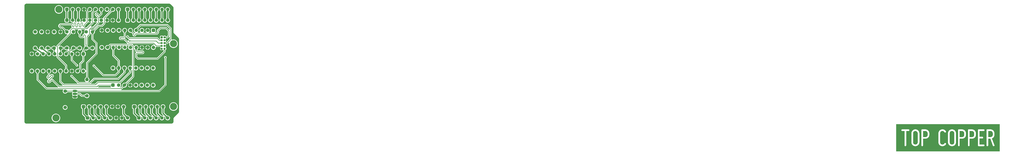
<source format=gtl>
G04*
G04 #@! TF.GenerationSoftware,Altium Limited,Altium Designer,20.0.7 (75)*
G04*
G04 Layer_Physical_Order=1*
G04 Layer_Color=255*
%FSLAX25Y25*%
%MOIN*%
G70*
G01*
G75*
%ADD13C,0.02000*%
%ADD24C,0.01000*%
%ADD25C,0.01968*%
%ADD26O,0.07874X0.03937*%
%ADD27O,0.07874X0.03937*%
%ADD28C,0.05906*%
G04:AMPARAMS|DCode=29|XSize=59.06mil|YSize=59.06mil|CornerRadius=14.76mil|HoleSize=0mil|Usage=FLASHONLY|Rotation=0.000|XOffset=0mil|YOffset=0mil|HoleType=Round|Shape=RoundedRectangle|*
%AMROUNDEDRECTD29*
21,1,0.05906,0.02953,0,0,0.0*
21,1,0.02953,0.05906,0,0,0.0*
1,1,0.02953,0.01476,-0.01476*
1,1,0.02953,-0.01476,-0.01476*
1,1,0.02953,-0.01476,0.01476*
1,1,0.02953,0.01476,0.01476*
%
%ADD29ROUNDEDRECTD29*%
%ADD30C,0.03740*%
G04:AMPARAMS|DCode=31|XSize=37.4mil|YSize=37.4mil|CornerRadius=9.35mil|HoleSize=0mil|Usage=FLASHONLY|Rotation=270.000|XOffset=0mil|YOffset=0mil|HoleType=Round|Shape=RoundedRectangle|*
%AMROUNDEDRECTD31*
21,1,0.03740,0.01870,0,0,270.0*
21,1,0.01870,0.03740,0,0,270.0*
1,1,0.01870,-0.00935,-0.00935*
1,1,0.01870,-0.00935,0.00935*
1,1,0.01870,0.00935,0.00935*
1,1,0.01870,0.00935,-0.00935*
%
%ADD31ROUNDEDRECTD31*%
G04:AMPARAMS|DCode=32|XSize=59.06mil|YSize=59.06mil|CornerRadius=14.76mil|HoleSize=0mil|Usage=FLASHONLY|Rotation=90.000|XOffset=0mil|YOffset=0mil|HoleType=Round|Shape=RoundedRectangle|*
%AMROUNDEDRECTD32*
21,1,0.05906,0.02953,0,0,90.0*
21,1,0.02953,0.05906,0,0,90.0*
1,1,0.02953,0.01476,0.01476*
1,1,0.02953,0.01476,-0.01476*
1,1,0.02953,-0.01476,-0.01476*
1,1,0.02953,-0.01476,0.01476*
%
%ADD32ROUNDEDRECTD32*%
%ADD33C,0.12500*%
%ADD34C,0.02000*%
%ADD35C,0.02400*%
%ADD36C,0.02200*%
G36*
X487746Y395517D02*
X488695Y395124D01*
X489511Y394498D01*
X493365Y390644D01*
X493991Y389828D01*
X494384Y388879D01*
X494518Y387860D01*
Y345783D01*
X494622Y344980D01*
X494928Y344230D01*
X495414Y343582D01*
X503162Y335647D01*
X503770Y334838D01*
X504152Y333900D01*
X504282Y332897D01*
Y207103D01*
X504152Y206099D01*
X503770Y205162D01*
X503162Y204353D01*
X495414Y196418D01*
X494928Y195770D01*
X494622Y195020D01*
X494518Y194217D01*
Y189437D01*
X494419Y188561D01*
X494128Y187729D01*
X493659Y186982D01*
X493036Y186359D01*
X492289Y185890D01*
X491457Y185599D01*
X490581Y185500D01*
X238337D01*
X237461Y185599D01*
X236629Y185890D01*
X235882Y186359D01*
X235259Y186982D01*
X234790Y187729D01*
X234499Y188561D01*
X234400Y189437D01*
Y391714D01*
X234499Y392590D01*
X234790Y393423D01*
X235259Y394169D01*
X235882Y394793D01*
X236629Y395262D01*
X237461Y395553D01*
X238337Y395651D01*
X486727D01*
X487746Y395517D01*
D02*
G37*
G36*
X1935725Y137100D02*
X1755300D01*
Y184675D01*
X1935725D01*
Y137100D01*
D02*
G37*
%LPC*%
G36*
X339018Y389422D02*
Y386000D01*
X342440D01*
X342438Y386016D01*
X342412Y386187D01*
X342378Y386356D01*
X342337Y386523D01*
X342289Y386689D01*
X342233Y386852D01*
X342171Y387013D01*
X342101Y387171D01*
X342025Y387326D01*
X341942Y387477D01*
X341853Y387624D01*
X341757Y387768D01*
X341655Y387907D01*
X341547Y388041D01*
X341433Y388171D01*
X341314Y388296D01*
X341189Y388415D01*
X341059Y388529D01*
X340925Y388637D01*
X340786Y388739D01*
X340642Y388835D01*
X340495Y388924D01*
X340344Y389007D01*
X340189Y389083D01*
X340031Y389153D01*
X339870Y389215D01*
X339707Y389271D01*
X339541Y389319D01*
X339374Y389360D01*
X339205Y389394D01*
X339034Y389420D01*
X339018Y389422D01*
D02*
G37*
G36*
X338018D02*
X338002Y389420D01*
X337831Y389394D01*
X337662Y389360D01*
X337495Y389319D01*
X337329Y389271D01*
X337166Y389215D01*
X337005Y389153D01*
X336847Y389083D01*
X336693Y389007D01*
X336541Y388924D01*
X336394Y388835D01*
X336250Y388739D01*
X336111Y388637D01*
X335977Y388529D01*
X335847Y388415D01*
X335722Y388296D01*
X335603Y388171D01*
X335489Y388041D01*
X335381Y387907D01*
X335279Y387768D01*
X335184Y387624D01*
X335094Y387477D01*
X335011Y387326D01*
X334935Y387171D01*
X334865Y387013D01*
X334803Y386852D01*
X334747Y386689D01*
X334699Y386523D01*
X334658Y386356D01*
X334624Y386187D01*
X334598Y386016D01*
X334596Y386000D01*
X338018D01*
Y389422D01*
D02*
G37*
G36*
X342440Y385000D02*
X339018D01*
Y383391D01*
X340585D01*
X340382Y383179D01*
X340201Y382959D01*
X340041Y382732D01*
X339902Y382499D01*
X339785Y382258D01*
X339689Y382011D01*
X339614Y381756D01*
X339602Y381699D01*
X339707Y381729D01*
X339870Y381785D01*
X340031Y381847D01*
X340189Y381917D01*
X340344Y381993D01*
X340495Y382076D01*
X340642Y382166D01*
X340786Y382261D01*
X340925Y382363D01*
X341059Y382471D01*
X341189Y382585D01*
X341314Y382704D01*
X341433Y382829D01*
X341547Y382959D01*
X341655Y383093D01*
X341757Y383232D01*
X341853Y383376D01*
X341942Y383523D01*
X342025Y383674D01*
X342101Y383829D01*
X342171Y383987D01*
X342233Y384148D01*
X342289Y384311D01*
X342337Y384477D01*
X342378Y384644D01*
X342412Y384813D01*
X342438Y384984D01*
X342440Y385000D01*
D02*
G37*
G36*
X338018D02*
X334596D01*
X334598Y384984D01*
X334624Y384813D01*
X334658Y384644D01*
X334699Y384477D01*
X334747Y384311D01*
X334803Y384148D01*
X334865Y383987D01*
X334935Y383829D01*
X335011Y383674D01*
X335094Y383523D01*
X335184Y383376D01*
X335279Y383232D01*
X335381Y383093D01*
X335489Y382959D01*
X335603Y382829D01*
X335722Y382704D01*
X335847Y382585D01*
X335977Y382471D01*
X336111Y382363D01*
X336250Y382261D01*
X336394Y382166D01*
X336541Y382076D01*
X336693Y381993D01*
X336847Y381917D01*
X337005Y381847D01*
X337166Y381785D01*
X337329Y381729D01*
X337434Y381699D01*
X337422Y381756D01*
X337347Y382011D01*
X337251Y382258D01*
X337134Y382499D01*
X336995Y382732D01*
X336835Y382959D01*
X336654Y383179D01*
X336451Y383391D01*
X338018D01*
Y385000D01*
D02*
G37*
G36*
X378518Y389654D02*
X378337Y389650D01*
X378156Y389638D01*
X377976Y389618D01*
X377797Y389591D01*
X377619Y389555D01*
X377443Y389512D01*
X377269Y389461D01*
X377097Y389403D01*
X376928Y389338D01*
X376763Y389265D01*
X376600Y389184D01*
X376441Y389097D01*
X376286Y389003D01*
X376136Y388903D01*
X375989Y388795D01*
X375848Y388682D01*
X375712Y388562D01*
X375581Y388437D01*
X375456Y388306D01*
X375336Y388170D01*
X375223Y388029D01*
X375115Y387882D01*
X375015Y387732D01*
X374921Y387577D01*
X374834Y387418D01*
X374753Y387256D01*
X374680Y387090D01*
X374615Y386921D01*
X374557Y386749D01*
X374506Y386575D01*
X374463Y386399D01*
X374427Y386221D01*
X374400Y386042D01*
X374380Y385862D01*
X374368Y385681D01*
X374364Y385500D01*
X374368Y385319D01*
X374380Y385138D01*
X374400Y384958D01*
X374427Y384779D01*
X374463Y384601D01*
X374506Y384425D01*
X374557Y384251D01*
X374615Y384079D01*
X374680Y383910D01*
X374753Y383745D01*
X374834Y383582D01*
X374921Y383423D01*
X375015Y383268D01*
X375115Y383118D01*
X375223Y382971D01*
X375336Y382830D01*
X375456Y382694D01*
X375581Y382563D01*
X375712Y382438D01*
X375848Y382318D01*
X375989Y382205D01*
X376136Y382098D01*
X376286Y381997D01*
X376441Y381903D01*
X376600Y381816D01*
X376763Y381735D01*
X376928Y381663D01*
X377097Y381597D01*
X377269Y381539D01*
X377443Y381488D01*
X377619Y381445D01*
X377797Y381409D01*
X377976Y381382D01*
X378156Y381362D01*
X378337Y381350D01*
X378518Y381346D01*
X378699Y381350D01*
X378880Y381362D01*
X379060Y381382D01*
X379239Y381409D01*
X379417Y381445D01*
X379593Y381488D01*
X379767Y381539D01*
X379939Y381597D01*
X380108Y381663D01*
X380274Y381735D01*
X380436Y381816D01*
X380595Y381903D01*
X380750Y381997D01*
X380901Y382098D01*
X381047Y382205D01*
X381188Y382318D01*
X381324Y382438D01*
X381455Y382563D01*
X381580Y382694D01*
X381700Y382830D01*
X381814Y382971D01*
X381921Y383118D01*
X382021Y383268D01*
X382115Y383423D01*
X382203Y383582D01*
X382283Y383745D01*
X382356Y383910D01*
X382421Y384079D01*
X382480Y384251D01*
X382530Y384425D01*
X382573Y384601D01*
X382609Y384779D01*
X382636Y384958D01*
X382656Y385138D01*
X382668Y385319D01*
X382672Y385500D01*
X382668Y385681D01*
X382656Y385862D01*
X382636Y386042D01*
X382609Y386221D01*
X382573Y386399D01*
X382530Y386575D01*
X382480Y386749D01*
X382421Y386921D01*
X382356Y387090D01*
X382283Y387256D01*
X382203Y387418D01*
X382115Y387577D01*
X382021Y387732D01*
X381921Y387882D01*
X381814Y388029D01*
X381700Y388170D01*
X381580Y388306D01*
X381455Y388437D01*
X381324Y388562D01*
X381188Y388682D01*
X381047Y388795D01*
X380901Y388903D01*
X380750Y389003D01*
X380595Y389097D01*
X380436Y389184D01*
X380274Y389265D01*
X380108Y389338D01*
X379939Y389403D01*
X379767Y389461D01*
X379593Y389512D01*
X379417Y389555D01*
X379239Y389591D01*
X379060Y389618D01*
X378880Y389638D01*
X378699Y389650D01*
X378518Y389654D01*
D02*
G37*
G36*
X294518Y392951D02*
X294274Y392947D01*
X294031Y392935D01*
X293788Y392915D01*
X293546Y392887D01*
X293304Y392851D01*
X293064Y392808D01*
X292826Y392756D01*
X292590Y392697D01*
X292355Y392630D01*
X292123Y392556D01*
X291893Y392474D01*
X291667Y392384D01*
X291443Y392287D01*
X291223Y392183D01*
X291006Y392071D01*
X290793Y391953D01*
X290583Y391827D01*
X290378Y391695D01*
X290178Y391557D01*
X289982Y391411D01*
X289791Y391260D01*
X289605Y391102D01*
X289425Y390938D01*
X289249Y390769D01*
X289080Y390594D01*
X288916Y390413D01*
X288758Y390227D01*
X288607Y390036D01*
X288461Y389840D01*
X288323Y389640D01*
X288191Y389435D01*
X288065Y389226D01*
X287947Y389012D01*
X287836Y388795D01*
X287731Y388575D01*
X287634Y388351D01*
X287545Y388125D01*
X287462Y387895D01*
X287388Y387663D01*
X287321Y387428D01*
X287262Y387192D01*
X287210Y386954D01*
X287167Y386714D01*
X287131Y386473D01*
X287103Y386230D01*
X287083Y385987D01*
X287071Y385744D01*
X287067Y385500D01*
X287071Y385256D01*
X287083Y385013D01*
X287103Y384770D01*
X287131Y384527D01*
X287167Y384286D01*
X287210Y384046D01*
X287262Y383808D01*
X287321Y383572D01*
X287388Y383337D01*
X287462Y383105D01*
X287545Y382875D01*
X287634Y382649D01*
X287731Y382425D01*
X287836Y382205D01*
X287947Y381988D01*
X288065Y381774D01*
X288191Y381565D01*
X288323Y381361D01*
X288461Y381160D01*
X288607Y380964D01*
X288758Y380773D01*
X288916Y380587D01*
X289080Y380407D01*
X289249Y380231D01*
X289425Y380062D01*
X289605Y379898D01*
X289791Y379740D01*
X289982Y379589D01*
X290178Y379444D01*
X290378Y379305D01*
X290583Y379173D01*
X290793Y379047D01*
X291006Y378929D01*
X291223Y378817D01*
X291443Y378713D01*
X291667Y378616D01*
X291893Y378527D01*
X292123Y378445D01*
X292355Y378370D01*
X292590Y378303D01*
X292826Y378244D01*
X293064Y378192D01*
X293304Y378149D01*
X293546Y378113D01*
X293788Y378085D01*
X294031Y378065D01*
X294274Y378053D01*
X294518Y378049D01*
X294762Y378053D01*
X295005Y378065D01*
X295248Y378085D01*
X295491Y378113D01*
X295732Y378149D01*
X295972Y378192D01*
X296210Y378244D01*
X296446Y378303D01*
X296681Y378370D01*
X296913Y378445D01*
X297143Y378527D01*
X297369Y378616D01*
X297593Y378713D01*
X297814Y378817D01*
X298030Y378929D01*
X298244Y379047D01*
X298453Y379173D01*
X298658Y379305D01*
X298858Y379444D01*
X299054Y379589D01*
X299245Y379740D01*
X299431Y379898D01*
X299611Y380062D01*
X299787Y380231D01*
X299956Y380407D01*
X300120Y380587D01*
X300278Y380773D01*
X300429Y380964D01*
X300575Y381160D01*
X300713Y381361D01*
X300846Y381565D01*
X300971Y381774D01*
X301089Y381988D01*
X301201Y382205D01*
X301305Y382425D01*
X301402Y382649D01*
X301491Y382875D01*
X301574Y383105D01*
X301648Y383337D01*
X301715Y383572D01*
X301774Y383808D01*
X301826Y384046D01*
X301870Y384286D01*
X301905Y384527D01*
X301933Y384770D01*
X301953Y385013D01*
X301965Y385256D01*
X301969Y385500D01*
X301965Y385744D01*
X301953Y385987D01*
X301933Y386230D01*
X301905Y386473D01*
X301870Y386714D01*
X301826Y386954D01*
X301774Y387192D01*
X301715Y387428D01*
X301648Y387663D01*
X301574Y387895D01*
X301491Y388125D01*
X301402Y388351D01*
X301305Y388575D01*
X301201Y388795D01*
X301089Y389012D01*
X300971Y389226D01*
X300846Y389435D01*
X300713Y389640D01*
X300575Y389840D01*
X300429Y390036D01*
X300278Y390227D01*
X300120Y390413D01*
X299956Y390594D01*
X299787Y390769D01*
X299611Y390938D01*
X299431Y391102D01*
X299245Y391260D01*
X299054Y391411D01*
X298858Y391557D01*
X298658Y391695D01*
X298453Y391827D01*
X298244Y391953D01*
X298030Y392071D01*
X297814Y392183D01*
X297593Y392287D01*
X297369Y392384D01*
X297143Y392474D01*
X296913Y392556D01*
X296681Y392630D01*
X296446Y392697D01*
X296210Y392756D01*
X295972Y392808D01*
X295732Y392851D01*
X295491Y392887D01*
X295248Y392915D01*
X295005Y392935D01*
X294762Y392947D01*
X294518Y392951D01*
D02*
G37*
G36*
X388518Y389654D02*
X388337Y389650D01*
X388156Y389638D01*
X387976Y389618D01*
X387797Y389591D01*
X387619Y389555D01*
X387443Y389512D01*
X387269Y389461D01*
X387097Y389403D01*
X386929Y389338D01*
X386763Y389265D01*
X386600Y389184D01*
X386441Y389097D01*
X386286Y389003D01*
X386136Y388903D01*
X385989Y388795D01*
X385848Y388682D01*
X385712Y388562D01*
X385581Y388437D01*
X385456Y388306D01*
X385336Y388170D01*
X385223Y388029D01*
X385116Y387882D01*
X385015Y387732D01*
X384921Y387577D01*
X384834Y387418D01*
X384753Y387256D01*
X384681Y387090D01*
X384615Y386921D01*
X384557Y386749D01*
X384506Y386575D01*
X384463Y386399D01*
X384427Y386221D01*
X384400Y386042D01*
X384380Y385862D01*
X384368Y385681D01*
X384364Y385500D01*
X384365Y385483D01*
X384365Y385479D01*
X384362Y385091D01*
X384315Y384412D01*
X384279Y384156D01*
X384231Y383927D01*
X384178Y383739D01*
X384123Y383594D01*
X384072Y383491D01*
X384031Y383427D01*
X383973Y383361D01*
X372497Y371885D01*
X372421Y371803D01*
X372351Y371717D01*
X372286Y371627D01*
X372227Y371532D01*
X372175Y371434D01*
X372129Y371333D01*
X372089Y371229D01*
X372057Y371122D01*
X372032Y371014D01*
X372014Y370904D01*
X372003Y370793D01*
X371999Y370682D01*
Y369737D01*
X371622Y369494D01*
X371199Y369406D01*
X371189Y369415D01*
X371059Y369529D01*
X370925Y369637D01*
X370786Y369739D01*
X370642Y369834D01*
X370495Y369924D01*
X370344Y370007D01*
X370189Y370083D01*
X370031Y370153D01*
X369870Y370215D01*
X369707Y370271D01*
X369541Y370319D01*
X369374Y370360D01*
X369205Y370394D01*
X369034Y370420D01*
X369018Y370422D01*
Y366500D01*
Y362578D01*
X369034Y362580D01*
X369205Y362606D01*
X369374Y362640D01*
X369541Y362681D01*
X369707Y362729D01*
X369870Y362785D01*
X370031Y362847D01*
X370189Y362917D01*
X370344Y362993D01*
X370495Y363076D01*
X370642Y363165D01*
X370786Y363261D01*
X370925Y363363D01*
X371059Y363471D01*
X371189Y363585D01*
X371199Y363595D01*
X371622Y363506D01*
X371999Y363263D01*
Y361652D01*
X368648Y358301D01*
X363734D01*
X363623Y358297D01*
X363512Y358286D01*
X363402Y358268D01*
X363294Y358243D01*
X363187Y358211D01*
X363083Y358171D01*
X362982Y358125D01*
X362883Y358073D01*
X362789Y358014D01*
X362698Y357949D01*
X362612Y357879D01*
X362531Y357803D01*
X355446Y350718D01*
X355380Y350660D01*
X355316Y350619D01*
X355213Y350568D01*
X355068Y350513D01*
X354880Y350460D01*
X354651Y350413D01*
X354395Y350376D01*
X353716Y350330D01*
X353328Y350327D01*
X353324Y350326D01*
X353307Y350327D01*
X353126Y350323D01*
X352945Y350311D01*
X352765Y350291D01*
X352586Y350264D01*
X352408Y350229D01*
X352232Y350185D01*
X352058Y350135D01*
X351886Y350076D01*
X351717Y350011D01*
X351552Y349938D01*
X351389Y349858D01*
X351230Y349770D01*
X351075Y349676D01*
X350924Y349576D01*
X350778Y349469D01*
X350230Y349586D01*
X350010Y349710D01*
X349925Y349792D01*
X349889Y349982D01*
X349896Y349998D01*
X351896Y351999D01*
X354859D01*
X354970Y352003D01*
X355081Y352014D01*
X355191Y352032D01*
X355299Y352057D01*
X355406Y352089D01*
X355510Y352129D01*
X355611Y352174D01*
X355709Y352227D01*
X355804Y352286D01*
X355894Y352351D01*
X355980Y352421D01*
X356062Y352497D01*
X364703Y361139D01*
X364779Y361220D01*
X364849Y361306D01*
X364914Y361396D01*
X364973Y361491D01*
X365025Y361589D01*
X365071Y361690D01*
X365111Y361794D01*
X365143Y361901D01*
X365168Y362009D01*
X365186Y362119D01*
X365197Y362230D01*
X365201Y362341D01*
Y363096D01*
X365493Y363317D01*
X365858Y363433D01*
X366001Y363452D01*
X366111Y363363D01*
X366250Y363261D01*
X366394Y363165D01*
X366541Y363076D01*
X366692Y362993D01*
X366847Y362917D01*
X367005Y362847D01*
X367166Y362785D01*
X367329Y362729D01*
X367495Y362681D01*
X367662Y362640D01*
X367831Y362606D01*
X368002Y362580D01*
X368018Y362578D01*
Y366500D01*
Y370422D01*
X368002Y370420D01*
X367831Y370394D01*
X367662Y370360D01*
X367495Y370319D01*
X367329Y370271D01*
X367166Y370215D01*
X367005Y370153D01*
X366847Y370083D01*
X366692Y370007D01*
X366541Y369924D01*
X366394Y369834D01*
X366250Y369739D01*
X366111Y369637D01*
X366001Y369548D01*
X365858Y369567D01*
X365493Y369683D01*
X365201Y369904D01*
Y371128D01*
X365201Y371128D01*
X365201Y371129D01*
X365197Y371286D01*
X365186Y371441D01*
X365186Y371442D01*
X365166Y371598D01*
X365166Y371598D01*
X365140Y371753D01*
X365140Y371753D01*
X365105Y371906D01*
X365063Y372058D01*
X365014Y372207D01*
X364957Y372353D01*
X364929Y372418D01*
X364953Y372577D01*
X365060Y372845D01*
X365147Y372982D01*
X365362Y373211D01*
X365519Y373223D01*
X365675Y373242D01*
X365830Y373269D01*
X365983Y373304D01*
X366134Y373345D01*
X366284Y373395D01*
X366430Y373451D01*
X366574Y373515D01*
X366714Y373586D01*
X366851Y373663D01*
X366984Y373747D01*
X366984Y373747D01*
X367112Y373837D01*
X367112Y373838D01*
X367236Y373934D01*
X367237Y373935D01*
X367355Y374037D01*
X367469Y374145D01*
X367469Y374145D01*
X369721Y376397D01*
X369797Y376479D01*
X369867Y376565D01*
X369932Y376655D01*
X369991Y376749D01*
X370044Y376848D01*
X370090Y376949D01*
X370129Y377053D01*
X370161Y377160D01*
X370186Y377268D01*
X370204Y377378D01*
X370215Y377489D01*
X370219Y377600D01*
Y380774D01*
X370226Y380862D01*
X370241Y380936D01*
X370278Y381045D01*
X370342Y381186D01*
X370437Y381357D01*
X370566Y381552D01*
X370720Y381759D01*
X371168Y382272D01*
X371441Y382548D01*
X371443Y382551D01*
X371455Y382563D01*
X371581Y382694D01*
X371700Y382830D01*
X371814Y382971D01*
X371921Y383118D01*
X372021Y383268D01*
X372115Y383423D01*
X372202Y383582D01*
X372283Y383745D01*
X372356Y383910D01*
X372421Y384079D01*
X372480Y384251D01*
X372530Y384425D01*
X372573Y384601D01*
X372609Y384779D01*
X372636Y384958D01*
X372656Y385138D01*
X372668Y385319D01*
X372672Y385500D01*
X372668Y385681D01*
X372656Y385862D01*
X372636Y386042D01*
X372609Y386221D01*
X372573Y386399D01*
X372530Y386575D01*
X372480Y386749D01*
X372421Y386921D01*
X372356Y387090D01*
X372283Y387256D01*
X372202Y387418D01*
X372115Y387577D01*
X372021Y387732D01*
X371921Y387882D01*
X371814Y388029D01*
X371700Y388170D01*
X371581Y388306D01*
X371455Y388437D01*
X371324Y388562D01*
X371188Y388682D01*
X371047Y388795D01*
X370901Y388903D01*
X370750Y389003D01*
X370595Y389097D01*
X370436Y389184D01*
X370273Y389265D01*
X370108Y389338D01*
X369939Y389403D01*
X369767Y389461D01*
X369593Y389512D01*
X369417Y389555D01*
X369239Y389591D01*
X369060Y389618D01*
X368880Y389638D01*
X368699Y389650D01*
X368518Y389654D01*
X368337Y389650D01*
X368156Y389638D01*
X367976Y389618D01*
X367797Y389591D01*
X367619Y389555D01*
X367443Y389512D01*
X367269Y389461D01*
X367097Y389403D01*
X366929Y389338D01*
X366763Y389265D01*
X366600Y389184D01*
X366441Y389097D01*
X366286Y389003D01*
X366136Y388903D01*
X365989Y388795D01*
X365848Y388682D01*
X365712Y388562D01*
X365581Y388437D01*
X365456Y388306D01*
X365336Y388170D01*
X365223Y388029D01*
X365115Y387882D01*
X365015Y387732D01*
X364921Y387577D01*
X364834Y387418D01*
X364754Y387256D01*
X364681Y387090D01*
X364615Y386921D01*
X364557Y386749D01*
X364506Y386575D01*
X364463Y386399D01*
X364427Y386221D01*
X364400Y386042D01*
X364380Y385862D01*
X364368Y385681D01*
X364364Y385500D01*
X364368Y385319D01*
X364380Y385138D01*
X364400Y384958D01*
X364427Y384779D01*
X364463Y384601D01*
X364506Y384425D01*
X364557Y384251D01*
X364615Y384079D01*
X364681Y383910D01*
X364754Y383745D01*
X364834Y383582D01*
X364921Y383423D01*
X365015Y383268D01*
X365115Y383118D01*
X365223Y382971D01*
X365336Y382830D01*
X365456Y382694D01*
X365581Y382563D01*
X365594Y382551D01*
X365596Y382548D01*
X365868Y382272D01*
X366316Y381759D01*
X366471Y381552D01*
X366599Y381357D01*
X366694Y381186D01*
X366758Y381045D01*
X366795Y380936D01*
X366811Y380862D01*
X366817Y380774D01*
Y378305D01*
X365205Y376693D01*
X362558Y379340D01*
X362558Y379340D01*
X362558Y379340D01*
X362444Y379449D01*
X362326Y379551D01*
X362325Y379551D01*
X362201Y379648D01*
X362201Y379648D01*
X362073Y379738D01*
X362073Y379738D01*
X361940Y379822D01*
X361803Y379900D01*
X361663Y379971D01*
X361519Y380034D01*
X361373Y380091D01*
X361223Y380140D01*
X361072Y380182D01*
X360919Y380216D01*
X360764Y380243D01*
X360608Y380262D01*
X360451Y380274D01*
X360294Y380278D01*
X360137Y380274D01*
X359980Y380262D01*
X359824Y380243D01*
X359670Y380216D01*
X359516Y380182D01*
X359365Y380140D01*
X359216Y380091D01*
X359069Y380034D01*
X358926Y379971D01*
X358785Y379900D01*
X358649Y379822D01*
X358516Y379738D01*
X358387Y379648D01*
X358263Y379551D01*
X358145Y379449D01*
X358031Y379340D01*
X357922Y379226D01*
X357820Y379107D01*
X357723Y378984D01*
X357633Y378855D01*
X357549Y378723D01*
X357471Y378586D01*
X357401Y378446D01*
X357337Y378302D01*
X357280Y378155D01*
X357231Y378006D01*
X357189Y377855D01*
X357155Y377701D01*
X357128Y377547D01*
X357109Y377391D01*
X357097Y377234D01*
X357093Y377077D01*
X357097Y376920D01*
X357109Y376763D01*
X357128Y376607D01*
X357155Y376452D01*
X357189Y376299D01*
X357231Y376148D01*
X357280Y375998D01*
X357337Y375852D01*
X357401Y375708D01*
X357471Y375568D01*
X357549Y375431D01*
X357633Y375299D01*
X357633Y375298D01*
X357723Y375170D01*
X357723Y375170D01*
X357820Y375046D01*
X357820Y375046D01*
X357922Y374927D01*
X358031Y374814D01*
X358031Y374813D01*
X358031Y374814D01*
X361799Y371045D01*
Y369939D01*
X361589Y369758D01*
X361288Y369628D01*
X360999Y369577D01*
X360925Y369637D01*
X360786Y369739D01*
X360642Y369834D01*
X360495Y369924D01*
X360344Y370007D01*
X360189Y370083D01*
X360031Y370153D01*
X359870Y370215D01*
X359707Y370271D01*
X359541Y370319D01*
X359374Y370360D01*
X359205Y370394D01*
X359034Y370420D01*
X359018Y370422D01*
Y366500D01*
Y362578D01*
X359034Y362580D01*
X359205Y362606D01*
X359374Y362640D01*
X359541Y362681D01*
X359707Y362729D01*
X359870Y362785D01*
X360031Y362847D01*
X360189Y362917D01*
X360344Y362993D01*
X360350Y362997D01*
X360879Y362965D01*
X360899Y362955D01*
X361206Y362703D01*
X361267Y362622D01*
X361265Y362540D01*
X361240Y362487D01*
X354154Y355401D01*
X351192D01*
X351080Y355397D01*
X350970Y355386D01*
X350860Y355368D01*
X350846Y355365D01*
X350290Y356685D01*
X354510Y360904D01*
X354586Y360986D01*
X354657Y361072D01*
X354721Y361162D01*
X354780Y361257D01*
X354833Y361355D01*
X354878Y361456D01*
X354918Y361560D01*
X354950Y361667D01*
X354975Y361775D01*
X354993Y361885D01*
X355004Y361996D01*
X355008Y362107D01*
Y363298D01*
X355069Y363353D01*
X355468Y363567D01*
X355808Y363622D01*
X355847Y363585D01*
X355977Y363471D01*
X356111Y363363D01*
X356250Y363261D01*
X356394Y363165D01*
X356541Y363076D01*
X356693Y362993D01*
X356847Y362917D01*
X357005Y362847D01*
X357166Y362785D01*
X357329Y362729D01*
X357495Y362681D01*
X357662Y362640D01*
X357832Y362606D01*
X358002Y362580D01*
X358018Y362578D01*
Y366500D01*
Y370422D01*
X358002Y370420D01*
X357832Y370394D01*
X357662Y370360D01*
X357495Y370319D01*
X357329Y370271D01*
X357166Y370215D01*
X357005Y370153D01*
X356847Y370083D01*
X356693Y370007D01*
X356541Y369924D01*
X356394Y369834D01*
X356250Y369739D01*
X356111Y369637D01*
X355977Y369529D01*
X355847Y369415D01*
X355808Y369378D01*
X355468Y369433D01*
X355069Y369647D01*
X355008Y369702D01*
Y378969D01*
X356764Y380725D01*
X356820Y380773D01*
X356887Y380818D01*
X357005Y380881D01*
X357173Y380953D01*
X357387Y381029D01*
X357624Y381100D01*
X358688Y381325D01*
X359103Y381388D01*
X359120Y381391D01*
X359239Y381409D01*
X359417Y381445D01*
X359593Y381488D01*
X359767Y381539D01*
X359939Y381597D01*
X360108Y381663D01*
X360274Y381735D01*
X360436Y381816D01*
X360595Y381903D01*
X360750Y381997D01*
X360901Y382098D01*
X361047Y382205D01*
X361188Y382318D01*
X361324Y382438D01*
X361455Y382563D01*
X361580Y382694D01*
X361700Y382830D01*
X361813Y382971D01*
X361921Y383118D01*
X362021Y383268D01*
X362115Y383423D01*
X362203Y383582D01*
X362283Y383745D01*
X362356Y383910D01*
X362421Y384079D01*
X362480Y384251D01*
X362530Y384425D01*
X362573Y384601D01*
X362609Y384779D01*
X362636Y384958D01*
X362656Y385138D01*
X362668Y385319D01*
X362672Y385500D01*
X362668Y385681D01*
X362656Y385862D01*
X362636Y386042D01*
X362609Y386221D01*
X362573Y386399D01*
X362530Y386575D01*
X362480Y386749D01*
X362421Y386921D01*
X362356Y387090D01*
X362283Y387256D01*
X362203Y387418D01*
X362115Y387577D01*
X362021Y387732D01*
X361921Y387882D01*
X361813Y388029D01*
X361700Y388170D01*
X361580Y388306D01*
X361455Y388437D01*
X361324Y388562D01*
X361188Y388682D01*
X361047Y388795D01*
X360901Y388903D01*
X360750Y389003D01*
X360595Y389097D01*
X360436Y389184D01*
X360274Y389265D01*
X360108Y389338D01*
X359939Y389403D01*
X359767Y389461D01*
X359593Y389512D01*
X359417Y389555D01*
X359239Y389591D01*
X359060Y389618D01*
X358880Y389638D01*
X358699Y389650D01*
X358518Y389654D01*
X358337Y389650D01*
X358156Y389638D01*
X357976Y389618D01*
X357797Y389591D01*
X357619Y389555D01*
X357443Y389512D01*
X357269Y389461D01*
X357097Y389403D01*
X356928Y389338D01*
X356763Y389265D01*
X356600Y389184D01*
X356441Y389097D01*
X356286Y389003D01*
X356136Y388903D01*
X355989Y388795D01*
X355848Y388682D01*
X355712Y388562D01*
X355581Y388437D01*
X355456Y388306D01*
X355336Y388170D01*
X355223Y388029D01*
X355116Y387882D01*
X355015Y387732D01*
X354921Y387577D01*
X354834Y387418D01*
X354753Y387256D01*
X354680Y387090D01*
X354615Y386921D01*
X354557Y386749D01*
X354506Y386575D01*
X354463Y386399D01*
X354427Y386221D01*
X354400Y386042D01*
X354380Y385862D01*
X354368Y385681D01*
X354364Y385500D01*
X354368Y385319D01*
X354380Y385138D01*
X354400Y384958D01*
X354411Y384887D01*
X354412Y384874D01*
X354462Y384510D01*
X354487Y384205D01*
X354494Y383936D01*
X354485Y383703D01*
X354461Y383509D01*
X354428Y383354D01*
X354389Y383236D01*
X354350Y383153D01*
X354314Y383096D01*
X354251Y383023D01*
X352104Y380876D01*
X352028Y380795D01*
X351958Y380709D01*
X351893Y380619D01*
X351834Y380524D01*
X351782Y380426D01*
X351736Y380325D01*
X351696Y380221D01*
X351664Y380114D01*
X351639Y380006D01*
X351621Y379896D01*
X351610Y379785D01*
X351606Y379674D01*
Y370113D01*
X351504Y370004D01*
X351250Y369843D01*
X350806Y369724D01*
X350786Y369739D01*
X350642Y369834D01*
X350495Y369924D01*
X350344Y370007D01*
X350189Y370083D01*
X350031Y370153D01*
X349870Y370215D01*
X349707Y370271D01*
X349541Y370319D01*
X349374Y370360D01*
X349205Y370394D01*
X349034Y370420D01*
X349018Y370422D01*
Y366500D01*
Y362578D01*
X349034Y362580D01*
X349205Y362606D01*
X349374Y362640D01*
X349541Y362681D01*
X349707Y362729D01*
X349870Y362785D01*
X350031Y362847D01*
X350180Y362913D01*
X350189Y362917D01*
X350851Y362775D01*
X350945Y362734D01*
X351080Y362632D01*
X351147Y362541D01*
X351109Y362315D01*
X342349Y353554D01*
X338101D01*
X338032Y354354D01*
X338095Y354365D01*
X338249Y354399D01*
X338400Y354441D01*
X338549Y354491D01*
X338696Y354547D01*
X338839Y354611D01*
X338980Y354681D01*
X339117Y354759D01*
X339249Y354843D01*
X339378Y354934D01*
X339502Y355030D01*
X339620Y355133D01*
X339734Y355241D01*
X339843Y355355D01*
X339945Y355474D01*
X340042Y355598D01*
X340132Y355726D01*
X340216Y355859D01*
X340294Y355996D01*
X340365Y356136D01*
X340428Y356280D01*
X340485Y356426D01*
X340534Y356575D01*
X340576Y356727D01*
X340610Y356880D01*
X340610Y356880D01*
X340637Y357035D01*
X340637Y357035D01*
X340656Y357191D01*
X340656Y357191D01*
X340668Y357347D01*
X340672Y357505D01*
X340770Y358264D01*
X344540Y362034D01*
X344540Y362034D01*
X345035Y362529D01*
X345051Y362547D01*
X345068Y362563D01*
X345144Y362644D01*
X345215Y362730D01*
X345280Y362820D01*
X345338Y362915D01*
X345357Y362950D01*
X345469Y363051D01*
X345699Y363163D01*
X345825Y363201D01*
X346040Y363250D01*
X346127Y363255D01*
X346306Y363224D01*
X346394Y363165D01*
X346541Y363076D01*
X346692Y362993D01*
X346847Y362917D01*
X347005Y362847D01*
X347166Y362785D01*
X347329Y362729D01*
X347495Y362681D01*
X347662Y362640D01*
X347832Y362606D01*
X348002Y362580D01*
X348018Y362578D01*
Y366500D01*
Y370422D01*
X348002Y370420D01*
X347832Y370394D01*
X347662Y370360D01*
X347495Y370319D01*
X347329Y370271D01*
X347166Y370215D01*
X347005Y370153D01*
X346847Y370083D01*
X346692Y370007D01*
X346541Y369924D01*
X346394Y369834D01*
X346366Y369816D01*
X345919Y369944D01*
X345701Y370080D01*
X345566Y370225D01*
Y380143D01*
X346379Y380955D01*
X346445Y381013D01*
X346509Y381054D01*
X346612Y381105D01*
X346758Y381160D01*
X346945Y381213D01*
X347174Y381261D01*
X347430Y381297D01*
X348110Y381344D01*
X348498Y381347D01*
X348501Y381347D01*
X348518Y381346D01*
X348699Y381350D01*
X348880Y381362D01*
X349060Y381382D01*
X349239Y381409D01*
X349417Y381445D01*
X349593Y381488D01*
X349767Y381539D01*
X349939Y381597D01*
X350108Y381663D01*
X350273Y381735D01*
X350436Y381816D01*
X350595Y381903D01*
X350750Y381997D01*
X350901Y382098D01*
X351047Y382205D01*
X351188Y382318D01*
X351324Y382438D01*
X351455Y382563D01*
X351581Y382694D01*
X351700Y382830D01*
X351814Y382971D01*
X351921Y383118D01*
X352021Y383268D01*
X352115Y383423D01*
X352203Y383582D01*
X352283Y383745D01*
X352356Y383910D01*
X352421Y384079D01*
X352480Y384251D01*
X352530Y384425D01*
X352573Y384601D01*
X352609Y384779D01*
X352636Y384958D01*
X352656Y385138D01*
X352668Y385319D01*
X352672Y385500D01*
X352668Y385681D01*
X352656Y385862D01*
X352636Y386042D01*
X352609Y386221D01*
X352573Y386399D01*
X352530Y386575D01*
X352480Y386749D01*
X352421Y386921D01*
X352356Y387090D01*
X352283Y387256D01*
X352203Y387418D01*
X352115Y387577D01*
X352021Y387732D01*
X351921Y387882D01*
X351814Y388029D01*
X351700Y388170D01*
X351581Y388306D01*
X351455Y388437D01*
X351324Y388562D01*
X351188Y388682D01*
X351047Y388795D01*
X350901Y388903D01*
X350750Y389003D01*
X350595Y389097D01*
X350436Y389184D01*
X350273Y389265D01*
X350108Y389338D01*
X349939Y389403D01*
X349767Y389461D01*
X349593Y389512D01*
X349417Y389555D01*
X349239Y389591D01*
X349060Y389618D01*
X348880Y389638D01*
X348699Y389650D01*
X348518Y389654D01*
X348337Y389650D01*
X348156Y389638D01*
X347976Y389618D01*
X347797Y389591D01*
X347619Y389555D01*
X347443Y389512D01*
X347269Y389461D01*
X347097Y389403D01*
X346929Y389338D01*
X346763Y389265D01*
X346600Y389184D01*
X346441Y389097D01*
X346286Y389003D01*
X346136Y388903D01*
X345989Y388795D01*
X345848Y388682D01*
X345712Y388562D01*
X345581Y388437D01*
X345456Y388306D01*
X345336Y388170D01*
X345223Y388029D01*
X345115Y387882D01*
X345015Y387732D01*
X344921Y387577D01*
X344834Y387418D01*
X344754Y387256D01*
X344681Y387090D01*
X344615Y386921D01*
X344557Y386749D01*
X344506Y386575D01*
X344463Y386399D01*
X344427Y386221D01*
X344400Y386042D01*
X344380Y385862D01*
X344368Y385681D01*
X344364Y385500D01*
X344365Y385483D01*
X344365Y385479D01*
X344362Y385091D01*
X344316Y384412D01*
X344279Y384156D01*
X344231Y383927D01*
X344178Y383739D01*
X344123Y383594D01*
X344072Y383491D01*
X344031Y383427D01*
X343973Y383361D01*
X342663Y382050D01*
X342586Y381969D01*
X342516Y381883D01*
X342451Y381792D01*
X342392Y381698D01*
X342340Y381600D01*
X342294Y381498D01*
X342255Y381394D01*
X342222Y381288D01*
X342197Y381179D01*
X342179Y381069D01*
X342168Y380959D01*
X342164Y380847D01*
Y369546D01*
X342092Y369487D01*
X341647Y369273D01*
X341364Y369243D01*
X341314Y369296D01*
X341189Y369415D01*
X341059Y369529D01*
X340925Y369637D01*
X340786Y369739D01*
X340642Y369834D01*
X340495Y369924D01*
X340344Y370007D01*
X340189Y370083D01*
X340031Y370153D01*
X339870Y370215D01*
X339707Y370271D01*
X339602Y370301D01*
X339614Y370244D01*
X339689Y369990D01*
X339785Y369742D01*
X339902Y369501D01*
X340041Y369268D01*
X340201Y369041D01*
X340382Y368821D01*
X340585Y368609D01*
X339018D01*
Y366500D01*
X338518D01*
Y366000D01*
X334596D01*
X334598Y365984D01*
X334624Y365813D01*
X334658Y365644D01*
X334699Y365477D01*
X334747Y365311D01*
X334803Y365148D01*
X334865Y364987D01*
X334883Y364947D01*
X334874Y364874D01*
X334784Y364614D01*
X334588Y364335D01*
X334378Y364166D01*
X334314Y364164D01*
X334157Y364153D01*
X334001Y364134D01*
X333846Y364107D01*
X333693Y364072D01*
X333542Y364030D01*
X333393Y363981D01*
X333246Y363925D01*
X333102Y363861D01*
X332962Y363790D01*
X332825Y363713D01*
X332693Y363629D01*
X332564Y363538D01*
X332440Y363442D01*
X332321Y363339D01*
X331771Y363919D01*
X331814Y363971D01*
X331921Y364118D01*
X332021Y364268D01*
X332115Y364423D01*
X332203Y364582D01*
X332283Y364745D01*
X332356Y364911D01*
X332421Y365079D01*
X332480Y365251D01*
X332530Y365425D01*
X332573Y365601D01*
X332609Y365779D01*
X332636Y365958D01*
X332656Y366138D01*
X332668Y366319D01*
X332672Y366500D01*
X332668Y366681D01*
X332656Y366862D01*
X332636Y367042D01*
X332609Y367221D01*
X332573Y367399D01*
X332530Y367575D01*
X332480Y367749D01*
X332421Y367921D01*
X332356Y368090D01*
X332283Y368255D01*
X332203Y368418D01*
X332115Y368577D01*
X332021Y368732D01*
X331921Y368882D01*
X331814Y369029D01*
X331700Y369170D01*
X331580Y369306D01*
X331455Y369437D01*
X331446Y369446D01*
X331281Y369619D01*
X331156Y369771D01*
X331049Y369922D01*
X330960Y370072D01*
X330886Y370223D01*
X330827Y370376D01*
X330781Y370534D01*
X330747Y370697D01*
X330727Y370869D01*
X330719Y371075D01*
Y380925D01*
X330727Y381131D01*
X330747Y381303D01*
X330781Y381466D01*
X330827Y381624D01*
X330886Y381777D01*
X330960Y381928D01*
X331049Y382079D01*
X331156Y382229D01*
X331281Y382381D01*
X331446Y382554D01*
X331455Y382563D01*
X331580Y382694D01*
X331700Y382830D01*
X331814Y382971D01*
X331921Y383118D01*
X332021Y383268D01*
X332115Y383423D01*
X332203Y383582D01*
X332283Y383745D01*
X332356Y383910D01*
X332421Y384079D01*
X332480Y384251D01*
X332530Y384425D01*
X332573Y384601D01*
X332609Y384779D01*
X332636Y384958D01*
X332656Y385138D01*
X332668Y385319D01*
X332672Y385500D01*
X332668Y385681D01*
X332656Y385862D01*
X332636Y386042D01*
X332609Y386221D01*
X332573Y386399D01*
X332530Y386575D01*
X332480Y386749D01*
X332421Y386921D01*
X332356Y387090D01*
X332283Y387256D01*
X332203Y387418D01*
X332115Y387577D01*
X332021Y387732D01*
X331921Y387882D01*
X331814Y388029D01*
X331700Y388170D01*
X331580Y388306D01*
X331455Y388437D01*
X331324Y388562D01*
X331188Y388682D01*
X331047Y388795D01*
X330901Y388903D01*
X330750Y389003D01*
X330595Y389097D01*
X330436Y389184D01*
X330274Y389265D01*
X330108Y389338D01*
X329939Y389403D01*
X329767Y389461D01*
X329593Y389512D01*
X329417Y389555D01*
X329239Y389591D01*
X329060Y389618D01*
X328880Y389638D01*
X328699Y389650D01*
X328518Y389654D01*
X328337Y389650D01*
X328156Y389638D01*
X327976Y389618D01*
X327797Y389591D01*
X327619Y389555D01*
X327443Y389512D01*
X327269Y389461D01*
X327097Y389403D01*
X326928Y389338D01*
X326763Y389265D01*
X326600Y389184D01*
X326441Y389097D01*
X326286Y389003D01*
X326136Y388903D01*
X325989Y388795D01*
X325848Y388682D01*
X325712Y388562D01*
X325581Y388437D01*
X325456Y388306D01*
X325336Y388170D01*
X325223Y388029D01*
X325115Y387882D01*
X325015Y387732D01*
X324921Y387577D01*
X324834Y387418D01*
X324753Y387256D01*
X324680Y387090D01*
X324615Y386921D01*
X324557Y386749D01*
X324506Y386575D01*
X324463Y386399D01*
X324427Y386221D01*
X324400Y386042D01*
X324380Y385862D01*
X324368Y385681D01*
X324364Y385500D01*
X324368Y385319D01*
X324380Y385138D01*
X324400Y384958D01*
X324427Y384779D01*
X324463Y384601D01*
X324506Y384425D01*
X324557Y384251D01*
X324615Y384079D01*
X324680Y383910D01*
X324753Y383745D01*
X324834Y383582D01*
X324921Y383423D01*
X325015Y383268D01*
X325115Y383118D01*
X325223Y382971D01*
X325336Y382830D01*
X325456Y382694D01*
X325581Y382563D01*
X325590Y382554D01*
X325755Y382381D01*
X325880Y382229D01*
X325987Y382078D01*
X326076Y381928D01*
X326150Y381777D01*
X326209Y381624D01*
X326255Y381466D01*
X326289Y381303D01*
X326309Y381131D01*
X326317Y380925D01*
Y371075D01*
X326309Y370869D01*
X326289Y370697D01*
X326255Y370534D01*
X326209Y370376D01*
X326150Y370223D01*
X326076Y370072D01*
X325987Y369922D01*
X325880Y369771D01*
X325755Y369619D01*
X325590Y369446D01*
X325581Y369437D01*
X325456Y369306D01*
X325336Y369170D01*
X325223Y369029D01*
X325115Y368882D01*
X325015Y368732D01*
X324921Y368577D01*
X324834Y368418D01*
X324753Y368255D01*
X324680Y368090D01*
X324615Y367921D01*
X324557Y367749D01*
X324506Y367575D01*
X324463Y367399D01*
X324427Y367221D01*
X324400Y367042D01*
X324380Y366862D01*
X324368Y366681D01*
X324364Y366500D01*
X324368Y366319D01*
X324380Y366138D01*
X324400Y365958D01*
X324427Y365779D01*
X324463Y365601D01*
X324506Y365425D01*
X324557Y365251D01*
X324615Y365079D01*
X324680Y364911D01*
X324753Y364745D01*
X324834Y364582D01*
X324921Y364423D01*
X325015Y364268D01*
X325115Y364118D01*
X325223Y363971D01*
X325336Y363830D01*
X325456Y363694D01*
X325581Y363563D01*
X325642Y363504D01*
X325584Y362988D01*
X325565Y362919D01*
X325229Y362911D01*
X324921Y362931D01*
X324843Y363022D01*
X324734Y363136D01*
X324621Y363245D01*
X324501Y363347D01*
X324378Y363444D01*
X324249Y363534D01*
X324116Y363618D01*
X323980Y363696D01*
X323839Y363766D01*
X323696Y363830D01*
X323549Y363887D01*
X323400Y363936D01*
X323249Y363978D01*
X323095Y364012D01*
X322940Y364039D01*
X322785Y364058D01*
X322654Y364176D01*
X322452Y364473D01*
X322375Y364651D01*
X322338Y364871D01*
X322356Y364911D01*
X322421Y365079D01*
X322480Y365251D01*
X322530Y365425D01*
X322573Y365601D01*
X322609Y365779D01*
X322636Y365958D01*
X322656Y366138D01*
X322668Y366319D01*
X322672Y366500D01*
X322668Y366681D01*
X322656Y366862D01*
X322636Y367042D01*
X322609Y367221D01*
X322573Y367399D01*
X322530Y367575D01*
X322480Y367749D01*
X322421Y367921D01*
X322356Y368090D01*
X322283Y368255D01*
X322202Y368418D01*
X322115Y368577D01*
X322021Y368732D01*
X321921Y368882D01*
X321814Y369029D01*
X321700Y369170D01*
X321581Y369306D01*
X321455Y369437D01*
X321446Y369446D01*
X321281Y369619D01*
X321156Y369771D01*
X321049Y369922D01*
X320960Y370072D01*
X320886Y370223D01*
X320827Y370376D01*
X320781Y370534D01*
X320747Y370697D01*
X320727Y370869D01*
X320719Y371075D01*
Y380925D01*
X320727Y381131D01*
X320747Y381303D01*
X320781Y381466D01*
X320827Y381624D01*
X320886Y381777D01*
X320960Y381928D01*
X321049Y382079D01*
X321156Y382229D01*
X321281Y382381D01*
X321446Y382554D01*
X321455Y382563D01*
X321581Y382694D01*
X321700Y382830D01*
X321814Y382971D01*
X321921Y383118D01*
X322021Y383268D01*
X322115Y383423D01*
X322202Y383582D01*
X322283Y383745D01*
X322356Y383910D01*
X322421Y384079D01*
X322480Y384251D01*
X322530Y384425D01*
X322573Y384601D01*
X322609Y384779D01*
X322636Y384958D01*
X322656Y385138D01*
X322668Y385319D01*
X322672Y385500D01*
X322668Y385681D01*
X322656Y385862D01*
X322636Y386042D01*
X322609Y386221D01*
X322573Y386399D01*
X322530Y386575D01*
X322480Y386749D01*
X322421Y386921D01*
X322356Y387090D01*
X322283Y387256D01*
X322202Y387418D01*
X322115Y387577D01*
X322021Y387732D01*
X321921Y387882D01*
X321814Y388029D01*
X321700Y388170D01*
X321581Y388306D01*
X321455Y388437D01*
X321324Y388562D01*
X321188Y388682D01*
X321047Y388795D01*
X320901Y388903D01*
X320750Y389003D01*
X320595Y389097D01*
X320436Y389184D01*
X320273Y389265D01*
X320108Y389338D01*
X319939Y389403D01*
X319767Y389461D01*
X319593Y389512D01*
X319417Y389555D01*
X319239Y389591D01*
X319060Y389618D01*
X318880Y389638D01*
X318699Y389650D01*
X318518Y389654D01*
X318337Y389650D01*
X318156Y389638D01*
X317976Y389618D01*
X317797Y389591D01*
X317619Y389555D01*
X317443Y389512D01*
X317269Y389461D01*
X317097Y389403D01*
X316929Y389338D01*
X316763Y389265D01*
X316600Y389184D01*
X316441Y389097D01*
X316286Y389003D01*
X316136Y388903D01*
X315989Y388795D01*
X315848Y388682D01*
X315712Y388562D01*
X315581Y388437D01*
X315456Y388306D01*
X315336Y388170D01*
X315223Y388029D01*
X315115Y387882D01*
X315015Y387732D01*
X314921Y387577D01*
X314834Y387418D01*
X314754Y387256D01*
X314681Y387090D01*
X314615Y386921D01*
X314557Y386749D01*
X314506Y386575D01*
X314463Y386399D01*
X314427Y386221D01*
X314400Y386042D01*
X314380Y385862D01*
X314368Y385681D01*
X314364Y385500D01*
X314368Y385319D01*
X314380Y385138D01*
X314400Y384958D01*
X314427Y384779D01*
X314463Y384601D01*
X314506Y384425D01*
X314557Y384251D01*
X314615Y384079D01*
X314681Y383910D01*
X314754Y383745D01*
X314834Y383582D01*
X314921Y383423D01*
X315015Y383268D01*
X315115Y383118D01*
X315223Y382971D01*
X315336Y382830D01*
X315456Y382694D01*
X315581Y382563D01*
X315590Y382554D01*
X315755Y382381D01*
X315880Y382229D01*
X315987Y382078D01*
X316076Y381928D01*
X316150Y381777D01*
X316209Y381624D01*
X316255Y381466D01*
X316289Y381303D01*
X316309Y381131D01*
X316317Y380925D01*
Y371075D01*
X316309Y370869D01*
X316289Y370697D01*
X316255Y370534D01*
X316209Y370376D01*
X316150Y370223D01*
X316076Y370072D01*
X315987Y369922D01*
X315880Y369771D01*
X315755Y369619D01*
X315590Y369446D01*
X315581Y369437D01*
X315456Y369306D01*
X315336Y369170D01*
X315223Y369029D01*
X315115Y368882D01*
X315015Y368732D01*
X314921Y368577D01*
X314834Y368418D01*
X314754Y368255D01*
X314681Y368090D01*
X314615Y367921D01*
X314557Y367749D01*
X314506Y367575D01*
X314463Y367399D01*
X314427Y367221D01*
X314400Y367042D01*
X314380Y366862D01*
X314368Y366681D01*
X314364Y366500D01*
X314368Y366319D01*
X314380Y366138D01*
X314400Y365958D01*
X314427Y365779D01*
X314463Y365601D01*
X314506Y365425D01*
X314557Y365251D01*
X314615Y365079D01*
X314681Y364911D01*
X314754Y364745D01*
X314834Y364582D01*
X314921Y364423D01*
X315015Y364268D01*
X315115Y364118D01*
X315223Y363971D01*
X315336Y363830D01*
X315456Y363694D01*
X315581Y363563D01*
X315712Y363438D01*
X315848Y363318D01*
X315989Y363205D01*
X316136Y363098D01*
X316286Y362997D01*
X316441Y362903D01*
X316600Y362816D01*
X316763Y362736D01*
X316929Y362663D01*
X317097Y362597D01*
X317269Y362539D01*
X317443Y362488D01*
X317619Y362445D01*
X317797Y362409D01*
X317976Y362382D01*
X318156Y362362D01*
X318337Y362350D01*
X318518Y362346D01*
X318699Y362350D01*
X318755Y362354D01*
X318958Y362237D01*
X319113Y362088D01*
X319277Y361863D01*
X319366Y361651D01*
X319331Y361497D01*
X319331Y361497D01*
X319304Y361343D01*
X319304Y361342D01*
X319285Y361187D01*
X319285Y361186D01*
X319274Y361030D01*
X319270Y360873D01*
X318688Y360335D01*
X318666Y360328D01*
X318470Y360299D01*
X318378Y360371D01*
X318249Y360461D01*
X318116Y360546D01*
X317980Y360623D01*
X317839Y360694D01*
X317696Y360757D01*
X317549Y360814D01*
X317400Y360863D01*
X317249Y360905D01*
X317095Y360940D01*
X317095Y360940D01*
X316940Y360966D01*
X316940Y360966D01*
X316785Y360986D01*
X316783Y360986D01*
X316628Y360997D01*
X316471Y361001D01*
Y361001D01*
X297212D01*
X297101Y360997D01*
X296990Y360986D01*
X296880Y360968D01*
X296772Y360943D01*
X296665Y360911D01*
X296561Y360871D01*
X296460Y360825D01*
X296362Y360773D01*
X296267Y360714D01*
X296177Y360649D01*
X296091Y360579D01*
X296009Y360503D01*
X294166Y358660D01*
X294090Y358578D01*
X294020Y358492D01*
X293955Y358402D01*
X293896Y358308D01*
X293844Y358209D01*
X293798Y358108D01*
X293759Y358004D01*
X293726Y357897D01*
X293701Y357789D01*
X293683Y357679D01*
X293672Y357568D01*
X293668Y357457D01*
Y355629D01*
X293672Y355518D01*
X293683Y355407D01*
X293701Y355297D01*
X293726Y355188D01*
X293759Y355082D01*
X293798Y354978D01*
X293844Y354876D01*
X293896Y354778D01*
X293955Y354684D01*
X294020Y354593D01*
X294090Y354507D01*
X294166Y354426D01*
X296095Y352497D01*
X296176Y352421D01*
X296262Y352351D01*
X296353Y352286D01*
X296447Y352227D01*
X296546Y352174D01*
X296647Y352129D01*
X296751Y352089D01*
X296858Y352057D01*
X296966Y352032D01*
X297076Y352014D01*
X297187Y352003D01*
X297298Y351999D01*
X300396D01*
X304082Y348312D01*
X304140Y348246D01*
X304181Y348182D01*
X304232Y348079D01*
X304287Y347934D01*
X304340Y347746D01*
X304388Y347517D01*
X304425Y347261D01*
X304471Y346582D01*
X304473Y346194D01*
X304474Y346191D01*
X304473Y346173D01*
X304477Y345992D01*
X304489Y345811D01*
X304509Y345631D01*
X304536Y345452D01*
X304572Y345274D01*
X304615Y345098D01*
X304665Y344924D01*
X304724Y344753D01*
X304789Y344584D01*
X304862Y344418D01*
X304943Y344255D01*
X305030Y344096D01*
X305124Y343941D01*
X305224Y343791D01*
X305332Y343644D01*
X305445Y343503D01*
X305565Y343367D01*
X305690Y343236D01*
X305821Y343111D01*
X305957Y342991D01*
X306098Y342878D01*
X306244Y342771D01*
X306395Y342670D01*
X306550Y342576D01*
X306709Y342489D01*
X306872Y342409D01*
X307037Y342336D01*
X307206Y342270D01*
X307378Y342212D01*
X307552Y342161D01*
X307728Y342118D01*
X307906Y342083D01*
X308085Y342055D01*
X308265Y342035D01*
X308446Y342023D01*
X308627Y342019D01*
X308808Y342023D01*
X308989Y342035D01*
X309145Y342052D01*
X309197Y342008D01*
X309467Y341560D01*
X309526Y341302D01*
X291097Y322873D01*
X291021Y322792D01*
X290951Y322706D01*
X290886Y322616D01*
X290827Y322521D01*
X290774Y322423D01*
X290729Y322322D01*
X290689Y322217D01*
X290657Y322111D01*
X290632Y322003D01*
X290614Y321893D01*
X290603Y321782D01*
X290599Y321671D01*
Y320264D01*
X290245Y320085D01*
X289799Y320044D01*
X289790Y320059D01*
X289690Y320209D01*
X289582Y320355D01*
X289469Y320497D01*
X289350Y320633D01*
X289224Y320764D01*
X289093Y320889D01*
X288957Y321009D01*
X288816Y321122D01*
X288669Y321229D01*
X288519Y321330D01*
X288364Y321424D01*
X288205Y321511D01*
X288042Y321591D01*
X287877Y321664D01*
X287708Y321730D01*
X287536Y321788D01*
X287362Y321839D01*
X287186Y321882D01*
X287008Y321917D01*
X286829Y321945D01*
X286649Y321965D01*
X286468Y321977D01*
X286287Y321981D01*
X286106Y321977D01*
X285925Y321965D01*
X285745Y321945D01*
X285566Y321917D01*
X285388Y321882D01*
X285212Y321839D01*
X285038Y321788D01*
X284866Y321730D01*
X284698Y321664D01*
X284532Y321591D01*
X284369Y321511D01*
X284210Y321424D01*
X284055Y321330D01*
X283905Y321229D01*
X283758Y321122D01*
X283617Y321009D01*
X283481Y320889D01*
X283350Y320764D01*
X283338Y320751D01*
X283335Y320749D01*
X283059Y320477D01*
X282546Y320029D01*
X282339Y319874D01*
X282144Y319746D01*
X281973Y319651D01*
X281832Y319587D01*
X281723Y319550D01*
X281649Y319534D01*
X281561Y319528D01*
X279843D01*
X279755Y319534D01*
X279681Y319550D01*
X279572Y319587D01*
X279431Y319651D01*
X279260Y319746D01*
X279065Y319874D01*
X278858Y320029D01*
X278345Y320477D01*
X278069Y320749D01*
X278066Y320751D01*
X278054Y320764D01*
X277923Y320889D01*
X277787Y321009D01*
X277646Y321122D01*
X277500Y321229D01*
X277349Y321330D01*
X277194Y321424D01*
X277035Y321511D01*
X276872Y321591D01*
X276707Y321664D01*
X276538Y321730D01*
X276366Y321788D01*
X276192Y321839D01*
X276016Y321882D01*
X275838Y321917D01*
X275659Y321945D01*
X275479Y321965D01*
X275298Y321977D01*
X275117Y321981D01*
X274936Y321977D01*
X274755Y321965D01*
X274575Y321945D01*
X274396Y321917D01*
X274218Y321882D01*
X274042Y321839D01*
X273868Y321788D01*
X273696Y321730D01*
X273528Y321664D01*
X273362Y321591D01*
X273199Y321511D01*
X273040Y321424D01*
X272885Y321330D01*
X272735Y321229D01*
X272588Y321122D01*
X272447Y321009D01*
X272311Y320889D01*
X272180Y320764D01*
X272055Y320633D01*
X271935Y320497D01*
X271822Y320355D01*
X271714Y320209D01*
X271614Y320059D01*
X271520Y319904D01*
X271433Y319745D01*
X271353Y319582D01*
X271280Y319416D01*
X271214Y319247D01*
X271156Y319076D01*
X271105Y318902D01*
X271062Y318726D01*
X271026Y318548D01*
X270999Y318369D01*
X270979Y318189D01*
X270967Y318008D01*
X270963Y317827D01*
X270967Y317646D01*
X270979Y317465D01*
X270999Y317285D01*
X271026Y317106D01*
X271062Y316928D01*
X271105Y316752D01*
X271156Y316578D01*
X271214Y316406D01*
X271280Y316237D01*
X270765Y315793D01*
X270634Y315731D01*
X269388Y316712D01*
X269236Y316841D01*
X269116Y316962D01*
X269010Y317088D01*
X268916Y317222D01*
X268833Y317364D01*
X268759Y317518D01*
X268696Y317684D01*
X268643Y317865D01*
X268601Y318062D01*
X268564Y318316D01*
X268564Y318320D01*
X268558Y318369D01*
X268531Y318548D01*
X268495Y318726D01*
X268452Y318902D01*
X268402Y319076D01*
X268343Y319247D01*
X268278Y319416D01*
X268205Y319582D01*
X268124Y319745D01*
X268037Y319904D01*
X267943Y320058D01*
X267843Y320209D01*
X267735Y320355D01*
X267622Y320497D01*
X267502Y320633D01*
X267377Y320764D01*
X267246Y320889D01*
X267110Y321009D01*
X266969Y321122D01*
X266823Y321229D01*
X266672Y321330D01*
X266517Y321424D01*
X266358Y321511D01*
X266195Y321591D01*
X266030Y321664D01*
X265861Y321730D01*
X265689Y321788D01*
X265515Y321839D01*
X265339Y321882D01*
X265161Y321917D01*
X264982Y321945D01*
X264802Y321965D01*
X264621Y321976D01*
X264440Y321981D01*
X264259Y321976D01*
X264078Y321965D01*
X263898Y321945D01*
X263719Y321917D01*
X263541Y321882D01*
X263365Y321839D01*
X263191Y321788D01*
X263019Y321730D01*
X262850Y321664D01*
X262684Y321591D01*
X262522Y321511D01*
X262363Y321424D01*
X262208Y321330D01*
X262057Y321229D01*
X261911Y321122D01*
X261770Y321009D01*
X261634Y320889D01*
X261503Y320764D01*
X261378Y320633D01*
X261258Y320497D01*
X261145Y320355D01*
X261037Y320209D01*
X260937Y320058D01*
X260843Y319904D01*
X260756Y319745D01*
X260675Y319582D01*
X260602Y319416D01*
X260537Y319247D01*
X260478Y319076D01*
X260428Y318902D01*
X260385Y318726D01*
X260349Y318548D01*
X260322Y318369D01*
X260302Y318189D01*
X260290Y318008D01*
X260286Y317827D01*
X260290Y317646D01*
X260302Y317465D01*
X260322Y317285D01*
X260349Y317106D01*
X260385Y316928D01*
X260428Y316752D01*
X260478Y316578D01*
X260537Y316406D01*
X260602Y316237D01*
X260616Y316206D01*
X260393Y315914D01*
X259976Y315682D01*
X258261Y316919D01*
X258103Y317043D01*
X257978Y317158D01*
X257867Y317280D01*
X257767Y317410D01*
X257678Y317548D01*
X257598Y317699D01*
X257528Y317862D01*
X257468Y318041D01*
X257417Y318236D01*
X257370Y318488D01*
X257369Y318493D01*
X257361Y318548D01*
X257325Y318726D01*
X257282Y318902D01*
X257231Y319076D01*
X257173Y319247D01*
X257107Y319416D01*
X257035Y319582D01*
X256954Y319745D01*
X256867Y319904D01*
X256773Y320058D01*
X256673Y320209D01*
X256565Y320355D01*
X256452Y320497D01*
X256332Y320633D01*
X256207Y320764D01*
X256076Y320889D01*
X255940Y321009D01*
X255799Y321122D01*
X255652Y321229D01*
X255502Y321330D01*
X255347Y321424D01*
X255188Y321511D01*
X255025Y321591D01*
X254860Y321664D01*
X254691Y321730D01*
X254519Y321788D01*
X254345Y321839D01*
X254169Y321882D01*
X253991Y321917D01*
X253812Y321945D01*
X253632Y321965D01*
X253451Y321976D01*
X253270Y321981D01*
X253089Y321976D01*
X252908Y321965D01*
X252728Y321945D01*
X252549Y321917D01*
X252371Y321882D01*
X252195Y321839D01*
X252021Y321788D01*
X251849Y321730D01*
X251680Y321664D01*
X251515Y321591D01*
X251352Y321511D01*
X251193Y321424D01*
X251038Y321330D01*
X250887Y321229D01*
X250741Y321122D01*
X250600Y321009D01*
X250464Y320889D01*
X250333Y320764D01*
X250207Y320633D01*
X250088Y320497D01*
X249975Y320355D01*
X249868Y320209D01*
X249767Y320058D01*
X249673Y319904D01*
X249586Y319745D01*
X249505Y319582D01*
X249432Y319416D01*
X249367Y319247D01*
X249308Y319076D01*
X249258Y318902D01*
X249215Y318726D01*
X249179Y318548D01*
X249152Y318369D01*
X249132Y318189D01*
X249120Y318008D01*
X249116Y317827D01*
X249120Y317646D01*
X249132Y317465D01*
X249152Y317285D01*
X249179Y317106D01*
X249215Y316928D01*
X249258Y316752D01*
X249308Y316578D01*
X249367Y316406D01*
X249432Y316237D01*
X249505Y316071D01*
X249586Y315909D01*
X249673Y315750D01*
X249767Y315595D01*
X249868Y315444D01*
X249975Y315298D01*
X250088Y315157D01*
X250207Y315020D01*
X250333Y314890D01*
X250464Y314764D01*
X250600Y314645D01*
X250741Y314531D01*
X250887Y314424D01*
X251038Y314323D01*
X251193Y314229D01*
X251352Y314142D01*
X251515Y314062D01*
X251680Y313989D01*
X251849Y313924D01*
X252021Y313865D01*
X252195Y313814D01*
X252371Y313772D01*
X252549Y313736D01*
X252728Y313708D01*
X252908Y313689D01*
X253089Y313677D01*
X253270Y313673D01*
X253451Y313677D01*
X253632Y313689D01*
X253812Y313708D01*
X253928Y313726D01*
X253934Y313727D01*
X254188Y313762D01*
X254389Y313775D01*
X254577Y313774D01*
X254755Y313759D01*
X254922Y313731D01*
X255082Y313690D01*
X255237Y313636D01*
X255387Y313568D01*
X255536Y313486D01*
X255703Y313376D01*
X256747Y312622D01*
X256751Y312317D01*
X256616Y311905D01*
X256542Y311783D01*
X256401Y311755D01*
X256225Y311712D01*
X256051Y311662D01*
X255879Y311603D01*
X255710Y311538D01*
X255544Y311465D01*
X255382Y311384D01*
X255223Y311297D01*
X255068Y311203D01*
X254918Y311103D01*
X254771Y310995D01*
X254630Y310882D01*
X254494Y310763D01*
X254363Y310637D01*
X254238Y310506D01*
X254118Y310370D01*
X254005Y310229D01*
X253898Y310083D01*
X253797Y309932D01*
X253703Y309777D01*
X253616Y309618D01*
X253535Y309455D01*
X253462Y309290D01*
X253397Y309121D01*
X253339Y308949D01*
X253288Y308775D01*
X253245Y308599D01*
X253209Y308421D01*
X253182Y308242D01*
X253162Y308062D01*
X253150Y307881D01*
X253146Y307700D01*
X253150Y307519D01*
X253162Y307338D01*
X253182Y307158D01*
X253209Y306979D01*
X253245Y306801D01*
X253288Y306625D01*
X253339Y306451D01*
X253397Y306279D01*
X253462Y306110D01*
X253535Y305944D01*
X253616Y305782D01*
X253703Y305623D01*
X253797Y305468D01*
X253898Y305317D01*
X254005Y305171D01*
X254118Y305030D01*
X254238Y304894D01*
X254363Y304763D01*
X254494Y304638D01*
X254630Y304518D01*
X254771Y304405D01*
X254918Y304297D01*
X255068Y304197D01*
X255223Y304103D01*
X255382Y304016D01*
X255544Y303935D01*
X255710Y303862D01*
X255879Y303797D01*
X256051Y303738D01*
X256225Y303688D01*
X256401Y303645D01*
X256579Y303609D01*
X256758Y303582D01*
X256938Y303562D01*
X257119Y303550D01*
X257300Y303546D01*
X257481Y303550D01*
X257662Y303562D01*
X257842Y303582D01*
X258021Y303609D01*
X258199Y303645D01*
X258375Y303688D01*
X258549Y303738D01*
X258721Y303797D01*
X258890Y303862D01*
X259055Y303935D01*
X259218Y304016D01*
X259377Y304103D01*
X259532Y304197D01*
X259682Y304297D01*
X259829Y304405D01*
X259970Y304518D01*
X260106Y304638D01*
X260237Y304763D01*
X260363Y304894D01*
X260482Y305030D01*
X260595Y305171D01*
X260702Y305317D01*
X260803Y305468D01*
X260897Y305623D01*
X260984Y305782D01*
X261065Y305944D01*
X261138Y306110D01*
X261203Y306279D01*
X261262Y306451D01*
X261312Y306625D01*
X261355Y306801D01*
X261391Y306979D01*
X261418Y307158D01*
X261438Y307338D01*
X261450Y307519D01*
X261454Y307700D01*
X261450Y307881D01*
X261438Y308062D01*
X261418Y308242D01*
X261415Y308266D01*
X261727Y308557D01*
X262146Y308725D01*
X262309Y308607D01*
X262467Y308484D01*
X262592Y308368D01*
X262703Y308247D01*
X262803Y308117D01*
X262892Y307978D01*
X262971Y307828D01*
X263042Y307665D01*
X263103Y307486D01*
X263153Y307291D01*
X263200Y307039D01*
X263201Y307034D01*
X263209Y306979D01*
X263245Y306801D01*
X263288Y306625D01*
X263338Y306451D01*
X263397Y306279D01*
X263462Y306110D01*
X263535Y305944D01*
X263616Y305782D01*
X263703Y305623D01*
X263797Y305468D01*
X263897Y305317D01*
X264005Y305171D01*
X264118Y305030D01*
X264237Y304894D01*
X264363Y304763D01*
X264494Y304638D01*
X264630Y304518D01*
X264771Y304405D01*
X264917Y304297D01*
X265068Y304197D01*
X265223Y304103D01*
X265382Y304016D01*
X265545Y303935D01*
X265710Y303862D01*
X265879Y303797D01*
X266051Y303738D01*
X266225Y303688D01*
X266401Y303645D01*
X266579Y303609D01*
X266758Y303582D01*
X266938Y303562D01*
X267119Y303550D01*
X267300Y303546D01*
X267481Y303550D01*
X267662Y303562D01*
X267842Y303582D01*
X268021Y303609D01*
X268199Y303645D01*
X268375Y303688D01*
X268549Y303738D01*
X268721Y303797D01*
X268890Y303862D01*
X269056Y303935D01*
X269218Y304016D01*
X269377Y304103D01*
X269532Y304197D01*
X269683Y304297D01*
X269829Y304405D01*
X269970Y304518D01*
X270106Y304638D01*
X270237Y304763D01*
X270362Y304894D01*
X270482Y305030D01*
X270595Y305171D01*
X270703Y305317D01*
X270803Y305468D01*
X270897Y305623D01*
X270984Y305782D01*
X271065Y305944D01*
X271138Y306110D01*
X271203Y306279D01*
X271262Y306451D01*
X271312Y306625D01*
X271355Y306801D01*
X271391Y306979D01*
X271418Y307158D01*
X271438Y307338D01*
X271450Y307519D01*
X271454Y307700D01*
X271450Y307881D01*
X271438Y308062D01*
X271418Y308242D01*
X271391Y308421D01*
X271359Y308578D01*
X271397Y308632D01*
X271790Y308941D01*
X272069Y309038D01*
X272352Y308815D01*
X272504Y308685D01*
X272624Y308565D01*
X272730Y308438D01*
X272824Y308305D01*
X272907Y308162D01*
X272981Y308009D01*
X273044Y307843D01*
X273097Y307662D01*
X273140Y307465D01*
X273176Y307211D01*
X273176Y307207D01*
X273182Y307158D01*
X273209Y306979D01*
X273245Y306801D01*
X273288Y306625D01*
X273339Y306451D01*
X273397Y306279D01*
X273462Y306110D01*
X273535Y305944D01*
X273616Y305782D01*
X273703Y305623D01*
X273797Y305468D01*
X273898Y305317D01*
X274005Y305171D01*
X274118Y305030D01*
X274237Y304894D01*
X274363Y304763D01*
X274494Y304638D01*
X274630Y304518D01*
X274771Y304405D01*
X274918Y304297D01*
X275068Y304197D01*
X275223Y304103D01*
X275382Y304016D01*
X275545Y303935D01*
X275710Y303862D01*
X275879Y303797D01*
X276051Y303738D01*
X276225Y303688D01*
X276401Y303645D01*
X276579Y303609D01*
X276758Y303582D01*
X276938Y303562D01*
X277119Y303550D01*
X277300Y303546D01*
X277481Y303550D01*
X277662Y303562D01*
X277842Y303582D01*
X278021Y303609D01*
X278199Y303645D01*
X278375Y303688D01*
X278549Y303738D01*
X278721Y303797D01*
X278890Y303862D01*
X279056Y303935D01*
X279218Y304016D01*
X279377Y304103D01*
X279532Y304197D01*
X279682Y304297D01*
X279829Y304405D01*
X279970Y304518D01*
X280106Y304638D01*
X280237Y304763D01*
X280363Y304894D01*
X280482Y305030D01*
X280595Y305171D01*
X280702Y305317D01*
X280803Y305468D01*
X280897Y305623D01*
X280984Y305782D01*
X281065Y305944D01*
X281138Y306110D01*
X281203Y306279D01*
X281261Y306451D01*
X281312Y306625D01*
X281355Y306801D01*
X281391Y306979D01*
X281418Y307158D01*
X281438Y307338D01*
X281450Y307519D01*
X281454Y307700D01*
X281450Y307881D01*
X281438Y308062D01*
X281418Y308242D01*
X281391Y308421D01*
X281355Y308599D01*
X281312Y308775D01*
X281261Y308949D01*
X281203Y309121D01*
X281138Y309290D01*
X281065Y309455D01*
X280984Y309618D01*
X280897Y309777D01*
X280803Y309932D01*
X280702Y310083D01*
X280595Y310229D01*
X280482Y310370D01*
X280363Y310506D01*
X280237Y310637D01*
X280106Y310763D01*
X279970Y310882D01*
X279829Y310995D01*
X279682Y311103D01*
X279532Y311203D01*
X279377Y311297D01*
X279218Y311384D01*
X279056Y311465D01*
X278890Y311538D01*
X278721Y311603D01*
X278549Y311662D01*
X278375Y311712D01*
X278199Y311755D01*
X278021Y311791D01*
X277842Y311818D01*
X277662Y311838D01*
X277481Y311850D01*
X277300Y311854D01*
X277119Y311850D01*
X276938Y311838D01*
X276813Y311824D01*
X276808Y311824D01*
X276553Y311800D01*
X276351Y311795D01*
X276163Y311804D01*
X275987Y311826D01*
X275820Y311862D01*
X275662Y311909D01*
X275510Y311969D01*
X275363Y312043D01*
X275217Y312132D01*
X275056Y312249D01*
X274292Y312850D01*
X274307Y312962D01*
X274575Y313709D01*
X274755Y313689D01*
X274936Y313677D01*
X275117Y313673D01*
X275298Y313677D01*
X275479Y313689D01*
X275659Y313709D01*
X275838Y313736D01*
X276016Y313772D01*
X276192Y313815D01*
X276366Y313865D01*
X276538Y313924D01*
X276707Y313989D01*
X276872Y314062D01*
X277035Y314142D01*
X277194Y314229D01*
X277349Y314323D01*
X277500Y314424D01*
X277646Y314531D01*
X277787Y314645D01*
X277923Y314764D01*
X278054Y314890D01*
X278066Y314902D01*
X278069Y314904D01*
X278345Y315177D01*
X278858Y315624D01*
X279065Y315779D01*
X279260Y315908D01*
X279431Y316003D01*
X279572Y316067D01*
X279681Y316104D01*
X279755Y316119D01*
X279843Y316126D01*
X281561D01*
X281649Y316119D01*
X281723Y316104D01*
X281832Y316067D01*
X281973Y316003D01*
X282144Y315908D01*
X282339Y315779D01*
X282546Y315624D01*
X283059Y315177D01*
X283335Y314904D01*
X283338Y314902D01*
X283350Y314890D01*
X283481Y314764D01*
X283617Y314645D01*
X283663Y314608D01*
X283673Y314599D01*
X283971Y314351D01*
X284468Y313885D01*
X284643Y313695D01*
X284790Y313513D01*
X284902Y313353D01*
X284979Y313219D01*
X285027Y313114D01*
X285050Y313041D01*
X285065Y312955D01*
X285137Y312234D01*
X285139Y312145D01*
X285131Y312070D01*
X285105Y311958D01*
X285056Y311811D01*
X284978Y311632D01*
X284870Y311424D01*
X284736Y311203D01*
X284342Y310648D01*
X284098Y310346D01*
X284092Y310338D01*
X284005Y310229D01*
X283897Y310083D01*
X283797Y309932D01*
X283703Y309777D01*
X283616Y309618D01*
X283535Y309455D01*
X283462Y309290D01*
X283397Y309121D01*
X283338Y308949D01*
X283288Y308775D01*
X283245Y308599D01*
X283209Y308421D01*
X283182Y308242D01*
X283162Y308062D01*
X283150Y307881D01*
X283146Y307700D01*
X283150Y307519D01*
X283162Y307338D01*
X283182Y307158D01*
X283209Y306979D01*
X283245Y306801D01*
X283288Y306625D01*
X283338Y306451D01*
X283397Y306279D01*
X283462Y306110D01*
X283535Y305944D01*
X283616Y305782D01*
X283703Y305623D01*
X283797Y305468D01*
X283897Y305317D01*
X284005Y305171D01*
X284118Y305030D01*
X284238Y304894D01*
X284363Y304763D01*
X284494Y304638D01*
X284630Y304518D01*
X284771Y304405D01*
X284917Y304297D01*
X285068Y304197D01*
X285223Y304103D01*
X285382Y304016D01*
X285544Y303935D01*
X285710Y303862D01*
X285879Y303797D01*
X286051Y303738D01*
X286225Y303688D01*
X286401Y303645D01*
X286579Y303609D01*
X286758Y303582D01*
X286938Y303562D01*
X287119Y303550D01*
X287300Y303546D01*
X287481Y303550D01*
X287662Y303562D01*
X287842Y303582D01*
X288021Y303609D01*
X288199Y303645D01*
X288375Y303688D01*
X288549Y303738D01*
X288721Y303797D01*
X288890Y303862D01*
X289055Y303935D01*
X289218Y304016D01*
X289377Y304103D01*
X289532Y304197D01*
X289683Y304297D01*
X289799Y304383D01*
X289967Y304355D01*
X290330Y304225D01*
X290599Y304006D01*
Y302330D01*
X290603Y302219D01*
X290614Y302109D01*
X290632Y301999D01*
X290657Y301890D01*
X290689Y301784D01*
X290729Y301680D01*
X290774Y301578D01*
X290827Y301480D01*
X290886Y301385D01*
X290951Y301295D01*
X291021Y301209D01*
X291097Y301128D01*
X305599Y286626D01*
Y282426D01*
X305593Y282339D01*
X305577Y282264D01*
X305540Y282155D01*
X305476Y282014D01*
X305381Y281843D01*
X305252Y281648D01*
X305098Y281441D01*
X304650Y280928D01*
X304378Y280651D01*
X304376Y280649D01*
X304363Y280637D01*
X304238Y280506D01*
X304118Y280370D01*
X304005Y280229D01*
X303898Y280083D01*
X303797Y279932D01*
X303703Y279777D01*
X303616Y279618D01*
X303535Y279455D01*
X303462Y279290D01*
X303397Y279121D01*
X303339Y278949D01*
X303288Y278775D01*
X303245Y278599D01*
X303209Y278421D01*
X303182Y278242D01*
X303162Y278062D01*
X303150Y277881D01*
X303146Y277700D01*
X303150Y277519D01*
X303162Y277338D01*
X303182Y277158D01*
X303209Y276979D01*
X303245Y276801D01*
X303288Y276625D01*
X303339Y276451D01*
X303397Y276279D01*
X303462Y276110D01*
X303535Y275944D01*
X303616Y275782D01*
X303703Y275623D01*
X303797Y275468D01*
X303898Y275318D01*
X304005Y275171D01*
X304118Y275030D01*
X304238Y274894D01*
X304363Y274763D01*
X304494Y274638D01*
X304630Y274518D01*
X304771Y274405D01*
X304918Y274297D01*
X305068Y274197D01*
X305223Y274103D01*
X305382Y274016D01*
X305544Y273935D01*
X305710Y273862D01*
X305879Y273797D01*
X306051Y273739D01*
X306225Y273688D01*
X306401Y273645D01*
X306579Y273609D01*
X306758Y273582D01*
X306938Y273562D01*
X307119Y273550D01*
X307300Y273546D01*
X307481Y273550D01*
X307662Y273562D01*
X307842Y273582D01*
X308021Y273609D01*
X308199Y273645D01*
X308375Y273688D01*
X308549Y273739D01*
X308721Y273797D01*
X308890Y273862D01*
X309055Y273935D01*
X309218Y274016D01*
X309377Y274103D01*
X309532Y274197D01*
X309682Y274297D01*
X309829Y274405D01*
X309970Y274518D01*
X310106Y274638D01*
X310237Y274763D01*
X310363Y274894D01*
X310482Y275030D01*
X310595Y275171D01*
X310702Y275318D01*
X310803Y275468D01*
X310897Y275623D01*
X310984Y275782D01*
X311065Y275944D01*
X311138Y276110D01*
X311203Y276279D01*
X311262Y276451D01*
X311312Y276625D01*
X311355Y276801D01*
X311391Y276979D01*
X311418Y277158D01*
X311438Y277338D01*
X311450Y277519D01*
X311454Y277700D01*
X311450Y277881D01*
X311438Y278062D01*
X311418Y278242D01*
X311391Y278421D01*
X311355Y278599D01*
X311312Y278775D01*
X311262Y278949D01*
X311203Y279121D01*
X311138Y279290D01*
X311065Y279455D01*
X310984Y279618D01*
X310897Y279777D01*
X310803Y279932D01*
X310702Y280083D01*
X310595Y280229D01*
X310482Y280370D01*
X310363Y280506D01*
X310237Y280637D01*
X310225Y280649D01*
X310222Y280651D01*
X309950Y280928D01*
X309502Y281441D01*
X309348Y281648D01*
X309219Y281843D01*
X309124Y282014D01*
X309060Y282155D01*
X309023Y282264D01*
X309007Y282339D01*
X309001Y282426D01*
Y287331D01*
X308997Y287442D01*
X308986Y287552D01*
X308968Y287662D01*
X308943Y287771D01*
X308911Y287877D01*
X308871Y287981D01*
X308825Y288083D01*
X308773Y288181D01*
X308714Y288276D01*
X308649Y288366D01*
X308579Y288452D01*
X308503Y288533D01*
X294001Y303035D01*
Y304006D01*
X294270Y304225D01*
X294633Y304355D01*
X294801Y304383D01*
X294917Y304297D01*
X295068Y304197D01*
X295223Y304103D01*
X295382Y304016D01*
X295545Y303935D01*
X295710Y303862D01*
X295879Y303797D01*
X296051Y303738D01*
X296225Y303688D01*
X296401Y303645D01*
X296579Y303609D01*
X296758Y303582D01*
X296938Y303562D01*
X297119Y303550D01*
X297300Y303546D01*
X297481Y303550D01*
X297662Y303562D01*
X297842Y303582D01*
X298021Y303609D01*
X298199Y303645D01*
X298375Y303688D01*
X298549Y303738D01*
X298721Y303797D01*
X298890Y303862D01*
X299056Y303935D01*
X299218Y304016D01*
X299377Y304103D01*
X299532Y304197D01*
X299682Y304297D01*
X299829Y304405D01*
X299970Y304518D01*
X300106Y304638D01*
X300237Y304763D01*
X300362Y304894D01*
X300482Y305030D01*
X300595Y305171D01*
X300703Y305317D01*
X300803Y305468D01*
X300897Y305623D01*
X300984Y305782D01*
X301065Y305944D01*
X301138Y306110D01*
X301203Y306279D01*
X301261Y306451D01*
X301312Y306625D01*
X301355Y306801D01*
X301391Y306979D01*
X301418Y307158D01*
X301438Y307338D01*
X301450Y307519D01*
X301454Y307700D01*
X301450Y307881D01*
X301438Y308062D01*
X301418Y308242D01*
X301391Y308421D01*
X301355Y308599D01*
X301312Y308775D01*
X301261Y308949D01*
X301203Y309121D01*
X301138Y309290D01*
X301065Y309455D01*
X300984Y309618D01*
X300897Y309777D01*
X300803Y309932D01*
X300703Y310083D01*
X300595Y310229D01*
X300482Y310370D01*
X300377Y310490D01*
X300374Y310494D01*
X300107Y310794D01*
X299666Y311347D01*
X299510Y311572D01*
X299380Y311783D01*
X299284Y311966D01*
X299218Y312118D01*
X299180Y312234D01*
X299164Y312311D01*
X299158Y312395D01*
Y313100D01*
X299164Y313188D01*
X299180Y313263D01*
X299217Y313372D01*
X299281Y313513D01*
X299376Y313683D01*
X299505Y313879D01*
X299659Y314086D01*
X300107Y314599D01*
X300379Y314875D01*
X300381Y314878D01*
X300394Y314890D01*
X300406Y314902D01*
X300409Y314904D01*
X300685Y315177D01*
X301198Y315624D01*
X301405Y315779D01*
X301600Y315908D01*
X301771Y316003D01*
X301912Y316067D01*
X302021Y316104D01*
X302096Y316119D01*
X302183Y316126D01*
X303901D01*
X303989Y316119D01*
X304063Y316104D01*
X304172Y316067D01*
X304313Y316003D01*
X304484Y315908D01*
X304679Y315779D01*
X304886Y315624D01*
X305399Y315177D01*
X305676Y314904D01*
X305678Y314902D01*
X305690Y314890D01*
X305821Y314764D01*
X305957Y314645D01*
X306098Y314531D01*
X306244Y314424D01*
X306395Y314323D01*
X306550Y314229D01*
X306709Y314142D01*
X306872Y314062D01*
X307037Y313989D01*
X307206Y313924D01*
X307378Y313865D01*
X307552Y313815D01*
X307728Y313772D01*
X307906Y313736D01*
X308085Y313709D01*
X308265Y313689D01*
X308446Y313677D01*
X308627Y313673D01*
X308808Y313677D01*
X308989Y313689D01*
X309169Y313709D01*
X309348Y313736D01*
X309526Y313772D01*
X309702Y313815D01*
X309876Y313865D01*
X310266Y313182D01*
X310294Y313099D01*
X309439Y312245D01*
X309373Y312187D01*
X309309Y312146D01*
X309206Y312095D01*
X309061Y312040D01*
X308873Y311987D01*
X308644Y311939D01*
X308388Y311902D01*
X307709Y311856D01*
X307321Y311854D01*
X307317Y311853D01*
X307300Y311854D01*
X307119Y311850D01*
X306938Y311838D01*
X306758Y311818D01*
X306579Y311791D01*
X306401Y311755D01*
X306225Y311712D01*
X306051Y311662D01*
X305879Y311603D01*
X305710Y311538D01*
X305544Y311465D01*
X305382Y311384D01*
X305223Y311297D01*
X305068Y311203D01*
X304918Y311103D01*
X304771Y310995D01*
X304630Y310882D01*
X304494Y310763D01*
X304363Y310637D01*
X304238Y310506D01*
X304118Y310370D01*
X304005Y310229D01*
X303898Y310083D01*
X303797Y309932D01*
X303703Y309777D01*
X303616Y309618D01*
X303535Y309455D01*
X303462Y309290D01*
X303397Y309121D01*
X303339Y308949D01*
X303288Y308775D01*
X303245Y308599D01*
X303209Y308421D01*
X303182Y308242D01*
X303162Y308062D01*
X303150Y307881D01*
X303146Y307700D01*
X303150Y307519D01*
X303162Y307338D01*
X303182Y307158D01*
X303209Y306979D01*
X303245Y306801D01*
X303288Y306625D01*
X303339Y306451D01*
X303397Y306279D01*
X303462Y306110D01*
X303535Y305944D01*
X303616Y305782D01*
X303703Y305623D01*
X303797Y305468D01*
X303898Y305317D01*
X304005Y305171D01*
X304118Y305030D01*
X304238Y304894D01*
X304363Y304763D01*
X304494Y304638D01*
X304630Y304518D01*
X304771Y304405D01*
X304918Y304297D01*
X305068Y304197D01*
X305223Y304103D01*
X305382Y304016D01*
X305544Y303935D01*
X305710Y303862D01*
X305879Y303797D01*
X306051Y303738D01*
X306225Y303688D01*
X306401Y303645D01*
X306579Y303609D01*
X306758Y303582D01*
X306938Y303562D01*
X307119Y303550D01*
X307300Y303546D01*
X307481Y303550D01*
X307662Y303562D01*
X307842Y303582D01*
X308021Y303609D01*
X308199Y303645D01*
X308375Y303688D01*
X308549Y303738D01*
X308721Y303797D01*
X308890Y303862D01*
X309055Y303935D01*
X309218Y304016D01*
X309377Y304103D01*
X309532Y304197D01*
X309682Y304297D01*
X309829Y304405D01*
X309970Y304518D01*
X310106Y304638D01*
X310237Y304763D01*
X310363Y304894D01*
X310482Y305030D01*
X310595Y305171D01*
X310702Y305317D01*
X310803Y305468D01*
X310897Y305623D01*
X310984Y305782D01*
X311065Y305944D01*
X311138Y306110D01*
X311203Y306279D01*
X311262Y306451D01*
X311312Y306625D01*
X311355Y306801D01*
X311391Y306979D01*
X311418Y307158D01*
X311438Y307338D01*
X311450Y307519D01*
X311454Y307700D01*
X311453Y307717D01*
X311454Y307721D01*
X311456Y308109D01*
X311503Y308788D01*
X311539Y309044D01*
X311587Y309273D01*
X311640Y309461D01*
X311695Y309606D01*
X311746Y309709D01*
X311787Y309773D01*
X311845Y309839D01*
X313605Y311600D01*
X314317Y311551D01*
X314539Y310802D01*
X314494Y310763D01*
X314363Y310637D01*
X314237Y310506D01*
X314118Y310370D01*
X314005Y310229D01*
X313897Y310083D01*
X313797Y309932D01*
X313703Y309777D01*
X313616Y309618D01*
X313535Y309455D01*
X313462Y309290D01*
X313397Y309121D01*
X313338Y308949D01*
X313288Y308775D01*
X313245Y308599D01*
X313209Y308421D01*
X313182Y308242D01*
X313162Y308062D01*
X313150Y307881D01*
X313146Y307700D01*
X313150Y307519D01*
X313162Y307338D01*
X313182Y307158D01*
X313209Y306979D01*
X313245Y306801D01*
X313288Y306625D01*
X313338Y306451D01*
X313397Y306279D01*
X313462Y306110D01*
X313535Y305944D01*
X313616Y305782D01*
X313703Y305623D01*
X313797Y305468D01*
X313897Y305317D01*
X314005Y305171D01*
X314118Y305030D01*
X314237Y304894D01*
X314363Y304763D01*
X314375Y304751D01*
X314378Y304749D01*
X314650Y304472D01*
X315098Y303959D01*
X315252Y303752D01*
X315381Y303557D01*
X315476Y303386D01*
X315540Y303245D01*
X315577Y303136D01*
X315593Y303062D01*
X315599Y302974D01*
Y296397D01*
X315603Y296286D01*
X315614Y296175D01*
X315632Y296065D01*
X315657Y295957D01*
X315689Y295850D01*
X315729Y295746D01*
X315774Y295645D01*
X315827Y295547D01*
X315886Y295452D01*
X315951Y295362D01*
X316021Y295276D01*
X316097Y295195D01*
X323723Y287569D01*
X323790Y287496D01*
X323792Y287472D01*
X323809Y287349D01*
X323833Y287228D01*
X323864Y287109D01*
X323902Y286991D01*
X323946Y286876D01*
X323996Y286763D01*
X324053Y286653D01*
X324116Y286547D01*
X324184Y286444D01*
X324258Y286346D01*
X324338Y286251D01*
X324423Y286162D01*
X324513Y286077D01*
X324607Y285997D01*
X324706Y285923D01*
X324808Y285855D01*
X324915Y285792D01*
X325024Y285735D01*
X325137Y285685D01*
X325252Y285641D01*
X325370Y285603D01*
X325489Y285572D01*
X325610Y285548D01*
X325733Y285531D01*
X325856Y285521D01*
X325979Y285517D01*
X326102Y285521D01*
X326226Y285531D01*
X326348Y285548D01*
X326469Y285572D01*
X326588Y285603D01*
X326706Y285641D01*
X326821Y285685D01*
X326934Y285735D01*
X327044Y285792D01*
X327150Y285855D01*
X327253Y285923D01*
X327351Y285997D01*
X327446Y286077D01*
X327535Y286162D01*
X327620Y286251D01*
X327700Y286346D01*
X327774Y286444D01*
X327843Y286547D01*
X327905Y286653D01*
X327962Y286763D01*
X328012Y286876D01*
X328057Y286991D01*
X328094Y287109D01*
X328125Y287228D01*
X328149Y287349D01*
X328166Y287472D01*
X328176Y287595D01*
X328180Y287718D01*
X328176Y287841D01*
X328166Y287965D01*
X328149Y288087D01*
X328125Y288208D01*
X328094Y288327D01*
X328057Y288445D01*
X328012Y288560D01*
X327962Y288673D01*
X327905Y288783D01*
X327843Y288889D01*
X327774Y288992D01*
X327700Y289090D01*
X327620Y289185D01*
X327535Y289274D01*
X327446Y289359D01*
X327351Y289439D01*
X327253Y289513D01*
X327150Y289582D01*
X327044Y289644D01*
X326934Y289701D01*
X326821Y289751D01*
X326706Y289795D01*
X326588Y289833D01*
X326469Y289864D01*
X326348Y289888D01*
X326226Y289905D01*
X326200Y289907D01*
X326179Y289925D01*
X326137Y289966D01*
X319001Y297102D01*
Y302974D01*
X319007Y303062D01*
X319023Y303136D01*
X319060Y303245D01*
X319124Y303386D01*
X319219Y303557D01*
X319348Y303752D01*
X319502Y303959D01*
X319950Y304472D01*
X320222Y304749D01*
X320224Y304751D01*
X320237Y304763D01*
X320362Y304894D01*
X320482Y305030D01*
X320595Y305171D01*
X320703Y305317D01*
X320803Y305468D01*
X320897Y305623D01*
X320984Y305782D01*
X321065Y305944D01*
X321138Y306110D01*
X321203Y306279D01*
X321262Y306451D01*
X321312Y306625D01*
X321355Y306801D01*
X321391Y306979D01*
X321418Y307158D01*
X321438Y307338D01*
X321450Y307519D01*
X321454Y307700D01*
X321450Y307881D01*
X321438Y308062D01*
X321418Y308242D01*
X321391Y308421D01*
X321355Y308599D01*
X321312Y308775D01*
X321262Y308949D01*
X321203Y309121D01*
X321138Y309290D01*
X321065Y309455D01*
X320984Y309618D01*
X320897Y309777D01*
X320803Y309932D01*
X320703Y310083D01*
X320595Y310229D01*
X320482Y310370D01*
X320362Y310506D01*
X320237Y310637D01*
X320106Y310763D01*
X319970Y310882D01*
X319829Y310995D01*
X319683Y311103D01*
X319532Y311203D01*
X319377Y311297D01*
X319218Y311384D01*
X319056Y311465D01*
X318890Y311538D01*
X318721Y311603D01*
X318549Y311662D01*
X318375Y311712D01*
X318199Y311755D01*
X318021Y311791D01*
X317842Y311818D01*
X317662Y311838D01*
X317481Y311850D01*
X317359Y311852D01*
X317230Y312009D01*
X317051Y312402D01*
X317021Y312645D01*
X317658Y313282D01*
X317724Y313340D01*
X317788Y313381D01*
X317891Y313432D01*
X318036Y313487D01*
X318224Y313540D01*
X318453Y313587D01*
X318709Y313624D01*
X319388Y313670D01*
X319776Y313673D01*
X319780Y313673D01*
X319797Y313673D01*
X319978Y313677D01*
X320159Y313689D01*
X320339Y313709D01*
X320518Y313736D01*
X320696Y313772D01*
X320872Y313815D01*
X321046Y313865D01*
X321218Y313924D01*
X321387Y313989D01*
X321552Y314062D01*
X321715Y314142D01*
X321874Y314229D01*
X322029Y314323D01*
X322180Y314424D01*
X322326Y314531D01*
X322467Y314645D01*
X322603Y314764D01*
X322734Y314890D01*
X322746Y314902D01*
X322748Y314904D01*
X323025Y315177D01*
X323538Y315624D01*
X323745Y315779D01*
X323940Y315908D01*
X324111Y316003D01*
X324252Y316067D01*
X324361Y316104D01*
X324435Y316119D01*
X324523Y316126D01*
X326241D01*
X326328Y316119D01*
X326403Y316104D01*
X326512Y316067D01*
X326653Y316003D01*
X326824Y315908D01*
X327019Y315779D01*
X327226Y315624D01*
X327739Y315177D01*
X328015Y314904D01*
X328018Y314902D01*
X328030Y314890D01*
X328161Y314764D01*
X328297Y314645D01*
X328438Y314531D01*
X328585Y314424D01*
X328735Y314323D01*
X328890Y314229D01*
X329049Y314142D01*
X329211Y314062D01*
X329377Y313989D01*
X329546Y313924D01*
X329718Y313865D01*
X329892Y313815D01*
X330068Y313772D01*
X330246Y313736D01*
X330425Y313709D01*
X330605Y313689D01*
X330786Y313677D01*
X330967Y313673D01*
X331148Y313677D01*
X331329Y313689D01*
X331509Y313709D01*
X331688Y313736D01*
X331866Y313772D01*
X332042Y313815D01*
X332216Y313865D01*
X332388Y313924D01*
X332557Y313989D01*
X332722Y314062D01*
X332885Y314142D01*
X333044Y314229D01*
X333199Y314323D01*
X333349Y314424D01*
X333496Y314531D01*
X333637Y314645D01*
X333773Y314764D01*
X333904Y314890D01*
X334030Y315020D01*
X334149Y315157D01*
X334262Y315298D01*
X334369Y315444D01*
X334470Y315595D01*
X334564Y315750D01*
X334651Y315909D01*
X334732Y316071D01*
X334805Y316237D01*
X334870Y316406D01*
X334928Y316578D01*
X334979Y316752D01*
X335022Y316928D01*
X335058Y317106D01*
X335085Y317285D01*
X335105Y317465D01*
X335117Y317646D01*
X335121Y317827D01*
X335117Y318008D01*
X335105Y318189D01*
X335085Y318369D01*
X335058Y318548D01*
X335022Y318726D01*
X334979Y318902D01*
X334928Y319076D01*
X334870Y319247D01*
X334805Y319416D01*
X334732Y319582D01*
X334651Y319745D01*
X334564Y319904D01*
X334470Y320059D01*
X334369Y320209D01*
X334262Y320355D01*
X334149Y320497D01*
X334030Y320633D01*
X333904Y320764D01*
X333773Y320889D01*
X333637Y321009D01*
X333496Y321122D01*
X333349Y321229D01*
X333199Y321330D01*
X333044Y321424D01*
X332885Y321511D01*
X332722Y321591D01*
X332557Y321664D01*
X332388Y321730D01*
X332216Y321788D01*
X332042Y321839D01*
X331866Y321882D01*
X331688Y321917D01*
X331509Y321945D01*
X331329Y321965D01*
X331148Y321977D01*
X330967Y321981D01*
X330786Y321977D01*
X330605Y321965D01*
X330425Y321945D01*
X330246Y321917D01*
X330068Y321882D01*
X329892Y321839D01*
X329718Y321788D01*
X329546Y321730D01*
X329377Y321664D01*
X329211Y321591D01*
X329049Y321511D01*
X328890Y321424D01*
X328735Y321330D01*
X328585Y321229D01*
X328438Y321122D01*
X328297Y321009D01*
X328161Y320889D01*
X328030Y320764D01*
X328018Y320751D01*
X328015Y320749D01*
X327739Y320477D01*
X327226Y320029D01*
X327019Y319874D01*
X326824Y319746D01*
X326653Y319651D01*
X326512Y319587D01*
X326403Y319550D01*
X326328Y319534D01*
X326241Y319528D01*
X324523D01*
X324435Y319534D01*
X324361Y319550D01*
X324252Y319587D01*
X324111Y319651D01*
X323940Y319746D01*
X323745Y319874D01*
X323538Y320029D01*
X323025Y320477D01*
X322748Y320749D01*
X322746Y320751D01*
X322734Y320764D01*
X322603Y320889D01*
X322467Y321009D01*
X322326Y321122D01*
X322180Y321229D01*
X322029Y321330D01*
X321874Y321424D01*
X321715Y321511D01*
X321552Y321591D01*
X321387Y321664D01*
X321218Y321730D01*
X321046Y321788D01*
X320872Y321839D01*
X320696Y321882D01*
X320518Y321917D01*
X320339Y321945D01*
X320159Y321965D01*
X319978Y321977D01*
X319797Y321981D01*
X319616Y321977D01*
X319435Y321965D01*
X319255Y321945D01*
X319076Y321917D01*
X318898Y321882D01*
X318722Y321839D01*
X318548Y321788D01*
X318376Y321730D01*
X318207Y321664D01*
X318042Y321591D01*
X317879Y321511D01*
X317720Y321424D01*
X317565Y321330D01*
X317414Y321229D01*
X317268Y321122D01*
X317127Y321009D01*
X316991Y320889D01*
X316860Y320764D01*
X316735Y320633D01*
X316615Y320497D01*
X316502Y320355D01*
X316394Y320209D01*
X316294Y320059D01*
X316200Y319904D01*
X316113Y319745D01*
X316032Y319582D01*
X315960Y319416D01*
X315894Y319247D01*
X315835Y319076D01*
X315785Y318902D01*
X315742Y318726D01*
X315706Y318548D01*
X315679Y318369D01*
X315659Y318189D01*
X315647Y318008D01*
X315643Y317827D01*
X315644Y317809D01*
X315644Y317806D01*
X315641Y317418D01*
X315595Y316739D01*
X315558Y316483D01*
X315510Y316254D01*
X315457Y316066D01*
X315402Y315921D01*
X315351Y315818D01*
X315310Y315754D01*
X315252Y315687D01*
X314640Y315075D01*
X312974D01*
X312863Y315071D01*
X312752Y315060D01*
X312733Y315057D01*
X312392Y315360D01*
X312384Y315373D01*
X312259Y315667D01*
X312230Y315761D01*
X312311Y315909D01*
X312392Y316071D01*
X312465Y316237D01*
X312530Y316406D01*
X312589Y316578D01*
X312639Y316752D01*
X312682Y316928D01*
X312718Y317106D01*
X312745Y317285D01*
X312765Y317465D01*
X312777Y317646D01*
X312781Y317827D01*
X312777Y318008D01*
X312765Y318189D01*
X312745Y318369D01*
X312718Y318548D01*
X312682Y318726D01*
X312639Y318902D01*
X312589Y319076D01*
X312530Y319247D01*
X312465Y319416D01*
X312392Y319582D01*
X312311Y319745D01*
X312224Y319904D01*
X312130Y320059D01*
X312030Y320209D01*
X311922Y320355D01*
X311809Y320497D01*
X311689Y320633D01*
X311564Y320764D01*
X311433Y320889D01*
X311297Y321009D01*
X311156Y321122D01*
X311010Y321229D01*
X310859Y321330D01*
X310704Y321424D01*
X310545Y321511D01*
X310383Y321591D01*
X310217Y321664D01*
X310048Y321730D01*
X309876Y321788D01*
X309702Y321839D01*
X309526Y321882D01*
X309348Y321917D01*
X309169Y321945D01*
X308989Y321965D01*
X308808Y321977D01*
X308627Y321981D01*
X308446Y321977D01*
X308265Y321965D01*
X308085Y321945D01*
X307906Y321917D01*
X307728Y321882D01*
X307552Y321839D01*
X307378Y321788D01*
X307206Y321730D01*
X307037Y321664D01*
X306872Y321591D01*
X306709Y321511D01*
X306550Y321424D01*
X306395Y321330D01*
X306244Y321229D01*
X306098Y321122D01*
X305957Y321009D01*
X305821Y320889D01*
X305690Y320764D01*
X305678Y320751D01*
X305676Y320749D01*
X305399Y320477D01*
X304886Y320029D01*
X304679Y319874D01*
X304484Y319746D01*
X304313Y319651D01*
X304172Y319587D01*
X304063Y319550D01*
X303989Y319534D01*
X303901Y319528D01*
X302183D01*
X302096Y319534D01*
X302021Y319550D01*
X301912Y319587D01*
X301771Y319651D01*
X301601Y319746D01*
X301405Y319874D01*
X301198Y320029D01*
X300685Y320477D01*
X300409Y320749D01*
X300406Y320751D01*
X300394Y320764D01*
X300263Y320889D01*
X300127Y321009D01*
X299986Y321122D01*
X299839Y321229D01*
X299689Y321330D01*
X299534Y321424D01*
X299375Y321511D01*
X299213Y321591D01*
X299047Y321664D01*
X298878Y321730D01*
X298706Y321788D01*
X298532Y321839D01*
X298356Y321882D01*
X298178Y321917D01*
X297999Y321945D01*
X297819Y321965D01*
X297638Y321977D01*
X297457Y321981D01*
X297276Y321977D01*
X297095Y321965D01*
X296915Y321945D01*
X296736Y321917D01*
X296558Y321882D01*
X296382Y321839D01*
X296208Y321788D01*
X296036Y321730D01*
X295867Y321664D01*
X295702Y321591D01*
X295340Y322305D01*
X315303Y342268D01*
X315379Y342349D01*
X315449Y342435D01*
X315514Y342526D01*
X315573Y342620D01*
X315626Y342718D01*
X315671Y342820D01*
X315711Y342924D01*
X315743Y343031D01*
X315768Y343139D01*
X315786Y343249D01*
X315797Y343359D01*
X315800Y343440D01*
X316121Y343647D01*
X316496Y343853D01*
X316601Y343847D01*
X316660Y343766D01*
X316768Y343632D01*
X316882Y343502D01*
X317001Y343377D01*
X317126Y343258D01*
X317256Y343144D01*
X317390Y343037D01*
X317529Y342934D01*
X317673Y342839D01*
X317820Y342749D01*
X317971Y342666D01*
X318126Y342590D01*
X318284Y342520D01*
X318445Y342458D01*
X318608Y342403D01*
X318774Y342354D01*
X318941Y342313D01*
X319110Y342280D01*
X319281Y342253D01*
X319297Y342251D01*
Y346173D01*
X319797D01*
Y346673D01*
X323719D01*
X323717Y346689D01*
X323691Y346860D01*
X323657Y347029D01*
X323616Y347197D01*
X323568Y347362D01*
X323512Y347525D01*
X323450Y347686D01*
X323380Y347844D01*
X323304Y347999D01*
X323221Y348150D01*
X323131Y348298D01*
X323036Y348441D01*
X322934Y348580D01*
X322826Y348715D01*
X322712Y348844D01*
X322593Y348969D01*
X322468Y349088D01*
X322338Y349202D01*
X322204Y349310D01*
X322146Y349352D01*
X322147Y349595D01*
X322396Y350152D01*
X328018D01*
X328200Y349856D01*
X328295Y349367D01*
X328294Y349352D01*
X328161Y349236D01*
X328030Y349110D01*
X327905Y348979D01*
X327785Y348843D01*
X327672Y348702D01*
X327565Y348556D01*
X327464Y348405D01*
X327370Y348250D01*
X327283Y348091D01*
X327202Y347929D01*
X327129Y347763D01*
X327064Y347594D01*
X327006Y347422D01*
X326955Y347248D01*
X326912Y347072D01*
X326876Y346895D01*
X326849Y346715D01*
X326829Y346535D01*
X326817Y346354D01*
X326813Y346173D01*
X326817Y345992D01*
X326829Y345811D01*
X326849Y345631D01*
X326876Y345452D01*
X326912Y345274D01*
X326955Y345098D01*
X327006Y344924D01*
X327064Y344753D01*
X327129Y344584D01*
X327202Y344418D01*
X327283Y344255D01*
X327370Y344096D01*
X327464Y343941D01*
X327565Y343791D01*
X327672Y343644D01*
X327785Y343503D01*
X327905Y343367D01*
X328030Y343236D01*
X328043Y343224D01*
X328045Y343222D01*
X328317Y342945D01*
X328765Y342432D01*
X328919Y342225D01*
X329048Y342030D01*
X329143Y341860D01*
X329207Y341718D01*
X329244Y341609D01*
X329260Y341535D01*
X329266Y341447D01*
Y338387D01*
X329270Y338276D01*
X329281Y338165D01*
X329299Y338056D01*
X329324Y337947D01*
X329356Y337841D01*
X329396Y337737D01*
X329441Y337635D01*
X329494Y337537D01*
X329553Y337443D01*
X329618Y337352D01*
X329688Y337266D01*
X329764Y337185D01*
X331133Y335816D01*
X331214Y335740D01*
X331300Y335669D01*
X331391Y335605D01*
X331485Y335546D01*
X331583Y335493D01*
X331685Y335448D01*
X331789Y335408D01*
X331895Y335376D01*
X332004Y335351D01*
X332114Y335332D01*
X332224Y335322D01*
X332336Y335318D01*
X335920D01*
X335920Y335318D01*
X335921Y335318D01*
X336077Y335322D01*
X336233Y335333D01*
X336234Y335333D01*
X336389Y335352D01*
X336390Y335353D01*
X336544Y335379D01*
X336545Y335379D01*
X336698Y335414D01*
X336849Y335456D01*
X336999Y335505D01*
X337145Y335562D01*
X337289Y335625D01*
X337429Y335696D01*
X337566Y335773D01*
X337699Y335857D01*
X337827Y335948D01*
X337919Y336020D01*
X338115Y335991D01*
X338405Y335896D01*
X338719Y335661D01*
Y323980D01*
X338719Y323979D01*
X338719Y323979D01*
X338723Y323822D01*
X338735Y323667D01*
X338735Y323666D01*
X338754Y323510D01*
X338754Y323510D01*
X338781Y323355D01*
X338781Y323355D01*
X338815Y323202D01*
X338857Y323050D01*
X338906Y322901D01*
X338963Y322755D01*
X339027Y322611D01*
X339097Y322471D01*
X339175Y322334D01*
X339259Y322201D01*
X339349Y322073D01*
X339427Y321973D01*
X339454Y321930D01*
X339478Y321873D01*
X339514Y321669D01*
X339509Y321429D01*
X339486Y321195D01*
X339437Y321049D01*
X339355Y320910D01*
X339331Y320889D01*
X339200Y320764D01*
X339074Y320633D01*
X338955Y320497D01*
X338842Y320355D01*
X338735Y320209D01*
X338634Y320059D01*
X338540Y319904D01*
X338453Y319745D01*
X338372Y319582D01*
X338299Y319416D01*
X338234Y319247D01*
X338176Y319076D01*
X338129Y318915D01*
X338128Y318913D01*
X338125Y318904D01*
X338125Y318902D01*
X338125Y318901D01*
X337880Y318037D01*
X337653Y317348D01*
X337444Y316824D01*
X337362Y316653D01*
X337291Y316527D01*
X337247Y316461D01*
X337213Y316422D01*
X336097Y315306D01*
X336021Y315225D01*
X335951Y315139D01*
X335886Y315048D01*
X335827Y314954D01*
X335774Y314855D01*
X335729Y314754D01*
X335689Y314650D01*
X335657Y314543D01*
X335632Y314435D01*
X335614Y314325D01*
X335603Y314214D01*
X335599Y314103D01*
Y311843D01*
X335544Y311839D01*
X335405Y311821D01*
X335267Y311795D01*
X335131Y311762D01*
X334996Y311723D01*
X334864Y311676D01*
X334735Y311622D01*
X334608Y311562D01*
X334485Y311495D01*
X334366Y311422D01*
X334250Y311342D01*
X334139Y311257D01*
X334032Y311166D01*
X333930Y311069D01*
X333834Y310968D01*
X333743Y310861D01*
X333658Y310750D01*
X333578Y310634D01*
X333505Y310515D01*
X333438Y310392D01*
X333378Y310265D01*
X333324Y310136D01*
X333277Y310004D01*
X333238Y309869D01*
X333205Y309733D01*
X333179Y309595D01*
X333161Y309456D01*
X333150Y309316D01*
X333146Y309176D01*
Y306224D01*
X333150Y306083D01*
X333161Y305944D01*
X333179Y305805D01*
X333205Y305667D01*
X333238Y305531D01*
X333277Y305396D01*
X333324Y305264D01*
X333378Y305135D01*
X333438Y305008D01*
X333505Y304885D01*
X333578Y304766D01*
X333658Y304650D01*
X333743Y304539D01*
X333834Y304432D01*
X333930Y304330D01*
X334032Y304234D01*
X334139Y304143D01*
X334250Y304058D01*
X334366Y303978D01*
X334485Y303905D01*
X334608Y303838D01*
X334735Y303778D01*
X334864Y303724D01*
X334996Y303677D01*
X335131Y303638D01*
X335267Y303605D01*
X335405Y303579D01*
X335544Y303561D01*
X335599Y303557D01*
Y296681D01*
X330550Y291632D01*
X330474Y291551D01*
X330403Y291465D01*
X330339Y291374D01*
X330280Y291280D01*
X330227Y291181D01*
X330181Y291080D01*
X330142Y290976D01*
X330110Y290869D01*
X330084Y290761D01*
X330066Y290651D01*
X330055Y290540D01*
X330052Y290429D01*
Y282857D01*
X329439Y282245D01*
X329373Y282187D01*
X329309Y282146D01*
X329206Y282095D01*
X329061Y282040D01*
X328873Y281987D01*
X328644Y281939D01*
X328388Y281903D01*
X327709Y281856D01*
X327321Y281854D01*
X327317Y281853D01*
X327300Y281854D01*
X327119Y281850D01*
X326938Y281838D01*
X326758Y281818D01*
X326579Y281791D01*
X326401Y281755D01*
X326225Y281712D01*
X326051Y281662D01*
X325879Y281603D01*
X325710Y281538D01*
X325545Y281465D01*
X325382Y281384D01*
X325223Y281297D01*
X325068Y281203D01*
X324918Y281102D01*
X324771Y280995D01*
X324630Y280882D01*
X324494Y280763D01*
X324363Y280637D01*
X324237Y280506D01*
X324118Y280370D01*
X324005Y280229D01*
X323898Y280083D01*
X323797Y279932D01*
X323703Y279777D01*
X323616Y279618D01*
X323535Y279455D01*
X323462Y279290D01*
X323397Y279121D01*
X323339Y278949D01*
X323288Y278775D01*
X323245Y278599D01*
X323209Y278421D01*
X323182Y278242D01*
X323162Y278062D01*
X323150Y277881D01*
X323146Y277700D01*
X323150Y277519D01*
X323162Y277338D01*
X323182Y277158D01*
X323209Y276979D01*
X323245Y276801D01*
X323288Y276625D01*
X323339Y276451D01*
X323397Y276279D01*
X323462Y276110D01*
X323535Y275944D01*
X323616Y275782D01*
X323703Y275623D01*
X323797Y275468D01*
X323898Y275318D01*
X324005Y275171D01*
X324118Y275030D01*
X324237Y274894D01*
X324363Y274763D01*
X324494Y274638D01*
X324630Y274518D01*
X324771Y274405D01*
X324918Y274297D01*
X325068Y274197D01*
X325223Y274103D01*
X325382Y274016D01*
X325545Y273935D01*
X325710Y273862D01*
X325879Y273797D01*
X326051Y273739D01*
X326225Y273688D01*
X326401Y273645D01*
X326579Y273609D01*
X326758Y273582D01*
X326938Y273562D01*
X327119Y273550D01*
X327300Y273546D01*
X327481Y273550D01*
X327662Y273562D01*
X327842Y273582D01*
X328021Y273609D01*
X328199Y273645D01*
X328375Y273688D01*
X328549Y273739D01*
X328721Y273797D01*
X328890Y273862D01*
X329056Y273935D01*
X329218Y274016D01*
X329377Y274103D01*
X329532Y274197D01*
X329682Y274297D01*
X329829Y274405D01*
X329970Y274518D01*
X330106Y274638D01*
X330237Y274763D01*
X330363Y274894D01*
X330482Y275030D01*
X330595Y275171D01*
X330702Y275318D01*
X330803Y275468D01*
X330897Y275623D01*
X330984Y275782D01*
X331065Y275944D01*
X331138Y276110D01*
X331203Y276279D01*
X331261Y276451D01*
X331312Y276625D01*
X331355Y276801D01*
X331391Y276979D01*
X331418Y277158D01*
X331438Y277338D01*
X331450Y277519D01*
X331454Y277700D01*
X331453Y277717D01*
X331453Y277721D01*
X331456Y278109D01*
X331503Y278788D01*
X331539Y279044D01*
X331587Y279273D01*
X331640Y279461D01*
X331695Y279606D01*
X331746Y279709D01*
X331787Y279773D01*
X331845Y279839D01*
X332956Y280950D01*
X333032Y281031D01*
X333102Y281117D01*
X333167Y281208D01*
X333226Y281302D01*
X333278Y281400D01*
X333324Y281502D01*
X333363Y281606D01*
X333396Y281713D01*
X333421Y281821D01*
X333439Y281931D01*
X333450Y282042D01*
X333454Y282153D01*
Y289725D01*
X338503Y294774D01*
X338579Y294855D01*
X338649Y294941D01*
X338714Y295031D01*
X338773Y295126D01*
X338825Y295224D01*
X338871Y295325D01*
X338911Y295430D01*
X338943Y295536D01*
X338968Y295644D01*
X338986Y295754D01*
X338997Y295865D01*
X339001Y295976D01*
Y303557D01*
X339056Y303561D01*
X339195Y303579D01*
X339333Y303605D01*
X339469Y303638D01*
X339604Y303677D01*
X339736Y303724D01*
X339865Y303778D01*
X339992Y303838D01*
X340115Y303905D01*
X340234Y303978D01*
X340350Y304058D01*
X340461Y304143D01*
X340568Y304234D01*
X340669Y304330D01*
X340766Y304432D01*
X340857Y304539D01*
X340942Y304650D01*
X341022Y304766D01*
X341095Y304885D01*
X341162Y305008D01*
X341222Y305135D01*
X341276Y305264D01*
X341323Y305396D01*
X341362Y305531D01*
X341395Y305667D01*
X341421Y305805D01*
X341439Y305944D01*
X341450Y306083D01*
X341454Y306224D01*
Y309176D01*
X341450Y309316D01*
X341439Y309456D01*
X341421Y309595D01*
X341395Y309733D01*
X341362Y309869D01*
X341323Y310004D01*
X341276Y310136D01*
X341222Y310265D01*
X341162Y310392D01*
X341095Y310515D01*
X341022Y310634D01*
X340942Y310750D01*
X340857Y310861D01*
X340766Y310968D01*
X340669Y311069D01*
X340568Y311166D01*
X340461Y311257D01*
X340350Y311342D01*
X340234Y311422D01*
X340115Y311495D01*
X339992Y311562D01*
X339865Y311622D01*
X339736Y311676D01*
X339604Y311723D01*
X339469Y311762D01*
X339333Y311795D01*
X339195Y311821D01*
X339056Y311839D01*
X339001Y311843D01*
Y313399D01*
X339421Y313819D01*
X339497Y313884D01*
X339546Y313915D01*
X339612Y313945D01*
X339704Y313971D01*
X339828Y313992D01*
X339989Y314001D01*
X340187Y313993D01*
X340421Y313964D01*
X340690Y313912D01*
X341021Y313826D01*
X341026Y313825D01*
X341062Y313815D01*
X341238Y313772D01*
X341416Y313736D01*
X341595Y313709D01*
X341775Y313689D01*
X341956Y313677D01*
X342137Y313673D01*
X342318Y313677D01*
X342499Y313689D01*
X342679Y313709D01*
X342858Y313736D01*
X343036Y313772D01*
X343212Y313815D01*
X343386Y313865D01*
X343558Y313924D01*
X343727Y313989D01*
X343893Y314062D01*
X344055Y314142D01*
X344214Y314229D01*
X344369Y314323D01*
X344519Y314424D01*
X344666Y314531D01*
X344807Y314645D01*
X344943Y314764D01*
X345074Y314890D01*
X345086Y314902D01*
X345089Y314904D01*
X345365Y315177D01*
X345878Y315624D01*
X346085Y315779D01*
X346280Y315908D01*
X346451Y316003D01*
X346592Y316067D01*
X346701Y316104D01*
X346776Y316119D01*
X346863Y316126D01*
X348581D01*
X348669Y316119D01*
X348743Y316104D01*
X348852Y316067D01*
X348993Y316003D01*
X349164Y315908D01*
X349359Y315779D01*
X349566Y315624D01*
X350079Y315177D01*
X350356Y314904D01*
X350358Y314902D01*
X350370Y314890D01*
X350501Y314764D01*
X350637Y314645D01*
X350778Y314531D01*
X350924Y314424D01*
X351075Y314323D01*
X351230Y314229D01*
X351389Y314142D01*
X351552Y314062D01*
X351717Y313989D01*
X351886Y313924D01*
X352058Y313865D01*
X352232Y313815D01*
X352408Y313772D01*
X352586Y313736D01*
X352765Y313709D01*
X352945Y313689D01*
X353126Y313677D01*
X353307Y313673D01*
X353488Y313677D01*
X353669Y313689D01*
X353849Y313709D01*
X354028Y313736D01*
X354206Y313772D01*
X354382Y313815D01*
X354556Y313865D01*
X354728Y313924D01*
X354896Y313989D01*
X355062Y314062D01*
X355225Y314142D01*
X355384Y314229D01*
X355539Y314323D01*
X355690Y314424D01*
X355836Y314531D01*
X355977Y314645D01*
X356113Y314764D01*
X356244Y314890D01*
X356369Y315020D01*
X356489Y315157D01*
X356602Y315298D01*
X356710Y315444D01*
X356810Y315595D01*
X356904Y315750D01*
X356991Y315909D01*
X357071Y316071D01*
X357144Y316237D01*
X357210Y316406D01*
X357269Y316578D01*
X357319Y316752D01*
X357362Y316928D01*
X357398Y317106D01*
X357425Y317285D01*
X357445Y317465D01*
X357457Y317646D01*
X357461Y317827D01*
X357457Y318008D01*
X357445Y318189D01*
X357425Y318369D01*
X357398Y318548D01*
X357362Y318726D01*
X357319Y318902D01*
X357269Y319076D01*
X357210Y319247D01*
X357144Y319416D01*
X357071Y319582D01*
X356991Y319745D01*
X356904Y319904D01*
X356810Y320059D01*
X356710Y320209D01*
X356602Y320355D01*
X356489Y320497D01*
X356369Y320633D01*
X356244Y320764D01*
X356113Y320889D01*
X355977Y321009D01*
X355836Y321122D01*
X355690Y321229D01*
X355539Y321330D01*
X355384Y321424D01*
X355225Y321511D01*
X355062Y321591D01*
X354896Y321664D01*
X354728Y321730D01*
X354556Y321788D01*
X354382Y321839D01*
X354206Y321882D01*
X354028Y321917D01*
X353849Y321945D01*
X353669Y321965D01*
X353488Y321977D01*
X353307Y321981D01*
X353126Y321977D01*
X352945Y321965D01*
X352765Y321945D01*
X352586Y321917D01*
X352408Y321882D01*
X352232Y321839D01*
X352058Y321788D01*
X351886Y321730D01*
X351717Y321664D01*
X351552Y321591D01*
X351389Y321511D01*
X351230Y321424D01*
X351075Y321330D01*
X350924Y321229D01*
X350778Y321122D01*
X350637Y321009D01*
X350501Y320889D01*
X350370Y320764D01*
X350358Y320751D01*
X350356Y320749D01*
X350079Y320477D01*
X349566Y320029D01*
X349359Y319874D01*
X349164Y319746D01*
X348993Y319651D01*
X348852Y319587D01*
X348743Y319550D01*
X348669Y319534D01*
X348581Y319528D01*
X346863D01*
X346776Y319534D01*
X346701Y319550D01*
X346592Y319587D01*
X346451Y319651D01*
X346280Y319746D01*
X346085Y319874D01*
X345878Y320029D01*
X345365Y320477D01*
X345089Y320749D01*
X345086Y320751D01*
X345074Y320764D01*
X344943Y320889D01*
X344807Y321009D01*
X344695Y321098D01*
X344657Y321139D01*
X344574Y321296D01*
X344520Y321491D01*
X344502Y321608D01*
X344487Y321960D01*
X344518Y322089D01*
X344548Y322153D01*
X344582Y322201D01*
X344666Y322334D01*
X344743Y322471D01*
X344814Y322611D01*
X344878Y322755D01*
X344934Y322901D01*
X344983Y323050D01*
X345025Y323202D01*
X345060Y323355D01*
X345060Y323355D01*
X345087Y323510D01*
X345087Y323510D01*
X345106Y323666D01*
X345106Y323667D01*
X345117Y323822D01*
X345121Y323980D01*
X345121D01*
Y336872D01*
X348123Y339874D01*
X348123Y339874D01*
X349003Y340753D01*
X349079Y340835D01*
X349149Y340921D01*
X349214Y341011D01*
X349273Y341106D01*
X349325Y341204D01*
X349371Y341305D01*
X349411Y341409D01*
X349443Y341516D01*
X349468Y341624D01*
X349486Y341734D01*
X349497Y341845D01*
X349501Y341956D01*
Y343003D01*
X349609Y343090D01*
X350063Y343288D01*
X350301Y343308D01*
X350370Y343236D01*
X350382Y343224D01*
X350385Y343222D01*
X350657Y342945D01*
X351105Y342432D01*
X351259Y342225D01*
X351388Y342030D01*
X351483Y341860D01*
X351547Y341718D01*
X351584Y341609D01*
X351600Y341535D01*
X351606Y341447D01*
Y333368D01*
X351610Y333257D01*
X351621Y333146D01*
X351639Y333037D01*
X351664Y332928D01*
X351696Y332822D01*
X351735Y332717D01*
X351782Y332616D01*
X351834Y332518D01*
X351893Y332423D01*
X351958Y332333D01*
X352028Y332247D01*
X352104Y332166D01*
X358399Y325871D01*
Y308734D01*
X342629Y292964D01*
X342553Y292883D01*
X342483Y292797D01*
X342418Y292706D01*
X342359Y292612D01*
X342307Y292514D01*
X342261Y292412D01*
X342221Y292308D01*
X342189Y292201D01*
X342164Y292093D01*
X342146Y291983D01*
X342135Y291873D01*
X342131Y291761D01*
Y278794D01*
X341331Y278697D01*
X341312Y278775D01*
X341262Y278949D01*
X341203Y279121D01*
X341138Y279290D01*
X341065Y279455D01*
X340984Y279618D01*
X340897Y279777D01*
X340803Y279932D01*
X340703Y280083D01*
X340595Y280229D01*
X340482Y280370D01*
X340363Y280506D01*
X340237Y280637D01*
X340106Y280763D01*
X339970Y280882D01*
X339829Y280995D01*
X339683Y281102D01*
X339532Y281203D01*
X339377Y281297D01*
X339218Y281384D01*
X339055Y281465D01*
X338890Y281538D01*
X338721Y281603D01*
X338549Y281662D01*
X338375Y281712D01*
X338199Y281755D01*
X338021Y281791D01*
X337842Y281818D01*
X337662Y281838D01*
X337481Y281850D01*
X337300Y281854D01*
X337119Y281850D01*
X336938Y281838D01*
X336758Y281818D01*
X336579Y281791D01*
X336401Y281755D01*
X336225Y281712D01*
X336051Y281662D01*
X335879Y281603D01*
X335710Y281538D01*
X335545Y281465D01*
X335382Y281384D01*
X335223Y281297D01*
X335068Y281203D01*
X334917Y281102D01*
X334771Y280995D01*
X334630Y280882D01*
X334494Y280763D01*
X334363Y280637D01*
X334238Y280506D01*
X334118Y280370D01*
X334005Y280229D01*
X333897Y280083D01*
X333797Y279932D01*
X333703Y279777D01*
X333616Y279618D01*
X333535Y279455D01*
X333462Y279290D01*
X333397Y279121D01*
X333338Y278949D01*
X333288Y278775D01*
X333245Y278599D01*
X333209Y278421D01*
X333182Y278242D01*
X333162Y278062D01*
X333150Y277881D01*
X333146Y277700D01*
X333150Y277519D01*
X333162Y277338D01*
X333182Y277158D01*
X333209Y276979D01*
X333245Y276801D01*
X333288Y276625D01*
X333338Y276451D01*
X333397Y276279D01*
X333462Y276110D01*
X333535Y275944D01*
X333616Y275782D01*
X333703Y275623D01*
X333797Y275468D01*
X333897Y275318D01*
X334005Y275171D01*
X334118Y275030D01*
X334238Y274894D01*
X334363Y274763D01*
X334494Y274638D01*
X334630Y274518D01*
X334771Y274405D01*
X334917Y274297D01*
X335068Y274197D01*
X335223Y274103D01*
X335382Y274016D01*
X335545Y273935D01*
X335710Y273862D01*
X335879Y273797D01*
X336051Y273739D01*
X336225Y273688D01*
X336401Y273645D01*
X336579Y273609D01*
X336758Y273582D01*
X336938Y273562D01*
X337119Y273550D01*
X337300Y273546D01*
X337481Y273550D01*
X337662Y273562D01*
X337842Y273582D01*
X338021Y273609D01*
X338199Y273645D01*
X338375Y273688D01*
X338549Y273739D01*
X338721Y273797D01*
X338890Y273862D01*
X339055Y273935D01*
X339218Y274016D01*
X339377Y274103D01*
X339532Y274197D01*
X339683Y274297D01*
X339829Y274405D01*
X339970Y274518D01*
X340106Y274638D01*
X340237Y274763D01*
X340363Y274894D01*
X340482Y275030D01*
X340595Y275171D01*
X340703Y275318D01*
X340803Y275468D01*
X340897Y275623D01*
X340984Y275782D01*
X341065Y275944D01*
X341138Y276110D01*
X341203Y276279D01*
X341262Y276451D01*
X341312Y276625D01*
X341331Y276703D01*
X342131Y276606D01*
Y267377D01*
X342124Y267285D01*
X342109Y267215D01*
X342075Y267117D01*
X342015Y266992D01*
X341923Y266841D01*
X341798Y266668D01*
X341647Y266488D01*
X341194Y266032D01*
X340916Y265791D01*
X340914Y265788D01*
X340794Y265683D01*
X340663Y265558D01*
X340537Y265427D01*
X340418Y265290D01*
X340304Y265149D01*
X340197Y265003D01*
X340097Y264852D01*
X340003Y264697D01*
X339915Y264538D01*
X339835Y264376D01*
X339762Y264210D01*
X339697Y264041D01*
X339638Y263870D01*
X339588Y263696D01*
X339545Y263520D01*
X339509Y263342D01*
X339482Y263163D01*
X339462Y262983D01*
X339450Y262802D01*
X339446Y262620D01*
X339450Y262439D01*
X339462Y262258D01*
X339482Y262078D01*
X339509Y261899D01*
X339545Y261721D01*
X339588Y261545D01*
X339638Y261371D01*
X339697Y261200D01*
X339762Y261031D01*
X339835Y260865D01*
X339915Y260702D01*
X340003Y260544D01*
X340097Y260389D01*
X340197Y260238D01*
X340304Y260092D01*
X340418Y259950D01*
X340537Y259814D01*
X340663Y259683D01*
X340794Y259558D01*
X340930Y259438D01*
X341071Y259325D01*
X341217Y259218D01*
X341243Y259201D01*
X341212Y258809D01*
X341006Y258401D01*
X329684D01*
X319034Y269051D01*
X318966Y269124D01*
X318964Y269146D01*
X318947Y269269D01*
X318923Y269390D01*
X318892Y269509D01*
X318855Y269627D01*
X318811Y269742D01*
X318760Y269855D01*
X318704Y269965D01*
X318641Y270071D01*
X318572Y270174D01*
X318498Y270272D01*
X318418Y270367D01*
X318334Y270456D01*
X318244Y270541D01*
X318149Y270621D01*
X318051Y270695D01*
X317948Y270763D01*
X317842Y270826D01*
X317732Y270883D01*
X317619Y270933D01*
X317504Y270977D01*
X317387Y271015D01*
X317267Y271046D01*
X317146Y271070D01*
X317024Y271087D01*
X316901Y271097D01*
X316777Y271101D01*
X316654Y271097D01*
X316531Y271087D01*
X316409Y271070D01*
X316288Y271046D01*
X316168Y271015D01*
X316050Y270977D01*
X315935Y270933D01*
X315822Y270883D01*
X315713Y270826D01*
X315606Y270763D01*
X315504Y270695D01*
X315405Y270621D01*
X315311Y270541D01*
X315221Y270456D01*
X315136Y270367D01*
X315057Y270272D01*
X314982Y270174D01*
X314914Y270071D01*
X314851Y269965D01*
X314794Y269855D01*
X314744Y269742D01*
X314700Y269627D01*
X314662Y269509D01*
X314632Y269390D01*
X314608Y269269D01*
X314590Y269146D01*
X314580Y269023D01*
X314576Y268900D01*
X314580Y268777D01*
X314590Y268654D01*
X314608Y268531D01*
X314632Y268410D01*
X314662Y268291D01*
X314700Y268173D01*
X314744Y268058D01*
X314794Y267945D01*
X314851Y267835D01*
X314914Y267729D01*
X314982Y267626D01*
X315057Y267528D01*
X315136Y267434D01*
X315221Y267344D01*
X315311Y267259D01*
X315405Y267179D01*
X315504Y267105D01*
X315606Y267037D01*
X315713Y266974D01*
X315822Y266917D01*
X315935Y266867D01*
X316050Y266823D01*
X316168Y266785D01*
X316288Y266754D01*
X316409Y266730D01*
X316531Y266713D01*
X316558Y266711D01*
X316579Y266693D01*
X316621Y266652D01*
X327273Y256001D01*
X326941Y255201D01*
X303450D01*
X299001Y259649D01*
Y272974D01*
X299007Y273061D01*
X299023Y273136D01*
X299060Y273245D01*
X299124Y273386D01*
X299219Y273557D01*
X299348Y273752D01*
X299502Y273959D01*
X299950Y274472D01*
X300222Y274748D01*
X300224Y274751D01*
X300237Y274763D01*
X300362Y274894D01*
X300482Y275030D01*
X300595Y275171D01*
X300703Y275318D01*
X300803Y275468D01*
X300897Y275623D01*
X300984Y275782D01*
X301065Y275944D01*
X301138Y276110D01*
X301203Y276279D01*
X301261Y276451D01*
X301312Y276625D01*
X301355Y276801D01*
X301391Y276979D01*
X301418Y277158D01*
X301438Y277338D01*
X301450Y277519D01*
X301454Y277700D01*
X301450Y277881D01*
X301438Y278062D01*
X301418Y278242D01*
X301391Y278421D01*
X301355Y278599D01*
X301312Y278775D01*
X301261Y278949D01*
X301203Y279121D01*
X301138Y279290D01*
X301065Y279455D01*
X300984Y279618D01*
X300897Y279777D01*
X300803Y279932D01*
X300703Y280083D01*
X300595Y280229D01*
X300482Y280370D01*
X300362Y280506D01*
X300237Y280637D01*
X300106Y280762D01*
X299970Y280882D01*
X299829Y280995D01*
X299682Y281102D01*
X299532Y281203D01*
X299377Y281297D01*
X299218Y281384D01*
X299056Y281465D01*
X298890Y281538D01*
X298721Y281603D01*
X298549Y281662D01*
X298375Y281712D01*
X298199Y281755D01*
X298021Y281791D01*
X297842Y281818D01*
X297662Y281838D01*
X297481Y281850D01*
X297300Y281854D01*
X297119Y281850D01*
X296938Y281838D01*
X296758Y281818D01*
X296579Y281791D01*
X296401Y281755D01*
X296225Y281712D01*
X296051Y281662D01*
X295879Y281603D01*
X295710Y281538D01*
X295545Y281465D01*
X295382Y281384D01*
X295223Y281297D01*
X295068Y281203D01*
X294917Y281102D01*
X294771Y280995D01*
X294630Y280882D01*
X294494Y280762D01*
X294363Y280637D01*
X294237Y280506D01*
X294118Y280370D01*
X294005Y280229D01*
X293898Y280083D01*
X293797Y279932D01*
X293703Y279777D01*
X293616Y279618D01*
X293535Y279455D01*
X293462Y279290D01*
X293397Y279121D01*
X293338Y278949D01*
X293288Y278775D01*
X293245Y278599D01*
X293209Y278421D01*
X293182Y278242D01*
X293162Y278062D01*
X293150Y277881D01*
X293146Y277700D01*
X293150Y277519D01*
X293162Y277338D01*
X293182Y277158D01*
X293209Y276979D01*
X293245Y276801D01*
X293288Y276625D01*
X293338Y276451D01*
X293397Y276279D01*
X293462Y276110D01*
X293535Y275944D01*
X293616Y275782D01*
X293703Y275623D01*
X293797Y275468D01*
X293898Y275318D01*
X294005Y275171D01*
X294118Y275030D01*
X294237Y274894D01*
X294363Y274763D01*
X294375Y274751D01*
X294378Y274748D01*
X294650Y274472D01*
X295098Y273959D01*
X295252Y273752D01*
X295381Y273557D01*
X295476Y273386D01*
X295540Y273245D01*
X295577Y273136D01*
X295593Y273061D01*
X295599Y272974D01*
Y258945D01*
X295603Y258834D01*
X295614Y258723D01*
X295632Y258613D01*
X295657Y258505D01*
X295689Y258398D01*
X295729Y258294D01*
X295775Y258193D01*
X295827Y258095D01*
X295886Y258000D01*
X295951Y257909D01*
X296021Y257823D01*
X296097Y257742D01*
X301039Y252801D01*
X300707Y252001D01*
X295805D01*
X286272Y261533D01*
X285919Y261887D01*
X285918Y261887D01*
X284858Y262948D01*
X284858Y262948D01*
X284858Y262948D01*
X284744Y263056D01*
X284626Y263158D01*
X284625Y263159D01*
X284502Y263255D01*
X284501Y263255D01*
X284373Y263346D01*
X284373Y263346D01*
X284240Y263430D01*
X284103Y263507D01*
X283963Y263578D01*
X283819Y263642D01*
X283673Y263698D01*
X283524Y263747D01*
X283372Y263789D01*
X283219Y263824D01*
X283064Y263850D01*
X282948Y263865D01*
X282830Y264024D01*
X282692Y264296D01*
X282636Y264684D01*
X284845Y266893D01*
X284845Y266893D01*
X284845Y266894D01*
X284954Y267007D01*
X285056Y267126D01*
X285056Y267126D01*
X285153Y267249D01*
X285153Y267250D01*
X285243Y267378D01*
X285243Y267378D01*
X285327Y267511D01*
X285405Y267648D01*
X285475Y267788D01*
X285539Y267932D01*
X285596Y268078D01*
X285645Y268228D01*
X285687Y268379D01*
X285721Y268532D01*
X285748Y268687D01*
X285767Y268843D01*
X285779Y269000D01*
X285783Y269157D01*
X285779Y269314D01*
X285767Y269471D01*
X285748Y269626D01*
X285721Y269781D01*
X285687Y269935D01*
X285645Y270086D01*
X285596Y270235D01*
X285539Y270382D01*
X285475Y270525D01*
X285405Y270666D01*
X285327Y270802D01*
X285243Y270935D01*
X285243Y270935D01*
X285153Y271064D01*
X285153Y271064D01*
X285056Y271187D01*
X285056Y271188D01*
X284954Y271306D01*
X284845Y271420D01*
X284731Y271529D01*
X284613Y271631D01*
X284612Y271631D01*
X284489Y271728D01*
X284489Y271728D01*
X284360Y271818D01*
X284360Y271818D01*
X284227Y271902D01*
X284091Y271980D01*
X283950Y272050D01*
X283807Y272114D01*
X283660Y272171D01*
X283511Y272220D01*
X283360Y272262D01*
X283206Y272296D01*
X283051Y272323D01*
X282895Y272342D01*
X282739Y272354D01*
X282582Y272358D01*
X282425Y272354D01*
X282268Y272342D01*
X282112Y272323D01*
X281957Y272296D01*
X281804Y272262D01*
X281653Y272220D01*
X281503Y272171D01*
X281357Y272114D01*
X281213Y272050D01*
X281073Y271980D01*
X280936Y271902D01*
X280803Y271818D01*
X280803Y271818D01*
X280675Y271728D01*
X280675Y271728D01*
X280551Y271631D01*
X280551Y271631D01*
X280432Y271529D01*
X280318Y271420D01*
X279714Y270938D01*
X279001Y271234D01*
Y272974D01*
X279007Y273061D01*
X279023Y273136D01*
X279060Y273245D01*
X279124Y273386D01*
X279219Y273557D01*
X279348Y273752D01*
X279502Y273959D01*
X279950Y274472D01*
X280222Y274748D01*
X280224Y274751D01*
X280237Y274763D01*
X280363Y274894D01*
X280482Y275030D01*
X280595Y275171D01*
X280702Y275318D01*
X280803Y275468D01*
X280897Y275623D01*
X280984Y275782D01*
X281065Y275944D01*
X281138Y276110D01*
X281203Y276279D01*
X281261Y276451D01*
X281312Y276625D01*
X281355Y276801D01*
X281391Y276979D01*
X281418Y277158D01*
X281438Y277338D01*
X281450Y277519D01*
X281454Y277700D01*
X281450Y277881D01*
X281438Y278062D01*
X281418Y278242D01*
X281391Y278421D01*
X281355Y278599D01*
X281312Y278775D01*
X281261Y278949D01*
X281203Y279121D01*
X281138Y279290D01*
X281065Y279455D01*
X280984Y279618D01*
X280897Y279777D01*
X280803Y279932D01*
X280702Y280083D01*
X280595Y280229D01*
X280482Y280370D01*
X280363Y280506D01*
X280237Y280637D01*
X280106Y280763D01*
X279970Y280882D01*
X279829Y280995D01*
X279682Y281102D01*
X279532Y281203D01*
X279377Y281297D01*
X279218Y281384D01*
X279056Y281465D01*
X278890Y281538D01*
X278721Y281603D01*
X278549Y281662D01*
X278375Y281712D01*
X278199Y281755D01*
X278021Y281791D01*
X277842Y281818D01*
X277662Y281838D01*
X277481Y281850D01*
X277300Y281854D01*
X277119Y281850D01*
X276938Y281838D01*
X276758Y281818D01*
X276579Y281791D01*
X276401Y281755D01*
X276225Y281712D01*
X276051Y281662D01*
X275879Y281603D01*
X275710Y281538D01*
X275545Y281465D01*
X275382Y281384D01*
X275223Y281297D01*
X275068Y281203D01*
X274918Y281102D01*
X274771Y280995D01*
X274630Y280882D01*
X274494Y280763D01*
X274363Y280637D01*
X274237Y280506D01*
X274118Y280370D01*
X274005Y280229D01*
X273898Y280083D01*
X273797Y279932D01*
X273703Y279777D01*
X273616Y279618D01*
X273535Y279455D01*
X273462Y279290D01*
X273397Y279121D01*
X273339Y278949D01*
X273288Y278775D01*
X273245Y278599D01*
X273209Y278421D01*
X273182Y278242D01*
X273162Y278062D01*
X273150Y277881D01*
X273146Y277700D01*
X273150Y277519D01*
X273162Y277338D01*
X273182Y277158D01*
X273209Y276979D01*
X273245Y276801D01*
X273288Y276625D01*
X273339Y276451D01*
X273397Y276279D01*
X273462Y276110D01*
X273535Y275944D01*
X273616Y275782D01*
X273703Y275623D01*
X273797Y275468D01*
X273898Y275318D01*
X274005Y275171D01*
X274118Y275030D01*
X274237Y274894D01*
X274363Y274763D01*
X274376Y274751D01*
X274378Y274748D01*
X274650Y274472D01*
X275098Y273959D01*
X275252Y273752D01*
X275381Y273557D01*
X275476Y273386D01*
X275540Y273245D01*
X275577Y273136D01*
X275593Y273061D01*
X275599Y272974D01*
Y270943D01*
X273928Y269272D01*
X273927Y269272D01*
X273927Y269272D01*
X273819Y269158D01*
X273717Y269040D01*
X273717Y269039D01*
X273620Y268916D01*
X273620Y268915D01*
X273530Y268787D01*
X273529Y268787D01*
X273445Y268654D01*
X273368Y268517D01*
X273297Y268377D01*
X273234Y268234D01*
X273177Y268087D01*
X273128Y267938D01*
X273086Y267786D01*
X273052Y267633D01*
X273025Y267478D01*
X273005Y267322D01*
X272994Y267166D01*
X272990Y267009D01*
X272994Y266851D01*
X273005Y266695D01*
X273025Y266539D01*
X273052Y266384D01*
X273086Y266231D01*
X273128Y266079D01*
X273177Y265930D01*
X273234Y265784D01*
X273297Y265640D01*
X273368Y265500D01*
X273445Y265363D01*
X273529Y265230D01*
X273530Y265230D01*
X273620Y265102D01*
X273620Y265101D01*
X273717Y264978D01*
X273717Y264977D01*
X273819Y264859D01*
X273927Y264745D01*
X273927Y264745D01*
X273928Y264745D01*
X274041Y264637D01*
X274160Y264534D01*
X274284Y264438D01*
X274413Y264347D01*
X274545Y264263D01*
X274682Y264186D01*
X274822Y264115D01*
X274966Y264051D01*
X275113Y263995D01*
X275262Y263946D01*
X275413Y263904D01*
X275567Y263869D01*
X275721Y263842D01*
X275837Y263828D01*
X275955Y263669D01*
X276094Y263397D01*
X276149Y263008D01*
X274999Y261858D01*
X274999Y261858D01*
X274999Y261858D01*
X274890Y261744D01*
X274788Y261626D01*
X274788Y261625D01*
X274692Y261502D01*
X274691Y261501D01*
X274601Y261373D01*
X274601Y261373D01*
X274517Y261240D01*
X274439Y261104D01*
X274369Y260963D01*
X274305Y260820D01*
X274248Y260673D01*
X274199Y260524D01*
X274157Y260372D01*
X274123Y260219D01*
X274096Y260064D01*
X274077Y259908D01*
X274065Y259752D01*
X274061Y259595D01*
X274065Y259437D01*
X274077Y259281D01*
X274096Y259125D01*
X274123Y258970D01*
X274157Y258817D01*
X274199Y258665D01*
X274248Y258516D01*
X274305Y258370D01*
X274369Y258226D01*
X274439Y258086D01*
X274517Y257949D01*
X274601Y257816D01*
X274691Y257688D01*
X274788Y257564D01*
X274890Y257445D01*
X274999Y257331D01*
X275113Y257223D01*
X275232Y257120D01*
X275355Y257024D01*
X275484Y256933D01*
X275617Y256849D01*
X275753Y256772D01*
X275894Y256701D01*
X276037Y256637D01*
X276184Y256581D01*
X276333Y256532D01*
X276484Y256490D01*
X276638Y256455D01*
X276793Y256428D01*
X276948Y256409D01*
X277105Y256398D01*
X277262Y256394D01*
X277419Y256398D01*
X277576Y256409D01*
X277732Y256428D01*
X277887Y256455D01*
X278040Y256490D01*
X278191Y256532D01*
X278341Y256581D01*
X278487Y256637D01*
X278631Y256701D01*
X278771Y256772D01*
X278908Y256849D01*
X279041Y256933D01*
X279041Y256933D01*
X279169Y257024D01*
X279170Y257024D01*
X279293Y257120D01*
X279294Y257121D01*
X279412Y257223D01*
X279526Y257331D01*
X279526Y257331D01*
X282594Y260400D01*
X283513Y259482D01*
X283513Y259481D01*
X283867Y259128D01*
X283867Y259128D01*
X293394Y249601D01*
X293062Y248801D01*
X273664D01*
X259233Y263231D01*
Y273023D01*
X259239Y273105D01*
X259255Y273183D01*
X259294Y273302D01*
X259360Y273459D01*
X259457Y273648D01*
X259573Y273843D01*
X260187Y274681D01*
X260443Y274985D01*
X260451Y274995D01*
X260482Y275030D01*
X260595Y275171D01*
X260702Y275318D01*
X260803Y275468D01*
X260897Y275623D01*
X260984Y275782D01*
X261065Y275944D01*
X261138Y276110D01*
X261203Y276279D01*
X261262Y276451D01*
X261312Y276625D01*
X261355Y276801D01*
X261391Y276979D01*
X261418Y277158D01*
X261438Y277338D01*
X261450Y277519D01*
X261454Y277700D01*
X261450Y277881D01*
X261438Y278062D01*
X261418Y278242D01*
X261391Y278421D01*
X261355Y278599D01*
X261312Y278775D01*
X261262Y278949D01*
X261203Y279121D01*
X261138Y279290D01*
X261065Y279455D01*
X260984Y279618D01*
X260897Y279777D01*
X260803Y279932D01*
X260702Y280083D01*
X260595Y280229D01*
X260482Y280370D01*
X260363Y280506D01*
X260237Y280637D01*
X260106Y280762D01*
X259970Y280882D01*
X259829Y280995D01*
X259682Y281102D01*
X259532Y281203D01*
X259377Y281297D01*
X259218Y281384D01*
X259055Y281465D01*
X258890Y281538D01*
X258721Y281603D01*
X258549Y281662D01*
X258375Y281712D01*
X258199Y281755D01*
X258021Y281791D01*
X257842Y281818D01*
X257662Y281838D01*
X257481Y281850D01*
X257300Y281854D01*
X257119Y281850D01*
X256938Y281838D01*
X256758Y281818D01*
X256579Y281791D01*
X256401Y281755D01*
X256225Y281712D01*
X256051Y281662D01*
X255879Y281603D01*
X255710Y281538D01*
X255544Y281465D01*
X255382Y281384D01*
X255223Y281297D01*
X255068Y281203D01*
X254918Y281102D01*
X254771Y280995D01*
X254630Y280882D01*
X254494Y280762D01*
X254363Y280637D01*
X254238Y280506D01*
X254118Y280370D01*
X254005Y280229D01*
X253898Y280083D01*
X253797Y279932D01*
X253703Y279777D01*
X253616Y279618D01*
X253535Y279455D01*
X253462Y279290D01*
X253397Y279121D01*
X253339Y278949D01*
X253288Y278775D01*
X253245Y278599D01*
X253209Y278421D01*
X253182Y278242D01*
X253162Y278062D01*
X253150Y277881D01*
X253146Y277700D01*
X253150Y277519D01*
X253162Y277338D01*
X253182Y277158D01*
X253209Y276979D01*
X253245Y276801D01*
X253288Y276625D01*
X253339Y276451D01*
X253397Y276279D01*
X253462Y276110D01*
X253535Y275944D01*
X253616Y275782D01*
X253703Y275623D01*
X253797Y275468D01*
X253898Y275318D01*
X254005Y275171D01*
X254118Y275030D01*
X254238Y274894D01*
X254363Y274763D01*
X254494Y274638D01*
X254600Y274545D01*
X255149Y274044D01*
X255337Y273845D01*
X255498Y273653D01*
X255624Y273479D01*
X255715Y273328D01*
X255775Y273203D01*
X255809Y273106D01*
X255824Y273036D01*
X255831Y272943D01*
Y262527D01*
X255835Y262416D01*
X255846Y262305D01*
X255864Y262195D01*
X255889Y262087D01*
X255922Y261980D01*
X255961Y261876D01*
X256007Y261775D01*
X256059Y261676D01*
X256118Y261582D01*
X256183Y261491D01*
X256253Y261405D01*
X256329Y261324D01*
X271756Y245897D01*
X271838Y245821D01*
X271924Y245751D01*
X272014Y245686D01*
X272109Y245627D01*
X272207Y245574D01*
X272308Y245529D01*
X272412Y245489D01*
X272519Y245457D01*
X272627Y245432D01*
X272737Y245414D01*
X272848Y245403D01*
X272959Y245399D01*
X301658D01*
X301866Y245172D01*
X301996Y244882D01*
X302060Y244599D01*
X301997Y244505D01*
X301903Y244350D01*
X301816Y244191D01*
X301735Y244029D01*
X301662Y243863D01*
X301597Y243694D01*
X301538Y243522D01*
X301488Y243348D01*
X301445Y243172D01*
X301409Y242994D01*
X301382Y242815D01*
X301362Y242635D01*
X301350Y242454D01*
X301346Y242273D01*
X301350Y242092D01*
X301362Y241911D01*
X301382Y241731D01*
X301409Y241552D01*
X301445Y241374D01*
X301488Y241198D01*
X301538Y241024D01*
X301597Y240852D01*
X301662Y240684D01*
X301735Y240518D01*
X301816Y240355D01*
X301903Y240196D01*
X301997Y240041D01*
X302097Y239891D01*
X302205Y239744D01*
X302318Y239603D01*
X302437Y239467D01*
X302563Y239336D01*
X302694Y239211D01*
X302830Y239091D01*
X302971Y238978D01*
X303117Y238871D01*
X303268Y238770D01*
X303423Y238676D01*
X303582Y238589D01*
X303745Y238509D01*
X303910Y238436D01*
X304079Y238370D01*
X304251Y238312D01*
X304425Y238261D01*
X304601Y238218D01*
X304779Y238182D01*
X304958Y238155D01*
X305138Y238135D01*
X305319Y238123D01*
X305500Y238119D01*
X305681Y238123D01*
X305862Y238135D01*
X306042Y238155D01*
X306221Y238182D01*
X306399Y238218D01*
X306575Y238261D01*
X306749Y238312D01*
X306921Y238370D01*
X307089Y238436D01*
X307255Y238509D01*
X307418Y238589D01*
X307577Y238676D01*
X307732Y238770D01*
X307882Y238871D01*
X308029Y238978D01*
X308170Y239091D01*
X308306Y239211D01*
X308437Y239336D01*
X308562Y239467D01*
X308633Y239548D01*
X308635Y239549D01*
X309143Y240101D01*
X309345Y240289D01*
X309540Y240450D01*
X309715Y240576D01*
X309867Y240668D01*
X309994Y240728D01*
X310092Y240763D01*
X310163Y240778D01*
X310255Y240785D01*
X317814D01*
X318008Y240781D01*
X318134Y240772D01*
X318200Y240688D01*
X318308Y240556D01*
X318409Y240315D01*
Y240082D01*
X318308Y239842D01*
X318200Y239709D01*
X318104Y239587D01*
X318015Y239459D01*
X317932Y239328D01*
X317855Y239193D01*
X317785Y239054D01*
X317722Y238912D01*
X317666Y238766D01*
X317617Y238619D01*
X317576Y238469D01*
X317542Y238317D01*
X317515Y238164D01*
X317496Y238009D01*
X317484Y237854D01*
X317481Y237699D01*
X317484Y237543D01*
X317496Y237388D01*
X317515Y237234D01*
X317542Y237080D01*
X317576Y236929D01*
X317617Y236779D01*
X317666Y236631D01*
X317722Y236486D01*
X317785Y236344D01*
X317855Y236205D01*
X317932Y236069D01*
X318015Y235938D01*
X318104Y235811D01*
X318200Y235688D01*
X318267Y235611D01*
X318269Y235607D01*
X318330Y235505D01*
X318484Y235009D01*
X318471Y234882D01*
X318302Y234515D01*
X318296Y234507D01*
X318265Y234468D01*
X318181Y234348D01*
X318103Y234225D01*
X318031Y234098D01*
X317966Y233968D01*
X317907Y233835D01*
X317854Y233699D01*
X317809Y233561D01*
X317770Y233420D01*
X317738Y233278D01*
X317724Y233199D01*
X327513D01*
X327500Y233278D01*
X327468Y233420D01*
X327429Y233561D01*
X327383Y233699D01*
X327330Y233835D01*
X327272Y233968D01*
X327206Y234098D01*
X327134Y234225D01*
X327056Y234348D01*
X326972Y234468D01*
X326941Y234507D01*
X326936Y234515D01*
X326767Y234882D01*
X326753Y235009D01*
X326908Y235505D01*
X326968Y235607D01*
X326971Y235611D01*
X327037Y235688D01*
X327133Y235811D01*
X327222Y235938D01*
X327253Y235986D01*
X327337Y235994D01*
X327509Y235998D01*
X330650D01*
X333577Y233071D01*
X333658Y232995D01*
X333744Y232925D01*
X333835Y232860D01*
X333929Y232801D01*
X334027Y232749D01*
X334129Y232703D01*
X334233Y232663D01*
X334339Y232631D01*
X334448Y232606D01*
X334558Y232588D01*
X334668Y232577D01*
X334780Y232573D01*
X338874D01*
X338961Y232567D01*
X339036Y232551D01*
X339145Y232514D01*
X339286Y232450D01*
X339456Y232355D01*
X339652Y232226D01*
X339859Y232072D01*
X340372Y231624D01*
X340648Y231352D01*
X340651Y231350D01*
X340663Y231337D01*
X340794Y231212D01*
X340930Y231092D01*
X341071Y230979D01*
X341217Y230872D01*
X341368Y230771D01*
X341523Y230677D01*
X341682Y230590D01*
X341844Y230509D01*
X342010Y230436D01*
X342179Y230371D01*
X342351Y230313D01*
X342525Y230262D01*
X342701Y230219D01*
X342879Y230183D01*
X343058Y230156D01*
X343238Y230136D01*
X343419Y230124D01*
X343600Y230120D01*
X343781Y230124D01*
X343962Y230136D01*
X344142Y230156D01*
X344321Y230183D01*
X344499Y230219D01*
X344675Y230262D01*
X344849Y230313D01*
X345021Y230371D01*
X345189Y230436D01*
X345355Y230509D01*
X345518Y230590D01*
X345677Y230677D01*
X345832Y230771D01*
X345982Y230872D01*
X346129Y230979D01*
X346270Y231092D01*
X346406Y231212D01*
X346537Y231337D01*
X346662Y231468D01*
X346782Y231604D01*
X346895Y231745D01*
X347002Y231892D01*
X347103Y232042D01*
X347197Y232197D01*
X347284Y232356D01*
X347364Y232519D01*
X347437Y232684D01*
X347503Y232853D01*
X347561Y233025D01*
X347612Y233199D01*
X347655Y233375D01*
X347691Y233553D01*
X347718Y233732D01*
X347738Y233912D01*
X347750Y234093D01*
X347754Y234274D01*
X347750Y234455D01*
X347738Y234636D01*
X347718Y234816D01*
X347691Y234995D01*
X347655Y235173D01*
X347612Y235349D01*
X347561Y235523D01*
X347503Y235695D01*
X347437Y235864D01*
X347364Y236030D01*
X347284Y236192D01*
X347197Y236351D01*
X347103Y236506D01*
X347002Y236656D01*
X346895Y236803D01*
X346782Y236944D01*
X346662Y237080D01*
X346537Y237211D01*
X346406Y237336D01*
X346270Y237456D01*
X346129Y237569D01*
X345982Y237677D01*
X345832Y237777D01*
X345677Y237871D01*
X345518Y237959D01*
X345355Y238039D01*
X345189Y238112D01*
X345021Y238177D01*
X344849Y238235D01*
X344675Y238286D01*
X344499Y238329D01*
X344321Y238365D01*
X344142Y238392D01*
X343962Y238412D01*
X343781Y238424D01*
X343600Y238428D01*
X343419Y238424D01*
X343238Y238412D01*
X343058Y238392D01*
X342879Y238365D01*
X342701Y238329D01*
X342525Y238286D01*
X342351Y238235D01*
X342179Y238177D01*
X342010Y238112D01*
X341844Y238039D01*
X341682Y237959D01*
X341523Y237871D01*
X341368Y237777D01*
X341217Y237677D01*
X341071Y237569D01*
X340930Y237456D01*
X340794Y237336D01*
X340663Y237211D01*
X340651Y237199D01*
X340648Y237196D01*
X340372Y236924D01*
X339859Y236476D01*
X339652Y236322D01*
X339456Y236193D01*
X339286Y236098D01*
X339145Y236034D01*
X339036Y235997D01*
X338961Y235981D01*
X338874Y235975D01*
X335484D01*
X332558Y238901D01*
X332476Y238978D01*
X332390Y239048D01*
X332300Y239113D01*
X332206Y239172D01*
X332107Y239224D01*
X332006Y239270D01*
X331902Y239309D01*
X331795Y239342D01*
X331687Y239367D01*
X331577Y239385D01*
X331466Y239396D01*
X331355Y239400D01*
X327509D01*
X327319Y239404D01*
X327255Y239408D01*
X327222Y239459D01*
X327133Y239587D01*
X327037Y239709D01*
X326930Y239842D01*
X326828Y240082D01*
Y240315D01*
X326930Y240556D01*
X327037Y240688D01*
X327133Y240811D01*
X327222Y240938D01*
X327253Y240986D01*
X327337Y240994D01*
X327509Y240998D01*
X469821D01*
X469933Y241001D01*
X470044Y241012D01*
X470153Y241030D01*
X470262Y241056D01*
X470368Y241088D01*
X470472Y241127D01*
X470574Y241173D01*
X470672Y241226D01*
X470766Y241284D01*
X470857Y241349D01*
X470943Y241420D01*
X471024Y241496D01*
X481603Y252075D01*
X481679Y252156D01*
X481749Y252242D01*
X481814Y252332D01*
X481873Y252427D01*
X481926Y252525D01*
X481972Y252626D01*
X482011Y252731D01*
X482043Y252837D01*
X482068Y252945D01*
X482086Y253055D01*
X482097Y253166D01*
X482101Y253277D01*
Y299809D01*
X482103Y299880D01*
X482106Y299920D01*
X482116Y299931D01*
X482199Y300029D01*
X482277Y300133D01*
X482348Y300240D01*
X482414Y300351D01*
X482473Y300466D01*
X482526Y300584D01*
X482572Y300704D01*
X482611Y300827D01*
X482643Y300952D01*
X482668Y301079D01*
X482687Y301206D01*
X482697Y301335D01*
X482701Y301464D01*
X482697Y301593D01*
X482687Y301722D01*
X482668Y301850D01*
X482643Y301976D01*
X482611Y302101D01*
X482572Y302224D01*
X482526Y302345D01*
X482473Y302463D01*
X482414Y302577D01*
X482348Y302688D01*
X482277Y302796D01*
X482199Y302899D01*
X482116Y302997D01*
X482027Y303091D01*
X481933Y303180D01*
X481835Y303263D01*
X481732Y303341D01*
X481624Y303412D01*
X481513Y303478D01*
X481398Y303537D01*
X481281Y303590D01*
X481160Y303636D01*
X481037Y303675D01*
X480912Y303707D01*
X480786Y303732D01*
X480658Y303751D01*
X480529Y303761D01*
X480400Y303765D01*
X480271Y303761D01*
X480142Y303751D01*
X480015Y303732D01*
X479888Y303707D01*
X479763Y303675D01*
X479640Y303636D01*
X479520Y303590D01*
X479402Y303537D01*
X479287Y303478D01*
X479176Y303412D01*
X479069Y303341D01*
X478966Y303263D01*
X478867Y303180D01*
X478773Y303091D01*
X478684Y302997D01*
X478601Y302899D01*
X478523Y302796D01*
X478452Y302688D01*
X478386Y302577D01*
X478327Y302463D01*
X478274Y302345D01*
X478228Y302224D01*
X478189Y302101D01*
X478157Y301976D01*
X478132Y301850D01*
X478114Y301722D01*
X478103Y301593D01*
X478099Y301464D01*
X478103Y301335D01*
X478114Y301206D01*
X478132Y301079D01*
X478157Y300952D01*
X478189Y300827D01*
X478228Y300704D01*
X478274Y300584D01*
X478327Y300466D01*
X478386Y300351D01*
X478452Y300240D01*
X478523Y300133D01*
X478601Y300029D01*
X478684Y299931D01*
X478692Y299923D01*
X478698Y299863D01*
X478699Y299809D01*
Y253982D01*
X469117Y244400D01*
X403600D01*
Y245448D01*
X403640Y245457D01*
X403747Y245489D01*
X403851Y245529D01*
X403952Y245574D01*
X404050Y245627D01*
X404145Y245686D01*
X404236Y245751D01*
X404321Y245821D01*
X404403Y245897D01*
X406861Y248355D01*
X406927Y248413D01*
X406991Y248454D01*
X407094Y248505D01*
X407239Y248560D01*
X407427Y248613D01*
X407656Y248661D01*
X407912Y248697D01*
X408591Y248744D01*
X408980Y248746D01*
X408983Y248747D01*
X409000Y248746D01*
X409181Y248750D01*
X409362Y248762D01*
X409542Y248782D01*
X409721Y248809D01*
X409899Y248845D01*
X410075Y248888D01*
X410249Y248938D01*
X410421Y248997D01*
X410590Y249062D01*
X410755Y249135D01*
X410918Y249216D01*
X411077Y249303D01*
X411232Y249397D01*
X411383Y249498D01*
X411529Y249605D01*
X411670Y249718D01*
X411806Y249838D01*
X411937Y249963D01*
X412063Y250094D01*
X412182Y250230D01*
X412295Y250371D01*
X412403Y250518D01*
X412503Y250668D01*
X412597Y250823D01*
X412684Y250982D01*
X412765Y251145D01*
X412838Y251310D01*
X412903Y251479D01*
X412962Y251651D01*
X413012Y251825D01*
X413055Y252001D01*
X413091Y252179D01*
X413118Y252358D01*
X413138Y252538D01*
X413150Y252719D01*
X413154Y252900D01*
X413153Y252917D01*
X413154Y252921D01*
X413157Y253309D01*
X413203Y253988D01*
X413239Y254244D01*
X413287Y254473D01*
X413340Y254661D01*
X413395Y254806D01*
X413446Y254909D01*
X413487Y254973D01*
X413545Y255039D01*
X425255Y266750D01*
X425331Y266831D01*
X425402Y266917D01*
X425467Y267008D01*
X425526Y267102D01*
X425578Y267200D01*
X425624Y267302D01*
X425663Y267406D01*
X425696Y267512D01*
X425721Y267621D01*
X425739Y267731D01*
X425750Y267841D01*
X425754Y267953D01*
Y279160D01*
X425915Y279316D01*
X426201Y279464D01*
X426554Y279544D01*
X426618Y279498D01*
X426768Y279397D01*
X426923Y279303D01*
X427082Y279216D01*
X427245Y279135D01*
X427411Y279063D01*
X427579Y278997D01*
X427751Y278939D01*
X427925Y278888D01*
X428101Y278845D01*
X428279Y278809D01*
X428458Y278782D01*
X428638Y278762D01*
X428819Y278750D01*
X429000Y278746D01*
X429181Y278750D01*
X429362Y278762D01*
X429542Y278782D01*
X429721Y278809D01*
X429899Y278845D01*
X430075Y278888D01*
X430249Y278939D01*
X430421Y278997D01*
X430590Y279063D01*
X430756Y279135D01*
X430918Y279216D01*
X431077Y279303D01*
X431232Y279397D01*
X431383Y279498D01*
X431529Y279605D01*
X431670Y279718D01*
X431806Y279838D01*
X431937Y279963D01*
X432062Y280094D01*
X432182Y280230D01*
X432295Y280371D01*
X432403Y280518D01*
X432503Y280668D01*
X432597Y280823D01*
X432685Y280982D01*
X432765Y281145D01*
X432838Y281311D01*
X432903Y281479D01*
X432962Y281651D01*
X433012Y281825D01*
X433055Y282001D01*
X433091Y282179D01*
X433118Y282358D01*
X433138Y282538D01*
X433150Y282719D01*
X433154Y282900D01*
X433150Y283081D01*
X433138Y283262D01*
X433118Y283442D01*
X433091Y283621D01*
X433055Y283799D01*
X433012Y283975D01*
X432962Y284149D01*
X432903Y284321D01*
X432838Y284490D01*
X432765Y284655D01*
X432685Y284818D01*
X432597Y284977D01*
X432503Y285132D01*
X432403Y285282D01*
X432295Y285429D01*
X432182Y285570D01*
X432062Y285706D01*
X431937Y285837D01*
X431806Y285963D01*
X431670Y286082D01*
X431529Y286195D01*
X431383Y286303D01*
X431232Y286403D01*
X431077Y286497D01*
X430918Y286584D01*
X430756Y286665D01*
X430590Y286738D01*
X430421Y286803D01*
X430249Y286861D01*
X430075Y286912D01*
X429899Y286955D01*
X429721Y286991D01*
X429542Y287018D01*
X429362Y287038D01*
X429181Y287050D01*
X429000Y287054D01*
X428819Y287050D01*
X428638Y287038D01*
X428458Y287018D01*
X428279Y286991D01*
X428101Y286955D01*
X427925Y286912D01*
X427751Y286861D01*
X427579Y286803D01*
X427411Y286738D01*
X427245Y286665D01*
X427082Y286584D01*
X426923Y286497D01*
X426768Y286403D01*
X426618Y286303D01*
X426554Y286256D01*
X426201Y286336D01*
X425915Y286484D01*
X425754Y286641D01*
Y315556D01*
X426229Y315829D01*
X426554Y315872D01*
X426750Y315673D01*
X427198Y315160D01*
X427352Y314953D01*
X427481Y314757D01*
X427576Y314587D01*
X427640Y314445D01*
X427677Y314336D01*
X427693Y314262D01*
X427694Y314243D01*
X427699Y313445D01*
X427703Y313288D01*
X427714Y313132D01*
X427714Y313131D01*
X427734Y312976D01*
X427734Y312975D01*
X427761Y312821D01*
X427761Y312821D01*
X427795Y312667D01*
X427837Y312516D01*
X427886Y312367D01*
X427943Y312220D01*
X428006Y312076D01*
X428077Y311936D01*
X428154Y311799D01*
X428238Y311667D01*
X428329Y311538D01*
X428426Y311414D01*
X428528Y311295D01*
X428637Y311182D01*
X428750Y311073D01*
X428869Y310971D01*
X428928Y310925D01*
X428992Y310780D01*
X429035Y310557D01*
Y310333D01*
X428992Y310110D01*
X428928Y309965D01*
X428869Y309919D01*
X428750Y309817D01*
X428637Y309708D01*
X428528Y309595D01*
X428426Y309476D01*
X428329Y309352D01*
X428238Y309223D01*
X428154Y309091D01*
X428077Y308954D01*
X428006Y308814D01*
X427943Y308670D01*
X427886Y308523D01*
X427837Y308374D01*
X427795Y308223D01*
X427761Y308069D01*
X427760Y308069D01*
X427734Y307915D01*
X427734Y307914D01*
X427714Y307759D01*
X427714Y307758D01*
X427703Y307602D01*
X427699Y307445D01*
X427699D01*
Y302445D01*
X427703Y302334D01*
X427714Y302223D01*
X427732Y302113D01*
X427757Y302005D01*
X427789Y301898D01*
X427829Y301794D01*
X427874Y301693D01*
X427927Y301594D01*
X427986Y301500D01*
X428051Y301410D01*
X428121Y301324D01*
X428197Y301242D01*
X431242Y298197D01*
X431323Y298121D01*
X431410Y298051D01*
X431500Y297986D01*
X431595Y297927D01*
X431693Y297874D01*
X431794Y297829D01*
X431898Y297789D01*
X432005Y297757D01*
X432113Y297732D01*
X432223Y297714D01*
X432334Y297703D01*
X432445Y297699D01*
X466674D01*
X466785Y297703D01*
X466896Y297714D01*
X467006Y297732D01*
X467114Y297757D01*
X467221Y297789D01*
X467325Y297829D01*
X467426Y297874D01*
X467524Y297927D01*
X467619Y297986D01*
X467709Y298051D01*
X467796Y298121D01*
X467877Y298197D01*
X480177Y310497D01*
X480253Y310578D01*
X480323Y310664D01*
X480388Y310755D01*
X480447Y310849D01*
X480499Y310947D01*
X480545Y311049D01*
X480584Y311153D01*
X480617Y311260D01*
X480642Y311368D01*
X480660Y311478D01*
X480671Y311589D01*
X480675Y311700D01*
Y313711D01*
X480678Y313779D01*
X480685Y313820D01*
X480697Y313868D01*
X480717Y313925D01*
X480748Y313992D01*
X480791Y314069D01*
X480849Y314157D01*
X480923Y314254D01*
X481015Y314360D01*
X481141Y314490D01*
X481145Y314494D01*
X481249Y314603D01*
X481348Y314717D01*
X481440Y314836D01*
X481527Y314959D01*
X481608Y315087D01*
X481682Y315218D01*
X481750Y315353D01*
X481811Y315490D01*
X481865Y315631D01*
X481913Y315774D01*
X481953Y315919D01*
X481986Y316066D01*
X482012Y316215D01*
X482030Y316365D01*
X482041Y316515D01*
X482045Y316666D01*
X482041Y316816D01*
X482030Y316967D01*
X482012Y317116D01*
X481986Y317265D01*
X481953Y317412D01*
X481913Y317557D01*
X481865Y317700D01*
X481811Y317841D01*
X481750Y317979D01*
X481682Y318113D01*
X481608Y318244D01*
X481527Y318372D01*
X481440Y318495D01*
X481348Y318614D01*
X481249Y318728D01*
X481218Y318761D01*
X481176Y318825D01*
X481124Y318955D01*
X481067Y319283D01*
X481095Y319602D01*
X481141Y319752D01*
X481188Y319839D01*
X481205Y319859D01*
X481297Y319978D01*
X481382Y320102D01*
X481460Y320230D01*
X481532Y320362D01*
X481597Y320498D01*
X481654Y320637D01*
X481704Y320778D01*
X481747Y320922D01*
X481782Y321069D01*
X481800Y321165D01*
X478974D01*
Y322165D01*
X481800D01*
X481782Y322262D01*
X481747Y322409D01*
X481704Y322553D01*
X481654Y322694D01*
X481597Y322833D01*
X481532Y322969D01*
X481460Y323101D01*
X481382Y323229D01*
X481297Y323353D01*
X481205Y323472D01*
X481188Y323492D01*
X481141Y323579D01*
X481095Y323729D01*
X481067Y324049D01*
X481125Y324377D01*
X481175Y324497D01*
X481221Y324567D01*
X481280Y324624D01*
X481385Y324716D01*
X481483Y324790D01*
X481570Y324848D01*
X481647Y324892D01*
X481714Y324922D01*
X481771Y324943D01*
X481819Y324955D01*
X481860Y324961D01*
X481929Y324965D01*
X483265D01*
X483376Y324968D01*
X483487Y324979D01*
X483597Y324997D01*
X483705Y325023D01*
X483812Y325055D01*
X483916Y325094D01*
X484017Y325140D01*
X484116Y325192D01*
X484210Y325251D01*
X484301Y325316D01*
X484386Y325387D01*
X484468Y325463D01*
X486333Y327327D01*
X486480Y327303D01*
X486594Y327248D01*
X487167Y326714D01*
X487131Y326473D01*
X487103Y326230D01*
X487083Y325987D01*
X487071Y325744D01*
X487067Y325500D01*
X487071Y325256D01*
X487083Y325013D01*
X487103Y324770D01*
X487131Y324528D01*
X487167Y324286D01*
X487210Y324046D01*
X487262Y323808D01*
X487321Y323572D01*
X487388Y323337D01*
X487463Y323105D01*
X487545Y322875D01*
X487634Y322649D01*
X487731Y322425D01*
X487836Y322204D01*
X487947Y321988D01*
X488065Y321775D01*
X488191Y321565D01*
X488323Y321360D01*
X488461Y321160D01*
X488607Y320964D01*
X488758Y320773D01*
X488916Y320587D01*
X489080Y320407D01*
X489249Y320231D01*
X489425Y320062D01*
X489605Y319898D01*
X489791Y319740D01*
X489982Y319589D01*
X490178Y319443D01*
X490379Y319305D01*
X490583Y319173D01*
X490793Y319047D01*
X491006Y318929D01*
X491223Y318817D01*
X491443Y318713D01*
X491667Y318616D01*
X491893Y318527D01*
X492123Y318444D01*
X492355Y318370D01*
X492590Y318303D01*
X492826Y318244D01*
X493064Y318192D01*
X493304Y318148D01*
X493545Y318113D01*
X493788Y318085D01*
X494031Y318065D01*
X494274Y318053D01*
X494518Y318049D01*
X494762Y318053D01*
X495005Y318065D01*
X495248Y318085D01*
X495491Y318113D01*
X495732Y318148D01*
X495972Y318192D01*
X496210Y318244D01*
X496447Y318303D01*
X496681Y318370D01*
X496913Y318444D01*
X497143Y318527D01*
X497369Y318616D01*
X497593Y318713D01*
X497814Y318817D01*
X498031Y318929D01*
X498244Y319047D01*
X498453Y319173D01*
X498658Y319305D01*
X498858Y319443D01*
X499054Y319589D01*
X499245Y319740D01*
X499431Y319898D01*
X499612Y320062D01*
X499787Y320231D01*
X499956Y320407D01*
X500120Y320587D01*
X500278Y320773D01*
X500429Y320964D01*
X500575Y321160D01*
X500713Y321360D01*
X500845Y321565D01*
X500971Y321775D01*
X501089Y321988D01*
X501201Y322204D01*
X501305Y322425D01*
X501402Y322649D01*
X501491Y322875D01*
X501574Y323105D01*
X501648Y323337D01*
X501715Y323572D01*
X501774Y323808D01*
X501826Y324046D01*
X501869Y324286D01*
X501905Y324528D01*
X501933Y324770D01*
X501953Y325013D01*
X501965Y325256D01*
X501969Y325500D01*
X501965Y325744D01*
X501953Y325987D01*
X501933Y326230D01*
X501905Y326473D01*
X501869Y326714D01*
X501826Y326954D01*
X501774Y327192D01*
X501715Y327429D01*
X501648Y327663D01*
X501574Y327895D01*
X501491Y328125D01*
X501402Y328351D01*
X501305Y328575D01*
X501201Y328796D01*
X501089Y329012D01*
X500971Y329225D01*
X500845Y329435D01*
X500713Y329640D01*
X500575Y329840D01*
X500429Y330036D01*
X500278Y330227D01*
X500120Y330413D01*
X499956Y330593D01*
X499787Y330769D01*
X499612Y330938D01*
X499431Y331102D01*
X499245Y331260D01*
X499054Y331411D01*
X498858Y331557D01*
X498658Y331695D01*
X498453Y331827D01*
X498244Y331953D01*
X498031Y332071D01*
X497814Y332183D01*
X497593Y332287D01*
X497369Y332384D01*
X497143Y332473D01*
X496913Y332556D01*
X496681Y332630D01*
X496447Y332697D01*
X496210Y332756D01*
X495972Y332808D01*
X495732Y332852D01*
X495491Y332887D01*
X495248Y332915D01*
X495005Y332935D01*
X494762Y332947D01*
X494518Y332951D01*
X494274Y332947D01*
X494031Y332935D01*
X493788Y332915D01*
X493545Y332887D01*
X493304Y332852D01*
X493064Y332808D01*
X492826Y332756D01*
X492590Y332697D01*
X492355Y332630D01*
X492123Y332556D01*
X491977Y332503D01*
X491774Y332552D01*
X491670Y332597D01*
X491537Y332689D01*
X491353Y332848D01*
X491212Y333059D01*
Y352229D01*
X491208Y352340D01*
X491197Y352451D01*
X491179Y352561D01*
X491153Y352669D01*
X491121Y352776D01*
X491082Y352880D01*
X491036Y352981D01*
X490984Y353079D01*
X490925Y353174D01*
X490860Y353264D01*
X490789Y353350D01*
X490713Y353432D01*
X484941Y359204D01*
X484860Y359280D01*
X484774Y359351D01*
X484683Y359415D01*
X484589Y359474D01*
X484491Y359527D01*
X484389Y359573D01*
X484285Y359612D01*
X484178Y359644D01*
X484070Y359669D01*
X483960Y359687D01*
X483850Y359699D01*
X483738Y359702D01*
X436852D01*
X436740Y359699D01*
X436630Y359687D01*
X436520Y359669D01*
X436412Y359644D01*
X436305Y359612D01*
X436201Y359573D01*
X436099Y359527D01*
X436001Y359474D01*
X435907Y359415D01*
X435816Y359351D01*
X435730Y359280D01*
X435649Y359204D01*
X430379Y353934D01*
X430303Y353852D01*
X430232Y353766D01*
X430167Y353676D01*
X430108Y353581D01*
X430082Y353532D01*
X429986Y353464D01*
X429839Y353374D01*
X429682Y353291D01*
X429516Y353217D01*
X429338Y353150D01*
X429147Y353091D01*
X428944Y353041D01*
X428697Y352994D01*
X428697Y352994D01*
X428679Y352991D01*
X428501Y352956D01*
X428325Y352913D01*
X428151Y352862D01*
X427979Y352804D01*
X427810Y352738D01*
X427644Y352665D01*
X427482Y352585D01*
X427323Y352498D01*
X427168Y352404D01*
X427017Y352303D01*
X426871Y352196D01*
X426730Y352082D01*
X426594Y351963D01*
X426463Y351838D01*
X426337Y351707D01*
X426218Y351570D01*
X426105Y351429D01*
X425997Y351283D01*
X425897Y351132D01*
X425803Y350977D01*
X425715Y350818D01*
X425635Y350656D01*
X425562Y350490D01*
X425497Y350321D01*
X425438Y350149D01*
X425388Y349975D01*
X425345Y349799D01*
X425309Y349622D01*
X425282Y349443D01*
X425262Y349262D01*
X425250Y349082D01*
X425246Y348901D01*
X425250Y348719D01*
X425262Y348538D01*
X425282Y348358D01*
X425309Y348179D01*
X425345Y348001D01*
X425388Y347825D01*
X425438Y347651D01*
X425497Y347480D01*
X425562Y347311D01*
X425635Y347145D01*
X425715Y346983D01*
X425803Y346824D01*
X425897Y346669D01*
X425997Y346518D01*
X426105Y346372D01*
X426218Y346231D01*
X426337Y346094D01*
X426463Y345963D01*
X426594Y345838D01*
X426730Y345719D01*
X426871Y345605D01*
X427017Y345498D01*
X427168Y345397D01*
X427323Y345303D01*
X427482Y345216D01*
X427644Y345136D01*
X427800Y345068D01*
X427864Y344896D01*
X427884Y344832D01*
X427908Y344576D01*
X427829Y344204D01*
X427768Y344173D01*
X427631Y344095D01*
X427498Y344011D01*
X427370Y343921D01*
X427246Y343824D01*
X427172Y343760D01*
X427040Y343738D01*
X426725Y343756D01*
X426665Y343771D01*
X426379Y343901D01*
X426268Y343986D01*
X426234Y344074D01*
X426170Y344218D01*
X426100Y344358D01*
X426022Y344495D01*
X425938Y344628D01*
X425938Y344628D01*
X425848Y344756D01*
X425847Y344757D01*
X425751Y344880D01*
X425750Y344881D01*
X425648Y344999D01*
X425540Y345113D01*
X425540Y345113D01*
X423922Y346730D01*
X423865Y346798D01*
X423823Y346861D01*
X423773Y346962D01*
X423720Y347105D01*
X423669Y347290D01*
X423624Y347517D01*
X423590Y347769D01*
X423551Y348443D01*
X423553Y348828D01*
X423552Y348841D01*
X423554Y348901D01*
X423550Y349082D01*
X423538Y349262D01*
X423518Y349443D01*
X423491Y349622D01*
X423455Y349799D01*
X423412Y349975D01*
X423361Y350149D01*
X423303Y350321D01*
X423238Y350490D01*
X423165Y350656D01*
X423084Y350818D01*
X422997Y350977D01*
X422903Y351132D01*
X422802Y351283D01*
X422695Y351429D01*
X422582Y351570D01*
X422462Y351707D01*
X422337Y351838D01*
X422206Y351963D01*
X422070Y352082D01*
X421929Y352196D01*
X421782Y352303D01*
X421632Y352404D01*
X421477Y352498D01*
X421318Y352585D01*
X421155Y352665D01*
X420990Y352738D01*
X420821Y352804D01*
X420649Y352862D01*
X420475Y352913D01*
X420299Y352956D01*
X420121Y352991D01*
X419942Y353019D01*
X419762Y353038D01*
X419581Y353050D01*
X419400Y353054D01*
X419219Y353050D01*
X419038Y353038D01*
X418858Y353019D01*
X418679Y352991D01*
X418501Y352956D01*
X418325Y352913D01*
X418151Y352862D01*
X417979Y352804D01*
X417810Y352738D01*
X417645Y352665D01*
X417482Y352585D01*
X417323Y352498D01*
X417168Y352404D01*
X417018Y352303D01*
X416871Y352196D01*
X416730Y352082D01*
X416594Y351963D01*
X416463Y351838D01*
X416337Y351707D01*
X416218Y351570D01*
X416105Y351429D01*
X415997Y351283D01*
X415897Y351132D01*
X415803Y350977D01*
X415716Y350818D01*
X415635Y350656D01*
X415562Y350490D01*
X415497Y350321D01*
X415439Y350149D01*
X415388Y349975D01*
X415345Y349799D01*
X415309Y349622D01*
X415282Y349443D01*
X415262Y349262D01*
X415250Y349082D01*
X415246Y348901D01*
X415250Y348719D01*
X415262Y348538D01*
X415282Y348358D01*
X415309Y348179D01*
X415345Y348001D01*
X415388Y347825D01*
X415439Y347651D01*
X415497Y347480D01*
X415562Y347311D01*
X415635Y347145D01*
X415716Y346983D01*
X415803Y346824D01*
X415897Y346669D01*
X415997Y346518D01*
X416105Y346372D01*
X416218Y346231D01*
X416337Y346094D01*
X416463Y345963D01*
X416594Y345838D01*
X416730Y345719D01*
X416871Y345605D01*
X417018Y345498D01*
X417168Y345397D01*
X417323Y345303D01*
X417482Y345216D01*
X417645Y345136D01*
X417810Y345063D01*
X417979Y344997D01*
X418151Y344939D01*
X418325Y344888D01*
X418501Y344845D01*
X418679Y344810D01*
X418858Y344782D01*
X419038Y344762D01*
X419219Y344751D01*
X419358Y344748D01*
X419368Y344747D01*
X419760Y344739D01*
X420445Y344685D01*
X420704Y344646D01*
X420936Y344596D01*
X421126Y344541D01*
X421273Y344485D01*
X421378Y344433D01*
X421442Y344391D01*
X421508Y344334D01*
X423076Y342766D01*
Y341344D01*
X423076Y341344D01*
X423076Y341344D01*
X423079Y341187D01*
X423091Y341031D01*
X423091Y341030D01*
X423110Y340875D01*
X423110Y340874D01*
X423137Y340720D01*
X423137Y340719D01*
X423172Y340566D01*
X423213Y340415D01*
X423263Y340265D01*
X423319Y340119D01*
X423383Y339975D01*
X423454Y339835D01*
X423531Y339698D01*
X423615Y339565D01*
X423706Y339437D01*
X423802Y339313D01*
X423905Y339194D01*
X424013Y339080D01*
X424127Y338972D01*
X424246Y338870D01*
X424370Y338773D01*
X424498Y338682D01*
X424631Y338598D01*
X424768Y338521D01*
X424908Y338450D01*
X425052Y338387D01*
X425198Y338330D01*
X425348Y338281D01*
X425499Y338239D01*
X425652Y338204D01*
X425807Y338178D01*
X425963Y338158D01*
X426120Y338147D01*
X426277Y338143D01*
X426434Y338147D01*
X426590Y338158D01*
X426746Y338178D01*
X426901Y338204D01*
X427054Y338239D01*
X427206Y338281D01*
X427355Y338330D01*
X427502Y338387D01*
X427645Y338450D01*
X427786Y338521D01*
X427922Y338598D01*
X428055Y338682D01*
X428183Y338773D01*
X428307Y338870D01*
X428426Y338972D01*
X428540Y339080D01*
X428648Y339194D01*
X428751Y339313D01*
X428848Y339437D01*
X428938Y339565D01*
X429022Y339698D01*
X429100Y339835D01*
X429170Y339975D01*
X429234Y340119D01*
X429290Y340265D01*
X429340Y340415D01*
X429382Y340566D01*
X429416Y340719D01*
X429443Y340874D01*
X429462Y341030D01*
X429471Y341149D01*
X465223D01*
X465334Y341153D01*
X465445Y341164D01*
X465555Y341182D01*
X465663Y341207D01*
X465770Y341239D01*
X465874Y341279D01*
X465975Y341324D01*
X466074Y341377D01*
X466168Y341436D01*
X466258Y341500D01*
X466345Y341571D01*
X466426Y341647D01*
X468555Y343777D01*
X468631Y343858D01*
X468702Y343944D01*
X468767Y344035D01*
X468826Y344129D01*
X468878Y344227D01*
X468924Y344329D01*
X468963Y344433D01*
X468996Y344539D01*
X469021Y344648D01*
X469039Y344758D01*
X469050Y344868D01*
X469054Y344980D01*
Y347932D01*
X472152Y351030D01*
X481119D01*
X484787Y347362D01*
Y340228D01*
X482925Y338366D01*
X481929D01*
X481860Y338370D01*
X481819Y338376D01*
X481771Y338388D01*
X481714Y338409D01*
X481647Y338439D01*
X481570Y338483D01*
X481483Y338541D01*
X481385Y338615D01*
X481280Y338706D01*
X481149Y338833D01*
X481145Y338837D01*
X481036Y338941D01*
X480922Y339039D01*
X480803Y339132D01*
X480680Y339219D01*
X480553Y339300D01*
X480421Y339374D01*
X480287Y339442D01*
X480149Y339503D01*
X480008Y339557D01*
X479865Y339604D01*
X479720Y339645D01*
X479573Y339678D01*
X479424Y339703D01*
X479275Y339722D01*
X479124Y339733D01*
X478974Y339737D01*
X478823Y339733D01*
X478673Y339722D01*
X478523Y339703D01*
X478375Y339678D01*
X478228Y339645D01*
X478082Y339604D01*
X477939Y339557D01*
X477799Y339503D01*
X477661Y339442D01*
X477526Y339374D01*
X477395Y339300D01*
X477268Y339219D01*
X477132Y339127D01*
X476889Y339034D01*
X476671Y339024D01*
X476419Y339111D01*
X476325Y339199D01*
X476226Y339282D01*
X476122Y339358D01*
X476014Y339428D01*
X475902Y339492D01*
X475785Y339548D01*
X475666Y339598D01*
X475544Y339640D01*
X475420Y339674D01*
X475294Y339702D01*
X475166Y339721D01*
X475038Y339733D01*
X474909Y339737D01*
X473039D01*
X472910Y339733D01*
X472781Y339721D01*
X472654Y339702D01*
X472528Y339674D01*
X472403Y339640D01*
X472281Y339598D01*
X472162Y339548D01*
X472046Y339492D01*
X471934Y339428D01*
X471825Y339358D01*
X471722Y339282D01*
X471622Y339199D01*
X471528Y339111D01*
X471440Y339017D01*
X471357Y338918D01*
X471281Y338814D01*
X471211Y338706D01*
X471147Y338593D01*
X471091Y338477D01*
X471042Y338358D01*
X470999Y338236D01*
X470965Y338112D01*
X470938Y337986D01*
X470918Y337858D01*
X470907Y337730D01*
X470903Y337601D01*
Y335731D01*
X470907Y335601D01*
X470918Y335473D01*
X470938Y335345D01*
X470965Y335219D01*
X470999Y335095D01*
X471042Y334973D01*
X471091Y334854D01*
X471147Y334738D01*
X471211Y334625D01*
X471281Y334517D01*
X471357Y334413D01*
X471417Y334341D01*
X471438Y334080D01*
X471405Y333754D01*
X471380Y333660D01*
X471278Y333460D01*
X471242Y333413D01*
X471233Y333409D01*
X471176Y333388D01*
X471129Y333376D01*
X471088Y333370D01*
X471019Y333366D01*
X470371D01*
X467697Y336041D01*
X467616Y336117D01*
X467530Y336187D01*
X467439Y336252D01*
X467345Y336311D01*
X467247Y336364D01*
X467145Y336409D01*
X467041Y336449D01*
X466935Y336481D01*
X466826Y336506D01*
X466716Y336524D01*
X466606Y336535D01*
X466494Y336539D01*
X417867D01*
X416895Y337510D01*
X416848Y337561D01*
X416822Y337592D01*
X416805Y337615D01*
X416800Y337622D01*
X416800Y337633D01*
X416800Y337633D01*
X416797Y337735D01*
X416786Y337869D01*
X416767Y338003D01*
X416741Y338135D01*
X416707Y338265D01*
X416666Y338393D01*
X416618Y338519D01*
X416563Y338642D01*
X416501Y338762D01*
X416433Y338878D01*
X416358Y338990D01*
X416277Y339097D01*
X416190Y339200D01*
X416098Y339298D01*
X416000Y339391D01*
X415897Y339478D01*
X415789Y339559D01*
X415677Y339633D01*
X415561Y339702D01*
X415442Y339764D01*
X415319Y339819D01*
X415193Y339867D01*
X415064Y339908D01*
X414934Y339941D01*
X414802Y339968D01*
X414669Y339986D01*
X414535Y339998D01*
X414400Y340002D01*
X414265Y339998D01*
X414131Y339986D01*
X413998Y339968D01*
X413866Y339941D01*
X413735Y339908D01*
X413607Y339867D01*
X413481Y339819D01*
X413358Y339764D01*
X413238Y339702D01*
X413123Y339633D01*
X413011Y339559D01*
X412903Y339478D01*
X412800Y339391D01*
X412702Y339298D01*
X412610Y339200D01*
X412523Y339097D01*
X412442Y338990D01*
X412367Y338878D01*
X412298Y338762D01*
X412237Y338642D01*
X412182Y338519D01*
X412134Y338393D01*
X412093Y338265D01*
X412059Y338135D01*
X412033Y338003D01*
X412014Y337869D01*
X412003Y337735D01*
X411999Y337601D01*
X412003Y337466D01*
X412014Y337332D01*
X412033Y337198D01*
X412059Y337066D01*
X412093Y336936D01*
X412134Y336808D01*
X412182Y336682D01*
X412237Y336559D01*
X412298Y336439D01*
X412367Y336323D01*
X412442Y336211D01*
X412523Y336104D01*
X412610Y336001D01*
X412702Y335903D01*
X412800Y335810D01*
X412903Y335723D01*
X413011Y335643D01*
X413123Y335568D01*
X413238Y335499D01*
X413358Y335437D01*
X413481Y335382D01*
X413607Y335334D01*
X413735Y335294D01*
X413866Y335260D01*
X413998Y335233D01*
X414131Y335215D01*
X414265Y335203D01*
X414367Y335201D01*
X414368Y335201D01*
X414378Y335200D01*
X414386Y335195D01*
X414409Y335178D01*
X414440Y335152D01*
X414490Y335105D01*
X415960Y333635D01*
X416041Y333559D01*
X416127Y333489D01*
X416218Y333424D01*
X416312Y333365D01*
X416410Y333313D01*
X416511Y333267D01*
X416616Y333227D01*
X416621Y333226D01*
X416668Y333125D01*
X416779Y332789D01*
X416723Y332377D01*
X416723Y332376D01*
X416611Y332301D01*
X416503Y332220D01*
X416400Y332133D01*
X416302Y332041D01*
X416210Y331943D01*
X416123Y331840D01*
X416042Y331733D01*
X415967Y331621D01*
X415899Y331505D01*
X415837Y331385D01*
X415782Y331262D01*
X415734Y331136D01*
X415693Y331008D01*
X415659Y330877D01*
X415633Y330745D01*
X415614Y330612D01*
X415610Y330559D01*
X415331Y330359D01*
X415162Y330284D01*
X414802Y330236D01*
X413677Y331361D01*
X413677Y331361D01*
X411181Y333856D01*
X410616Y334422D01*
X410502Y334530D01*
X410383Y334633D01*
X410383Y334633D01*
X410259Y334729D01*
X410259Y334730D01*
X410131Y334820D01*
X410131Y334820D01*
X410113Y334831D01*
X410100Y334852D01*
X409997Y335110D01*
X409968Y335298D01*
X409967Y335472D01*
X410022Y335730D01*
X410045Y335783D01*
X410050Y335787D01*
X410163Y335895D01*
X410272Y336009D01*
X410374Y336128D01*
X410471Y336252D01*
X410561Y336380D01*
X410645Y336513D01*
X410723Y336650D01*
X410794Y336790D01*
X410857Y336934D01*
X410914Y337080D01*
X410963Y337229D01*
X411005Y337381D01*
X411039Y337534D01*
X411039Y337534D01*
X411066Y337689D01*
X411066Y337689D01*
X411086Y337845D01*
X411086Y337846D01*
X411097Y338001D01*
X411101Y338159D01*
X411101D01*
Y339658D01*
Y344174D01*
X411107Y344262D01*
X411123Y344337D01*
X411160Y344445D01*
X411224Y344587D01*
X411319Y344757D01*
X411448Y344953D01*
X411602Y345159D01*
X412050Y345673D01*
X412322Y345949D01*
X412324Y345951D01*
X412337Y345963D01*
X412462Y346094D01*
X412582Y346231D01*
X412695Y346372D01*
X412803Y346518D01*
X412903Y346669D01*
X412997Y346824D01*
X413084Y346983D01*
X413165Y347145D01*
X413237Y347311D01*
X413303Y347480D01*
X413361Y347651D01*
X413412Y347825D01*
X413455Y348001D01*
X413491Y348179D01*
X413518Y348358D01*
X413538Y348538D01*
X413550Y348719D01*
X413554Y348901D01*
X413550Y349082D01*
X413538Y349262D01*
X413518Y349443D01*
X413491Y349622D01*
X413455Y349799D01*
X413412Y349975D01*
X413361Y350149D01*
X413303Y350321D01*
X413237Y350490D01*
X413165Y350656D01*
X413084Y350818D01*
X412997Y350977D01*
X412903Y351132D01*
X412803Y351283D01*
X412695Y351429D01*
X412582Y351570D01*
X412462Y351707D01*
X412337Y351838D01*
X412206Y351963D01*
X412070Y352082D01*
X411929Y352196D01*
X411782Y352303D01*
X411632Y352404D01*
X411477Y352498D01*
X411318Y352585D01*
X411155Y352665D01*
X410990Y352738D01*
X410821Y352804D01*
X410649Y352862D01*
X410475Y352913D01*
X410299Y352956D01*
X410121Y352991D01*
X409942Y353019D01*
X409762Y353038D01*
X409581Y353050D01*
X409400Y353054D01*
X409219Y353050D01*
X409038Y353038D01*
X408858Y353019D01*
X408679Y352991D01*
X408501Y352956D01*
X408325Y352913D01*
X408151Y352862D01*
X407979Y352804D01*
X407810Y352738D01*
X407645Y352665D01*
X407482Y352585D01*
X407323Y352498D01*
X407168Y352404D01*
X407018Y352303D01*
X406871Y352196D01*
X406730Y352082D01*
X406594Y351963D01*
X406463Y351838D01*
X406337Y351707D01*
X406218Y351570D01*
X406105Y351429D01*
X405997Y351283D01*
X405897Y351132D01*
X405803Y350977D01*
X405716Y350818D01*
X405635Y350656D01*
X405562Y350490D01*
X405497Y350321D01*
X405439Y350149D01*
X405388Y349975D01*
X405345Y349799D01*
X405309Y349622D01*
X405282Y349443D01*
X405262Y349262D01*
X405250Y349082D01*
X405246Y348901D01*
X405250Y348719D01*
X405262Y348538D01*
X405282Y348358D01*
X405309Y348179D01*
X405345Y348001D01*
X405388Y347825D01*
X405439Y347651D01*
X405497Y347480D01*
X405562Y347311D01*
X405635Y347145D01*
X405716Y346983D01*
X405803Y346824D01*
X405897Y346669D01*
X405997Y346518D01*
X406105Y346372D01*
X406218Y346231D01*
X406337Y346094D01*
X406463Y345963D01*
X406475Y345951D01*
X406477Y345949D01*
X406750Y345673D01*
X407198Y345160D01*
X407352Y344953D01*
X407481Y344757D01*
X407576Y344587D01*
X407640Y344445D01*
X407677Y344337D01*
X407693Y344262D01*
X407699Y344174D01*
Y338359D01*
X402595D01*
X402595Y338359D01*
X402595Y338359D01*
X402438Y338356D01*
X402282Y338344D01*
X402281Y338344D01*
X402126Y338325D01*
X402125Y338325D01*
X401971Y338298D01*
X401970Y338298D01*
X401817Y338264D01*
X401666Y338222D01*
X401517Y338172D01*
X401370Y338116D01*
X401226Y338052D01*
X401086Y337982D01*
X400949Y337904D01*
X400817Y337820D01*
X400688Y337730D01*
X400564Y337633D01*
X400445Y337530D01*
X400331Y337422D01*
X400223Y337308D01*
X400121Y337189D01*
X400024Y337065D01*
X399933Y336937D01*
X399849Y336804D01*
X399772Y336667D01*
X399701Y336527D01*
X399638Y336384D01*
X399581Y336237D01*
X399532Y336088D01*
X399490Y335936D01*
X399455Y335783D01*
X399429Y335628D01*
X399409Y335472D01*
X399398Y335316D01*
X399394Y335158D01*
X399398Y335001D01*
X399409Y334845D01*
X399429Y334689D01*
X399455Y334534D01*
X399490Y334381D01*
X399532Y334229D01*
X399581Y334080D01*
X399638Y333934D01*
X399701Y333790D01*
X399772Y333650D01*
X399849Y333513D01*
X399933Y333380D01*
X400024Y333252D01*
X400121Y333128D01*
X400223Y333009D01*
X400331Y332895D01*
X400445Y332787D01*
X400564Y332684D01*
X400688Y332588D01*
X400817Y332497D01*
X400949Y332413D01*
X401086Y332335D01*
X401226Y332265D01*
X401370Y332201D01*
X401517Y332145D01*
X401666Y332095D01*
X401817Y332053D01*
X401970Y332019D01*
X401971Y332019D01*
X402125Y331992D01*
X402126Y331992D01*
X402281Y331973D01*
X402282Y331973D01*
X402438Y331961D01*
X402595Y331958D01*
Y331958D01*
X408269D01*
X408322Y331905D01*
X408322Y331905D01*
X408497Y331730D01*
X408497Y331730D01*
X411271Y328956D01*
X411271Y328956D01*
X414173Y326054D01*
X413841Y325254D01*
X384053D01*
X383942Y325251D01*
X383831Y325240D01*
X383721Y325221D01*
X383612Y325196D01*
X383506Y325164D01*
X383402Y325125D01*
X383300Y325079D01*
X383202Y325026D01*
X383108Y324968D01*
X383017Y324903D01*
X382931Y324832D01*
X382850Y324756D01*
X381539Y323445D01*
X381473Y323388D01*
X381409Y323346D01*
X381306Y323295D01*
X381161Y323240D01*
X380973Y323187D01*
X380744Y323140D01*
X380488Y323103D01*
X379809Y323057D01*
X379420Y323054D01*
X379417Y323054D01*
X379400Y323054D01*
X379219Y323050D01*
X379038Y323038D01*
X378858Y323019D01*
X378679Y322991D01*
X378501Y322956D01*
X378325Y322913D01*
X378151Y322862D01*
X377979Y322804D01*
X377810Y322738D01*
X377644Y322665D01*
X377482Y322585D01*
X377323Y322498D01*
X377168Y322404D01*
X377017Y322303D01*
X376871Y322196D01*
X376730Y322082D01*
X376594Y321963D01*
X376463Y321838D01*
X376338Y321707D01*
X376218Y321570D01*
X376105Y321429D01*
X375997Y321283D01*
X375897Y321132D01*
X375803Y320977D01*
X375715Y320818D01*
X375635Y320656D01*
X375562Y320490D01*
X375497Y320321D01*
X375438Y320149D01*
X375388Y319975D01*
X375345Y319799D01*
X375309Y319622D01*
X375282Y319443D01*
X375262Y319263D01*
X375250Y319082D01*
X375246Y318900D01*
X375250Y318719D01*
X375262Y318538D01*
X375282Y318358D01*
X375309Y318179D01*
X375345Y318001D01*
X375388Y317825D01*
X375438Y317651D01*
X375497Y317480D01*
X375562Y317311D01*
X375635Y317145D01*
X375715Y316983D01*
X375803Y316824D01*
X375897Y316669D01*
X375997Y316518D01*
X376105Y316372D01*
X376218Y316231D01*
X376338Y316094D01*
X376463Y315963D01*
X376594Y315838D01*
X376730Y315719D01*
X376871Y315605D01*
X377017Y315498D01*
X377168Y315397D01*
X377323Y315303D01*
X377482Y315216D01*
X377644Y315136D01*
X377810Y315063D01*
X377979Y314997D01*
X378151Y314939D01*
X378325Y314888D01*
X378501Y314845D01*
X378679Y314810D01*
X378858Y314782D01*
X379038Y314762D01*
X379219Y314751D01*
X379400Y314747D01*
X379581Y314751D01*
X379762Y314762D01*
X379942Y314782D01*
X380121Y314810D01*
X380299Y314845D01*
X380475Y314888D01*
X380649Y314939D01*
X380821Y314997D01*
X380990Y315063D01*
X381155Y315136D01*
X381318Y315216D01*
X381477Y315303D01*
X381632Y315397D01*
X381782Y315498D01*
X381929Y315605D01*
X382070Y315719D01*
X382206Y315838D01*
X382337Y315963D01*
X382462Y316094D01*
X382582Y316231D01*
X382695Y316372D01*
X382803Y316518D01*
X382903Y316669D01*
X382997Y316824D01*
X383084Y316983D01*
X383165Y317145D01*
X383238Y317311D01*
X383303Y317480D01*
X383361Y317651D01*
X383412Y317825D01*
X383455Y318001D01*
X383491Y318179D01*
X383518Y318358D01*
X383538Y318538D01*
X383550Y318719D01*
X383554Y318900D01*
X383553Y318918D01*
X383554Y318921D01*
X383556Y319309D01*
X383602Y319988D01*
X383639Y320244D01*
X383687Y320473D01*
X383740Y320661D01*
X383795Y320806D01*
X383846Y320909D01*
X383887Y320973D01*
X383945Y321040D01*
X384757Y321852D01*
X385423D01*
X385623Y321654D01*
X385749Y321414D01*
X385848Y321052D01*
X385803Y320977D01*
X385716Y320818D01*
X385635Y320656D01*
X385562Y320490D01*
X385497Y320321D01*
X385438Y320149D01*
X385388Y319975D01*
X385345Y319799D01*
X385309Y319622D01*
X385282Y319443D01*
X385262Y319263D01*
X385250Y319082D01*
X385246Y318900D01*
X385250Y318719D01*
X385262Y318538D01*
X385282Y318358D01*
X385309Y318179D01*
X385345Y318001D01*
X385388Y317825D01*
X385438Y317651D01*
X385497Y317480D01*
X385562Y317311D01*
X385635Y317145D01*
X385716Y316983D01*
X385803Y316824D01*
X385897Y316669D01*
X385997Y316518D01*
X386105Y316372D01*
X386218Y316231D01*
X386337Y316094D01*
X386463Y315963D01*
X386475Y315951D01*
X386477Y315949D01*
X386750Y315673D01*
X387198Y315160D01*
X387352Y314953D01*
X387481Y314757D01*
X387576Y314587D01*
X387640Y314445D01*
X387677Y314336D01*
X387693Y314262D01*
X387699Y314174D01*
Y305131D01*
X387703Y305020D01*
X387714Y304909D01*
X387732Y304799D01*
X387757Y304691D01*
X387789Y304584D01*
X387828Y304480D01*
X387874Y304379D01*
X387927Y304281D01*
X387986Y304186D01*
X388051Y304096D01*
X388121Y304010D01*
X388197Y303928D01*
X397299Y294826D01*
Y287626D01*
X397293Y287539D01*
X397277Y287464D01*
X397240Y287355D01*
X397176Y287214D01*
X397081Y287043D01*
X396952Y286848D01*
X396798Y286641D01*
X396350Y286128D01*
X396078Y285852D01*
X396076Y285849D01*
X396063Y285837D01*
X395938Y285706D01*
X395818Y285570D01*
X395705Y285429D01*
X395598Y285282D01*
X395497Y285132D01*
X395403Y284977D01*
X395316Y284818D01*
X395235Y284655D01*
X395163Y284490D01*
X395097Y284321D01*
X395039Y284149D01*
X394988Y283975D01*
X394945Y283799D01*
X394909Y283621D01*
X394882Y283442D01*
X394862Y283262D01*
X394850Y283081D01*
X394846Y282900D01*
X394850Y282719D01*
X394862Y282538D01*
X394882Y282358D01*
X394909Y282179D01*
X394945Y282001D01*
X394988Y281825D01*
X395039Y281651D01*
X395097Y281479D01*
X395163Y281311D01*
X395235Y281145D01*
X395316Y280982D01*
X395403Y280823D01*
X395497Y280668D01*
X395598Y280518D01*
X395705Y280371D01*
X395818Y280230D01*
X395849Y280195D01*
X395857Y280185D01*
X396128Y279864D01*
X396348Y279586D01*
X396720Y279054D01*
X396843Y278848D01*
X396940Y278659D01*
X397007Y278502D01*
X397045Y278382D01*
X397061Y278305D01*
X397067Y278223D01*
Y276625D01*
X392443Y272001D01*
X372770D01*
X357821Y286949D01*
X357754Y287022D01*
X357752Y287046D01*
X357735Y287169D01*
X357711Y287290D01*
X357680Y287409D01*
X357643Y287527D01*
X357599Y287642D01*
X357548Y287755D01*
X357492Y287865D01*
X357429Y287971D01*
X357360Y288074D01*
X357286Y288172D01*
X357206Y288266D01*
X357122Y288356D01*
X357032Y288441D01*
X356938Y288521D01*
X356839Y288595D01*
X356736Y288664D01*
X356630Y288726D01*
X356520Y288783D01*
X356407Y288833D01*
X356292Y288877D01*
X356175Y288915D01*
X356055Y288946D01*
X355934Y288970D01*
X355812Y288987D01*
X355689Y288997D01*
X355565Y289001D01*
X355442Y288997D01*
X355319Y288987D01*
X355197Y288970D01*
X355076Y288946D01*
X354956Y288915D01*
X354838Y288877D01*
X354723Y288833D01*
X354610Y288783D01*
X354501Y288726D01*
X354394Y288664D01*
X354292Y288595D01*
X354193Y288521D01*
X354099Y288441D01*
X354009Y288356D01*
X353924Y288266D01*
X353845Y288172D01*
X353770Y288074D01*
X353702Y287971D01*
X353639Y287865D01*
X353582Y287755D01*
X353532Y287642D01*
X353488Y287527D01*
X353450Y287409D01*
X353420Y287290D01*
X353396Y287169D01*
X353378Y287046D01*
X353368Y286923D01*
X353364Y286800D01*
X353368Y286677D01*
X353378Y286554D01*
X353396Y286431D01*
X353420Y286310D01*
X353450Y286191D01*
X353488Y286073D01*
X353532Y285958D01*
X353582Y285845D01*
X353639Y285735D01*
X353702Y285629D01*
X353770Y285526D01*
X353845Y285428D01*
X353924Y285333D01*
X354009Y285244D01*
X354099Y285159D01*
X354193Y285079D01*
X354292Y285005D01*
X354394Y284936D01*
X354501Y284874D01*
X354610Y284817D01*
X354723Y284767D01*
X354838Y284723D01*
X354956Y284685D01*
X355076Y284654D01*
X355197Y284630D01*
X355319Y284613D01*
X355344Y284611D01*
X355365Y284593D01*
X355408Y284552D01*
X370863Y269097D01*
X370944Y269021D01*
X371030Y268951D01*
X371120Y268886D01*
X371215Y268827D01*
X371313Y268775D01*
X371414Y268729D01*
X371519Y268689D01*
X371625Y268657D01*
X371733Y268632D01*
X371843Y268614D01*
X371954Y268603D01*
X372065Y268599D01*
X393147D01*
X393259Y268603D01*
X393369Y268614D01*
X393479Y268632D01*
X393588Y268657D01*
X393694Y268689D01*
X393798Y268729D01*
X393900Y268775D01*
X393998Y268827D01*
X394092Y268886D01*
X394183Y268951D01*
X394269Y269021D01*
X394350Y269097D01*
X399971Y274718D01*
X400047Y274799D01*
X400117Y274885D01*
X400182Y274975D01*
X400241Y275070D01*
X400293Y275168D01*
X400339Y275270D01*
X400379Y275374D01*
X400411Y275480D01*
X400436Y275589D01*
X400454Y275698D01*
X400465Y275809D01*
X400469Y275921D01*
Y278143D01*
X400476Y278236D01*
X400491Y278306D01*
X400525Y278403D01*
X400585Y278528D01*
X400677Y278679D01*
X400802Y278853D01*
X400953Y279033D01*
X401407Y279488D01*
X401684Y279730D01*
X401687Y279733D01*
X401806Y279838D01*
X401937Y279963D01*
X402063Y280094D01*
X402182Y280230D01*
X402295Y280371D01*
X402403Y280518D01*
X402503Y280668D01*
X402597Y280823D01*
X402684Y280982D01*
X402765Y281145D01*
X402838Y281311D01*
X402903Y281479D01*
X402962Y281651D01*
X403012Y281825D01*
X403055Y282001D01*
X403091Y282179D01*
X403118Y282358D01*
X403138Y282538D01*
X403150Y282719D01*
X403154Y282900D01*
X403150Y283081D01*
X403138Y283262D01*
X403118Y283442D01*
X403091Y283621D01*
X403055Y283799D01*
X403012Y283975D01*
X402962Y284149D01*
X402903Y284321D01*
X402838Y284490D01*
X402765Y284655D01*
X402684Y284818D01*
X402597Y284977D01*
X402503Y285132D01*
X402403Y285282D01*
X402295Y285429D01*
X402182Y285570D01*
X402063Y285706D01*
X401937Y285837D01*
X401925Y285849D01*
X401923Y285852D01*
X401650Y286128D01*
X401202Y286641D01*
X401048Y286848D01*
X400919Y287043D01*
X400824Y287214D01*
X400760Y287355D01*
X400723Y287464D01*
X400707Y287539D01*
X400701Y287626D01*
Y295531D01*
X400697Y295642D01*
X400686Y295753D01*
X400668Y295863D01*
X400643Y295971D01*
X400611Y296078D01*
X400571Y296182D01*
X400526Y296283D01*
X400473Y296381D01*
X400414Y296476D01*
X400350Y296566D01*
X400279Y296652D01*
X400203Y296734D01*
X391101Y305836D01*
Y314174D01*
X391107Y314262D01*
X391123Y314336D01*
X391160Y314445D01*
X391224Y314587D01*
X391319Y314757D01*
X391448Y314953D01*
X391602Y315159D01*
X392050Y315673D01*
X392322Y315949D01*
X392324Y315951D01*
X392337Y315963D01*
X392462Y316094D01*
X392582Y316231D01*
X392695Y316372D01*
X392803Y316518D01*
X392903Y316669D01*
X392997Y316824D01*
X393084Y316983D01*
X393164Y317145D01*
X393237Y317311D01*
X393303Y317480D01*
X393361Y317651D01*
X393412Y317825D01*
X393455Y318001D01*
X393491Y318179D01*
X393518Y318358D01*
X393538Y318538D01*
X393550Y318719D01*
X393554Y318900D01*
X393550Y319082D01*
X393538Y319263D01*
X393518Y319443D01*
X393491Y319622D01*
X393455Y319799D01*
X393412Y319975D01*
X393361Y320149D01*
X393303Y320321D01*
X393237Y320490D01*
X393164Y320656D01*
X393084Y320818D01*
X392997Y320977D01*
X392952Y321052D01*
X393051Y321414D01*
X393177Y321654D01*
X393377Y321852D01*
X395423D01*
X395623Y321654D01*
X395749Y321414D01*
X395848Y321052D01*
X395803Y320977D01*
X395715Y320818D01*
X395635Y320656D01*
X395562Y320490D01*
X395497Y320321D01*
X395439Y320149D01*
X395388Y319975D01*
X395345Y319799D01*
X395309Y319622D01*
X395282Y319443D01*
X395262Y319263D01*
X395250Y319082D01*
X395246Y318900D01*
X395250Y318719D01*
X395262Y318538D01*
X395282Y318358D01*
X395309Y318179D01*
X395345Y318001D01*
X395388Y317825D01*
X395439Y317651D01*
X395497Y317480D01*
X395562Y317311D01*
X395635Y317145D01*
X395715Y316983D01*
X395803Y316824D01*
X395897Y316669D01*
X395997Y316518D01*
X396105Y316372D01*
X396218Y316231D01*
X396338Y316094D01*
X396463Y315963D01*
X396594Y315838D01*
X396730Y315719D01*
X396871Y315605D01*
X397018Y315498D01*
X397168Y315397D01*
X397323Y315303D01*
X397482Y315216D01*
X397644Y315136D01*
X397810Y315063D01*
X397979Y314997D01*
X398151Y314939D01*
X398325Y314888D01*
X398501Y314845D01*
X398679Y314810D01*
X398858Y314782D01*
X399038Y314762D01*
X399219Y314751D01*
X399400Y314747D01*
X399581Y314751D01*
X399762Y314762D01*
X399942Y314782D01*
X400121Y314810D01*
X400299Y314845D01*
X400475Y314888D01*
X400649Y314939D01*
X400821Y314997D01*
X400989Y315063D01*
X401155Y315136D01*
X401318Y315216D01*
X401477Y315303D01*
X401632Y315397D01*
X401782Y315498D01*
X401929Y315605D01*
X402070Y315719D01*
X402206Y315838D01*
X402337Y315963D01*
X402462Y316094D01*
X402582Y316231D01*
X402695Y316372D01*
X402803Y316518D01*
X402903Y316669D01*
X402997Y316824D01*
X403084Y316983D01*
X403164Y317145D01*
X403237Y317311D01*
X403303Y317480D01*
X403361Y317651D01*
X403412Y317825D01*
X403455Y318001D01*
X403491Y318179D01*
X403518Y318358D01*
X403538Y318538D01*
X403550Y318719D01*
X403554Y318900D01*
X403550Y319082D01*
X403538Y319263D01*
X403518Y319443D01*
X403491Y319622D01*
X403455Y319799D01*
X403412Y319975D01*
X403361Y320149D01*
X403303Y320321D01*
X403237Y320490D01*
X403164Y320656D01*
X403084Y320818D01*
X402997Y320977D01*
X402952Y321052D01*
X403051Y321414D01*
X403177Y321654D01*
X403377Y321852D01*
X405423D01*
X405623Y321654D01*
X405749Y321414D01*
X405848Y321052D01*
X405803Y320977D01*
X405716Y320818D01*
X405635Y320656D01*
X405562Y320490D01*
X405497Y320321D01*
X405439Y320149D01*
X405388Y319975D01*
X405345Y319799D01*
X405309Y319622D01*
X405282Y319443D01*
X405262Y319263D01*
X405250Y319082D01*
X405246Y318900D01*
X405250Y318719D01*
X405262Y318538D01*
X405282Y318358D01*
X405309Y318179D01*
X405345Y318001D01*
X405388Y317825D01*
X405439Y317651D01*
X405497Y317480D01*
X405562Y317311D01*
X405635Y317145D01*
X405716Y316983D01*
X405803Y316824D01*
X405897Y316669D01*
X405997Y316518D01*
X406105Y316372D01*
X406218Y316231D01*
X406337Y316094D01*
X406463Y315963D01*
X406594Y315838D01*
X406730Y315719D01*
X406871Y315605D01*
X407018Y315498D01*
X407168Y315397D01*
X407323Y315303D01*
X407482Y315216D01*
X407645Y315136D01*
X407810Y315063D01*
X407979Y314997D01*
X408151Y314939D01*
X408325Y314888D01*
X408501Y314845D01*
X408679Y314810D01*
X408858Y314782D01*
X409038Y314762D01*
X409219Y314751D01*
X409400Y314747D01*
X409581Y314751D01*
X409762Y314762D01*
X409942Y314782D01*
X410121Y314810D01*
X410299Y314845D01*
X410475Y314888D01*
X410649Y314939D01*
X410821Y314997D01*
X410990Y315063D01*
X411155Y315136D01*
X411318Y315216D01*
X411477Y315303D01*
X411632Y315397D01*
X411782Y315498D01*
X411929Y315605D01*
X412070Y315719D01*
X412206Y315838D01*
X412337Y315963D01*
X412462Y316094D01*
X412582Y316231D01*
X412695Y316372D01*
X412803Y316518D01*
X412903Y316669D01*
X412997Y316824D01*
X413084Y316983D01*
X413165Y317145D01*
X413237Y317311D01*
X413303Y317480D01*
X413361Y317651D01*
X413412Y317825D01*
X413455Y318001D01*
X413491Y318179D01*
X413518Y318358D01*
X413538Y318538D01*
X413550Y318719D01*
X413554Y318900D01*
X413550Y319082D01*
X413538Y319263D01*
X413518Y319443D01*
X413491Y319622D01*
X413455Y319799D01*
X413412Y319975D01*
X413361Y320149D01*
X413303Y320321D01*
X413237Y320490D01*
X413165Y320656D01*
X413084Y320818D01*
X412997Y320977D01*
X412952Y321052D01*
X413051Y321414D01*
X413177Y321654D01*
X413377Y321852D01*
X415423D01*
X415623Y321654D01*
X415749Y321414D01*
X415848Y321052D01*
X415803Y320977D01*
X415716Y320818D01*
X415635Y320656D01*
X415562Y320490D01*
X415497Y320321D01*
X415439Y320149D01*
X415388Y319975D01*
X415345Y319799D01*
X415309Y319622D01*
X415282Y319443D01*
X415262Y319263D01*
X415250Y319082D01*
X415246Y318900D01*
X415250Y318719D01*
X415262Y318538D01*
X415282Y318358D01*
X415309Y318179D01*
X415345Y318001D01*
X415388Y317825D01*
X415439Y317651D01*
X415497Y317480D01*
X415562Y317311D01*
X415635Y317145D01*
X415716Y316983D01*
X415803Y316824D01*
X415897Y316669D01*
X415997Y316518D01*
X416105Y316372D01*
X416218Y316231D01*
X416337Y316094D01*
X416463Y315963D01*
X416594Y315838D01*
X416730Y315719D01*
X416871Y315605D01*
X417018Y315498D01*
X417168Y315397D01*
X417323Y315303D01*
X417482Y315216D01*
X417645Y315136D01*
X417810Y315063D01*
X417979Y314997D01*
X418151Y314939D01*
X418325Y314888D01*
X418501Y314845D01*
X418679Y314810D01*
X418858Y314782D01*
X419038Y314762D01*
X419219Y314751D01*
X419400Y314747D01*
X419581Y314751D01*
X419762Y314762D01*
X419942Y314782D01*
X420121Y314810D01*
X420299Y314845D01*
X420475Y314888D01*
X420649Y314939D01*
X420821Y314997D01*
X420990Y315063D01*
X421155Y315136D01*
X421318Y315216D01*
X421477Y315303D01*
X421552Y315349D01*
X421913Y315249D01*
X422153Y315124D01*
X422352Y314923D01*
Y286543D01*
X422313Y286502D01*
X421977Y286283D01*
X421552Y286177D01*
X421529Y286195D01*
X421383Y286303D01*
X421232Y286403D01*
X421077Y286497D01*
X420918Y286584D01*
X420755Y286665D01*
X420590Y286738D01*
X420421Y286803D01*
X420249Y286861D01*
X420075Y286912D01*
X419899Y286955D01*
X419721Y286991D01*
X419542Y287018D01*
X419362Y287038D01*
X419181Y287050D01*
X419000Y287054D01*
X418819Y287050D01*
X418638Y287038D01*
X418458Y287018D01*
X418279Y286991D01*
X418101Y286955D01*
X417925Y286912D01*
X417751Y286861D01*
X417579Y286803D01*
X417411Y286738D01*
X417245Y286665D01*
X417082Y286584D01*
X416923Y286497D01*
X416768Y286403D01*
X416618Y286303D01*
X416471Y286195D01*
X416330Y286082D01*
X416194Y285963D01*
X416063Y285837D01*
X415938Y285706D01*
X415818Y285570D01*
X415705Y285429D01*
X415597Y285282D01*
X415497Y285132D01*
X415403Y284977D01*
X415316Y284818D01*
X415236Y284655D01*
X415163Y284490D01*
X415097Y284321D01*
X415039Y284149D01*
X414988Y283975D01*
X414945Y283799D01*
X414909Y283621D01*
X414882Y283442D01*
X414862Y283262D01*
X414850Y283081D01*
X414846Y282900D01*
X414850Y282719D01*
X414862Y282538D01*
X414882Y282358D01*
X414909Y282179D01*
X414945Y282001D01*
X414988Y281825D01*
X415039Y281651D01*
X415097Y281479D01*
X415163Y281311D01*
X415236Y281145D01*
X415316Y280982D01*
X415403Y280823D01*
X415497Y280668D01*
X415597Y280518D01*
X415705Y280371D01*
X415818Y280230D01*
X415938Y280094D01*
X416063Y279963D01*
X416076Y279951D01*
X416078Y279948D01*
X416350Y279672D01*
X416798Y279159D01*
X416953Y278952D01*
X417081Y278757D01*
X417176Y278586D01*
X417240Y278445D01*
X417277Y278336D01*
X417293Y278262D01*
X417299Y278174D01*
Y276205D01*
X400395Y259301D01*
X362280D01*
X362168Y259297D01*
X362058Y259286D01*
X361948Y259268D01*
X361839Y259243D01*
X361733Y259211D01*
X361629Y259171D01*
X361527Y259125D01*
X361429Y259073D01*
X361335Y259014D01*
X361244Y258949D01*
X361158Y258879D01*
X361077Y258803D01*
X357475Y255201D01*
X350738D01*
X350406Y256001D01*
X356674Y262268D01*
X398016D01*
X398128Y262272D01*
X398238Y262283D01*
X398348Y262301D01*
X398457Y262326D01*
X398563Y262359D01*
X398667Y262398D01*
X398769Y262444D01*
X398867Y262496D01*
X398961Y262555D01*
X399052Y262620D01*
X399138Y262690D01*
X399219Y262767D01*
X410256Y273804D01*
X410332Y273885D01*
X410403Y273971D01*
X410468Y274061D01*
X410527Y274156D01*
X410579Y274254D01*
X410625Y274356D01*
X410664Y274460D01*
X410697Y274566D01*
X410722Y274675D01*
X410740Y274784D01*
X410751Y274895D01*
X410754Y275006D01*
Y278184D01*
X410761Y278270D01*
X410777Y278345D01*
X410814Y278457D01*
X410879Y278602D01*
X410974Y278777D01*
X411103Y278977D01*
X411259Y279190D01*
X411704Y279717D01*
X411975Y280001D01*
X411985Y280013D01*
X412063Y280094D01*
X412182Y280230D01*
X412295Y280371D01*
X412403Y280518D01*
X412503Y280668D01*
X412597Y280823D01*
X412684Y280982D01*
X412765Y281145D01*
X412838Y281311D01*
X412903Y281479D01*
X412962Y281651D01*
X413012Y281825D01*
X413055Y282001D01*
X413091Y282179D01*
X413118Y282358D01*
X413138Y282538D01*
X413150Y282719D01*
X413154Y282900D01*
X413150Y283081D01*
X413138Y283262D01*
X413118Y283442D01*
X413091Y283621D01*
X413055Y283799D01*
X413012Y283975D01*
X412962Y284149D01*
X412903Y284321D01*
X412838Y284490D01*
X412765Y284655D01*
X412684Y284818D01*
X412597Y284977D01*
X412503Y285132D01*
X412403Y285282D01*
X412295Y285429D01*
X412182Y285570D01*
X412063Y285706D01*
X411937Y285837D01*
X411806Y285963D01*
X411670Y286082D01*
X411529Y286195D01*
X411383Y286303D01*
X411232Y286403D01*
X411077Y286497D01*
X410918Y286584D01*
X410755Y286665D01*
X410590Y286738D01*
X410421Y286803D01*
X410249Y286861D01*
X410075Y286912D01*
X409899Y286955D01*
X409721Y286991D01*
X409542Y287018D01*
X409362Y287038D01*
X409181Y287050D01*
X409000Y287054D01*
X408819Y287050D01*
X408638Y287038D01*
X408458Y287018D01*
X408279Y286991D01*
X408101Y286955D01*
X407925Y286912D01*
X407751Y286861D01*
X407579Y286803D01*
X407410Y286738D01*
X407245Y286665D01*
X407082Y286584D01*
X406923Y286497D01*
X406768Y286403D01*
X406618Y286303D01*
X406471Y286195D01*
X406330Y286082D01*
X406194Y285963D01*
X406063Y285837D01*
X405938Y285706D01*
X405818Y285570D01*
X405705Y285429D01*
X405597Y285282D01*
X405497Y285132D01*
X405403Y284977D01*
X405316Y284818D01*
X405235Y284655D01*
X405162Y284490D01*
X405097Y284321D01*
X405039Y284149D01*
X404988Y283975D01*
X404945Y283799D01*
X404909Y283621D01*
X404882Y283442D01*
X404862Y283262D01*
X404850Y283081D01*
X404846Y282900D01*
X404850Y282719D01*
X404862Y282538D01*
X404882Y282358D01*
X404909Y282179D01*
X404945Y282001D01*
X404988Y281825D01*
X405039Y281651D01*
X405097Y281479D01*
X405162Y281311D01*
X405235Y281145D01*
X405316Y280982D01*
X405403Y280823D01*
X405497Y280668D01*
X405597Y280518D01*
X405705Y280371D01*
X405818Y280230D01*
X405938Y280094D01*
X406063Y279963D01*
X406112Y279916D01*
X406115Y279913D01*
X406656Y279362D01*
X406846Y279140D01*
X407008Y278928D01*
X407136Y278737D01*
X407231Y278572D01*
X407294Y278434D01*
X407331Y278327D01*
X407346Y278254D01*
X407353Y278165D01*
Y275711D01*
X397312Y265670D01*
X355969D01*
X355858Y265667D01*
X355747Y265656D01*
X355638Y265637D01*
X355529Y265612D01*
X355423Y265580D01*
X355318Y265541D01*
X355217Y265495D01*
X355119Y265442D01*
X355024Y265384D01*
X354934Y265319D01*
X354848Y265248D01*
X354767Y265172D01*
X347995Y258401D01*
X346193D01*
X345987Y258809D01*
X345957Y259201D01*
X345982Y259218D01*
X346129Y259325D01*
X346270Y259438D01*
X346406Y259558D01*
X346537Y259683D01*
X346662Y259814D01*
X346782Y259950D01*
X346895Y260092D01*
X347002Y260238D01*
X347103Y260389D01*
X347197Y260544D01*
X347284Y260702D01*
X347364Y260865D01*
X347437Y261031D01*
X347503Y261200D01*
X347561Y261371D01*
X347612Y261545D01*
X347655Y261721D01*
X347691Y261899D01*
X347718Y262078D01*
X347738Y262258D01*
X347750Y262439D01*
X347754Y262620D01*
X347750Y262802D01*
X347738Y262983D01*
X347718Y263163D01*
X347691Y263342D01*
X347655Y263520D01*
X347612Y263696D01*
X347561Y263870D01*
X347503Y264041D01*
X347437Y264210D01*
X347364Y264376D01*
X347284Y264538D01*
X347197Y264697D01*
X347103Y264852D01*
X347002Y265003D01*
X346895Y265149D01*
X346782Y265290D01*
X346751Y265326D01*
X346743Y265335D01*
X346472Y265656D01*
X346252Y265934D01*
X345880Y266466D01*
X345757Y266672D01*
X345660Y266862D01*
X345594Y267018D01*
X345555Y267138D01*
X345539Y267216D01*
X345533Y267297D01*
Y291057D01*
X361303Y306826D01*
X361379Y306908D01*
X361449Y306994D01*
X361514Y307084D01*
X361573Y307179D01*
X361626Y307277D01*
X361671Y307378D01*
X361711Y307482D01*
X361743Y307589D01*
X361768Y307697D01*
X361786Y307807D01*
X361797Y307918D01*
X361801Y308029D01*
Y326575D01*
X361797Y326687D01*
X361786Y326797D01*
X361768Y326907D01*
X361743Y327016D01*
X361711Y327122D01*
X361671Y327226D01*
X361626Y327328D01*
X361573Y327426D01*
X361514Y327520D01*
X361449Y327611D01*
X361379Y327697D01*
X361303Y327778D01*
X355008Y334073D01*
Y341447D01*
X355014Y341535D01*
X355030Y341609D01*
X355067Y341718D01*
X355131Y341860D01*
X355226Y342030D01*
X355355Y342226D01*
X355509Y342432D01*
X355957Y342945D01*
X356229Y343222D01*
X356231Y343224D01*
X356244Y343236D01*
X356369Y343367D01*
X356489Y343503D01*
X356602Y343644D01*
X356710Y343791D01*
X356810Y343941D01*
X356904Y344096D01*
X356991Y344255D01*
X357071Y344418D01*
X357144Y344584D01*
X357210Y344753D01*
X357269Y344924D01*
X357319Y345098D01*
X357362Y345274D01*
X357398Y345452D01*
X357425Y345631D01*
X357445Y345811D01*
X357457Y345992D01*
X357461Y346173D01*
X357460Y346191D01*
X357460Y346194D01*
X357463Y346582D01*
X357509Y347261D01*
X357546Y347517D01*
X357594Y347746D01*
X357647Y347934D01*
X357702Y348079D01*
X357753Y348182D01*
X357794Y348246D01*
X357852Y348312D01*
X364438Y354899D01*
X369353D01*
X369464Y354903D01*
X369575Y354914D01*
X369685Y354932D01*
X369793Y354957D01*
X369899Y354989D01*
X370004Y355029D01*
X370105Y355075D01*
X370203Y355127D01*
X370298Y355186D01*
X370388Y355251D01*
X370474Y355321D01*
X370555Y355397D01*
X374903Y359745D01*
X374979Y359826D01*
X375049Y359912D01*
X375114Y360002D01*
X375173Y360097D01*
X375225Y360195D01*
X375271Y360296D01*
X375311Y360401D01*
X375343Y360507D01*
X375368Y360615D01*
X375386Y360725D01*
X375397Y360836D01*
X375401Y360947D01*
Y362912D01*
X375566Y363072D01*
X375820Y363208D01*
X376201Y363298D01*
X376250Y363261D01*
X376394Y363165D01*
X376541Y363076D01*
X376693Y362993D01*
X376847Y362917D01*
X377005Y362847D01*
X377166Y362785D01*
X377329Y362729D01*
X377495Y362681D01*
X377662Y362640D01*
X377832Y362606D01*
X378002Y362580D01*
X378018Y362578D01*
Y366500D01*
Y370422D01*
X378002Y370420D01*
X377832Y370394D01*
X377662Y370360D01*
X377495Y370319D01*
X377329Y370271D01*
X377166Y370215D01*
X377005Y370153D01*
X376847Y370083D01*
X376693Y370007D01*
X376541Y369924D01*
X376394Y369834D01*
X376381Y369826D01*
X375871Y370447D01*
X386379Y380955D01*
X386445Y381013D01*
X386509Y381054D01*
X386612Y381105D01*
X386757Y381160D01*
X386945Y381213D01*
X387174Y381261D01*
X387430Y381297D01*
X388109Y381344D01*
X388497Y381347D01*
X388501Y381347D01*
X388518Y381346D01*
X388699Y381350D01*
X388880Y381362D01*
X389060Y381382D01*
X389239Y381409D01*
X389417Y381445D01*
X389593Y381488D01*
X389767Y381539D01*
X389939Y381597D01*
X390108Y381663D01*
X390273Y381735D01*
X390436Y381816D01*
X390595Y381903D01*
X390750Y381997D01*
X390901Y382098D01*
X391047Y382205D01*
X391188Y382318D01*
X391324Y382438D01*
X391455Y382563D01*
X391581Y382694D01*
X391700Y382830D01*
X391813Y382971D01*
X391921Y383118D01*
X392021Y383268D01*
X392115Y383423D01*
X392202Y383582D01*
X392283Y383745D01*
X392356Y383910D01*
X392421Y384079D01*
X392480Y384251D01*
X392530Y384425D01*
X392573Y384601D01*
X392609Y384779D01*
X392636Y384958D01*
X392656Y385138D01*
X392668Y385319D01*
X392672Y385500D01*
X392668Y385681D01*
X392656Y385862D01*
X392636Y386042D01*
X392609Y386221D01*
X392573Y386399D01*
X392530Y386575D01*
X392480Y386749D01*
X392421Y386921D01*
X392356Y387090D01*
X392283Y387256D01*
X392202Y387418D01*
X392115Y387577D01*
X392021Y387732D01*
X391921Y387882D01*
X391813Y388029D01*
X391700Y388170D01*
X391581Y388306D01*
X391455Y388437D01*
X391324Y388562D01*
X391188Y388682D01*
X391047Y388795D01*
X390901Y388903D01*
X390750Y389003D01*
X390595Y389097D01*
X390436Y389184D01*
X390273Y389265D01*
X390108Y389338D01*
X389939Y389403D01*
X389767Y389461D01*
X389593Y389512D01*
X389417Y389555D01*
X389239Y389591D01*
X389060Y389618D01*
X388880Y389638D01*
X388699Y389650D01*
X388518Y389654D01*
D02*
G37*
G36*
X389018Y370422D02*
Y367000D01*
X392440D01*
X392438Y367016D01*
X392412Y367187D01*
X392378Y367356D01*
X392337Y367523D01*
X392289Y367689D01*
X392233Y367852D01*
X392171Y368013D01*
X392101Y368171D01*
X392025Y368326D01*
X391942Y368477D01*
X391853Y368624D01*
X391757Y368768D01*
X391655Y368907D01*
X391547Y369041D01*
X391433Y369171D01*
X391314Y369296D01*
X391189Y369415D01*
X391059Y369529D01*
X390925Y369637D01*
X390786Y369739D01*
X390642Y369834D01*
X390495Y369924D01*
X390344Y370007D01*
X390189Y370083D01*
X390031Y370153D01*
X389870Y370215D01*
X389707Y370271D01*
X389541Y370319D01*
X389374Y370360D01*
X389205Y370394D01*
X389034Y370420D01*
X389018Y370422D01*
D02*
G37*
G36*
X388018D02*
X388002Y370420D01*
X387831Y370394D01*
X387662Y370360D01*
X387495Y370319D01*
X387329Y370271D01*
X387166Y370215D01*
X387005Y370153D01*
X386847Y370083D01*
X386693Y370007D01*
X386541Y369924D01*
X386394Y369834D01*
X386250Y369739D01*
X386111Y369637D01*
X385977Y369529D01*
X385847Y369415D01*
X385722Y369296D01*
X385603Y369171D01*
X385489Y369041D01*
X385381Y368907D01*
X385279Y368768D01*
X385184Y368624D01*
X385094Y368477D01*
X385011Y368326D01*
X384935Y368171D01*
X384865Y368013D01*
X384803Y367852D01*
X384747Y367689D01*
X384699Y367523D01*
X384658Y367356D01*
X384624Y367187D01*
X384598Y367016D01*
X384596Y367000D01*
X388018D01*
Y370422D01*
D02*
G37*
G36*
X379018D02*
Y367000D01*
X382440D01*
X382438Y367016D01*
X382412Y367187D01*
X382378Y367356D01*
X382337Y367523D01*
X382289Y367689D01*
X382233Y367852D01*
X382171Y368013D01*
X382101Y368171D01*
X382025Y368326D01*
X381942Y368477D01*
X381853Y368624D01*
X381757Y368768D01*
X381655Y368907D01*
X381547Y369041D01*
X381433Y369171D01*
X381314Y369296D01*
X381189Y369415D01*
X381060Y369529D01*
X380925Y369637D01*
X380786Y369739D01*
X380642Y369834D01*
X380495Y369924D01*
X380344Y370007D01*
X380189Y370083D01*
X380031Y370153D01*
X379870Y370215D01*
X379707Y370271D01*
X379541Y370319D01*
X379374Y370360D01*
X379205Y370394D01*
X379034Y370420D01*
X379018Y370422D01*
D02*
G37*
G36*
X337434Y370301D02*
X337329Y370271D01*
X337166Y370215D01*
X337005Y370153D01*
X336847Y370083D01*
X336693Y370007D01*
X336541Y369924D01*
X336394Y369834D01*
X336250Y369739D01*
X336111Y369637D01*
X335977Y369529D01*
X335847Y369415D01*
X335722Y369296D01*
X335603Y369171D01*
X335489Y369041D01*
X335381Y368907D01*
X335279Y368768D01*
X335184Y368624D01*
X335094Y368477D01*
X335011Y368326D01*
X334935Y368171D01*
X334865Y368013D01*
X334803Y367852D01*
X334747Y367689D01*
X334699Y367523D01*
X334658Y367356D01*
X334624Y367187D01*
X334598Y367016D01*
X334596Y367000D01*
X338018D01*
Y368609D01*
X336451D01*
X336654Y368821D01*
X336835Y369041D01*
X336995Y369268D01*
X337134Y369501D01*
X337251Y369742D01*
X337347Y369990D01*
X337422Y370244D01*
X337434Y370301D01*
D02*
G37*
G36*
X392440Y366000D02*
X389018D01*
Y362578D01*
X389034Y362580D01*
X389205Y362606D01*
X389374Y362640D01*
X389541Y362681D01*
X389707Y362729D01*
X389870Y362785D01*
X390031Y362847D01*
X390189Y362917D01*
X390344Y362993D01*
X390495Y363076D01*
X390642Y363165D01*
X390786Y363261D01*
X390925Y363363D01*
X391059Y363471D01*
X391189Y363585D01*
X391314Y363704D01*
X391433Y363829D01*
X391547Y363959D01*
X391655Y364093D01*
X391757Y364232D01*
X391853Y364376D01*
X391942Y364523D01*
X392025Y364674D01*
X392101Y364829D01*
X392171Y364987D01*
X392233Y365148D01*
X392289Y365311D01*
X392337Y365477D01*
X392378Y365644D01*
X392412Y365813D01*
X392438Y365984D01*
X392440Y366000D01*
D02*
G37*
G36*
X388018D02*
X384596D01*
X384598Y365984D01*
X384624Y365813D01*
X384658Y365644D01*
X384699Y365477D01*
X384747Y365311D01*
X384803Y365148D01*
X384865Y364987D01*
X384935Y364829D01*
X385011Y364674D01*
X385094Y364523D01*
X385184Y364376D01*
X385279Y364232D01*
X385381Y364093D01*
X385489Y363959D01*
X385603Y363829D01*
X385722Y363704D01*
X385847Y363585D01*
X385977Y363471D01*
X386111Y363363D01*
X386250Y363261D01*
X386394Y363165D01*
X386541Y363076D01*
X386693Y362993D01*
X386847Y362917D01*
X387005Y362847D01*
X387166Y362785D01*
X387329Y362729D01*
X387495Y362681D01*
X387662Y362640D01*
X387831Y362606D01*
X388002Y362580D01*
X388018Y362578D01*
Y366000D01*
D02*
G37*
G36*
X382440D02*
X379018D01*
Y362578D01*
X379034Y362580D01*
X379205Y362606D01*
X379374Y362640D01*
X379541Y362681D01*
X379707Y362729D01*
X379870Y362785D01*
X380031Y362847D01*
X380189Y362917D01*
X380344Y362993D01*
X380495Y363076D01*
X380642Y363165D01*
X380786Y363261D01*
X380925Y363363D01*
X381060Y363471D01*
X381189Y363585D01*
X381314Y363704D01*
X381433Y363829D01*
X381547Y363959D01*
X381655Y364093D01*
X381757Y364232D01*
X381853Y364376D01*
X381942Y364523D01*
X382025Y364674D01*
X382101Y364829D01*
X382171Y364987D01*
X382233Y365148D01*
X382289Y365311D01*
X382337Y365477D01*
X382378Y365644D01*
X382412Y365813D01*
X382438Y365984D01*
X382440Y366000D01*
D02*
G37*
G36*
X415876Y389654D02*
X412923D01*
X412783Y389650D01*
X412644Y389639D01*
X412505Y389621D01*
X412367Y389595D01*
X412231Y389563D01*
X412096Y389523D01*
X411964Y389476D01*
X411834Y389422D01*
X411708Y389362D01*
X411585Y389295D01*
X411465Y389222D01*
X411350Y389142D01*
X411239Y389057D01*
X411132Y388966D01*
X411030Y388870D01*
X410934Y388768D01*
X410843Y388661D01*
X410757Y388550D01*
X410678Y388435D01*
X410605Y388315D01*
X410538Y388192D01*
X410478Y388065D01*
X410424Y387936D01*
X410377Y387804D01*
X410337Y387669D01*
X410305Y387533D01*
X410279Y387395D01*
X410261Y387256D01*
X410250Y387117D01*
X410246Y386976D01*
Y384024D01*
X410250Y383884D01*
X410261Y383744D01*
X410279Y383605D01*
X410305Y383467D01*
X410337Y383331D01*
X410377Y383196D01*
X410424Y383064D01*
X410478Y382935D01*
X410538Y382808D01*
X410605Y382685D01*
X410678Y382565D01*
X410757Y382450D01*
X410843Y382339D01*
X410934Y382232D01*
X411030Y382131D01*
X411132Y382034D01*
X411239Y381943D01*
X411350Y381858D01*
X411465Y381778D01*
X411585Y381705D01*
X411708Y381638D01*
X411834Y381578D01*
X411964Y381524D01*
X412096Y381477D01*
X412111Y381473D01*
X412132Y381387D01*
X412167Y381167D01*
X412190Y380885D01*
X412199Y380529D01*
Y371470D01*
X412190Y371115D01*
X412167Y370833D01*
X412132Y370613D01*
X412111Y370527D01*
X412096Y370523D01*
X411964Y370476D01*
X411834Y370422D01*
X411708Y370362D01*
X411585Y370295D01*
X411465Y370222D01*
X411350Y370142D01*
X411239Y370057D01*
X411132Y369966D01*
X411030Y369869D01*
X410934Y369768D01*
X410843Y369661D01*
X410757Y369550D01*
X410678Y369435D01*
X410605Y369315D01*
X410538Y369192D01*
X410478Y369065D01*
X410424Y368936D01*
X410377Y368804D01*
X410337Y368669D01*
X410305Y368533D01*
X410279Y368395D01*
X410261Y368256D01*
X410250Y368116D01*
X410246Y367976D01*
Y365024D01*
X410250Y364883D01*
X410261Y364744D01*
X410279Y364605D01*
X410305Y364467D01*
X410337Y364331D01*
X410377Y364196D01*
X410424Y364064D01*
X410478Y363935D01*
X410538Y363808D01*
X410605Y363685D01*
X410678Y363565D01*
X410757Y363450D01*
X410843Y363339D01*
X410934Y363232D01*
X411030Y363130D01*
X411132Y363034D01*
X411239Y362943D01*
X411350Y362858D01*
X411465Y362778D01*
X411585Y362705D01*
X411708Y362638D01*
X411834Y362578D01*
X411964Y362524D01*
X412096Y362477D01*
X412231Y362438D01*
X412367Y362405D01*
X412505Y362379D01*
X412644Y362361D01*
X412783Y362350D01*
X412923Y362346D01*
X415876D01*
X416016Y362350D01*
X416156Y362361D01*
X416295Y362379D01*
X416433Y362405D01*
X416569Y362438D01*
X416704Y362477D01*
X416836Y362524D01*
X416965Y362578D01*
X417092Y362638D01*
X417215Y362705D01*
X417334Y362778D01*
X417450Y362858D01*
X417561Y362943D01*
X417668Y363034D01*
X417769Y363130D01*
X417866Y363232D01*
X417957Y363339D01*
X418042Y363450D01*
X418122Y363565D01*
X418195Y363685D01*
X418262Y363808D01*
X418322Y363935D01*
X418376Y364064D01*
X418423Y364196D01*
X418462Y364331D01*
X418495Y364467D01*
X418521Y364605D01*
X418539Y364744D01*
X418550Y364883D01*
X418553Y365024D01*
Y367976D01*
X418550Y368116D01*
X418539Y368256D01*
X418521Y368395D01*
X418495Y368533D01*
X418462Y368669D01*
X418423Y368804D01*
X418376Y368936D01*
X418322Y369065D01*
X418262Y369192D01*
X418195Y369315D01*
X418122Y369435D01*
X418042Y369550D01*
X417957Y369661D01*
X417866Y369768D01*
X417769Y369869D01*
X417668Y369966D01*
X417561Y370057D01*
X417450Y370142D01*
X417334Y370222D01*
X417215Y370295D01*
X417092Y370362D01*
X416965Y370422D01*
X416836Y370476D01*
X416704Y370523D01*
X416689Y370527D01*
X416667Y370613D01*
X416633Y370833D01*
X416609Y371115D01*
X416601Y371470D01*
Y380529D01*
X416609Y380885D01*
X416633Y381167D01*
X416667Y381387D01*
X416689Y381473D01*
X416704Y381477D01*
X416836Y381524D01*
X416965Y381578D01*
X417092Y381638D01*
X417215Y381705D01*
X417334Y381778D01*
X417450Y381858D01*
X417561Y381943D01*
X417668Y382034D01*
X417769Y382131D01*
X417866Y382232D01*
X417957Y382339D01*
X418042Y382450D01*
X418122Y382565D01*
X418195Y382685D01*
X418262Y382808D01*
X418322Y382935D01*
X418376Y383064D01*
X418423Y383196D01*
X418462Y383331D01*
X418495Y383467D01*
X418521Y383605D01*
X418539Y383744D01*
X418550Y383884D01*
X418553Y384024D01*
Y386976D01*
X418550Y387117D01*
X418539Y387256D01*
X418521Y387395D01*
X418495Y387533D01*
X418462Y387669D01*
X418423Y387804D01*
X418376Y387936D01*
X418322Y388065D01*
X418262Y388192D01*
X418195Y388315D01*
X418122Y388435D01*
X418042Y388550D01*
X417957Y388661D01*
X417866Y388768D01*
X417769Y388870D01*
X417668Y388966D01*
X417561Y389057D01*
X417450Y389142D01*
X417334Y389222D01*
X417215Y389295D01*
X417092Y389362D01*
X416965Y389422D01*
X416836Y389476D01*
X416704Y389523D01*
X416569Y389563D01*
X416433Y389595D01*
X416295Y389621D01*
X416156Y389639D01*
X416016Y389650D01*
X415876Y389654D01*
D02*
G37*
G36*
X309994D02*
X307042D01*
X306902Y389650D01*
X306762Y389639D01*
X306623Y389621D01*
X306485Y389595D01*
X306349Y389563D01*
X306214Y389523D01*
X306082Y389476D01*
X305953Y389422D01*
X305826Y389362D01*
X305703Y389295D01*
X305584Y389222D01*
X305468Y389142D01*
X305357Y389057D01*
X305250Y388966D01*
X305149Y388870D01*
X305052Y388768D01*
X304961Y388661D01*
X304876Y388550D01*
X304796Y388435D01*
X304723Y388315D01*
X304656Y388192D01*
X304596Y388065D01*
X304542Y387936D01*
X304495Y387804D01*
X304456Y387669D01*
X304423Y387533D01*
X304397Y387395D01*
X304379Y387256D01*
X304368Y387117D01*
X304364Y386976D01*
Y384024D01*
X304368Y383884D01*
X304379Y383744D01*
X304397Y383605D01*
X304423Y383467D01*
X304456Y383331D01*
X304495Y383196D01*
X304542Y383064D01*
X304596Y382935D01*
X304656Y382808D01*
X304723Y382685D01*
X304796Y382565D01*
X304876Y382450D01*
X304961Y382339D01*
X305052Y382232D01*
X305149Y382131D01*
X305250Y382034D01*
X305357Y381943D01*
X305468Y381858D01*
X305584Y381778D01*
X305703Y381705D01*
X305826Y381638D01*
X305953Y381578D01*
X306082Y381524D01*
X306214Y381477D01*
X306229Y381473D01*
X306251Y381387D01*
X306285Y381167D01*
X306308Y380885D01*
X306317Y380529D01*
Y371470D01*
X306308Y371115D01*
X306285Y370833D01*
X306251Y370613D01*
X306229Y370527D01*
X306214Y370523D01*
X306082Y370476D01*
X305953Y370422D01*
X305826Y370362D01*
X305703Y370295D01*
X305584Y370222D01*
X305468Y370142D01*
X305357Y370057D01*
X305250Y369966D01*
X305149Y369869D01*
X305052Y369768D01*
X304961Y369661D01*
X304876Y369550D01*
X304796Y369435D01*
X304723Y369315D01*
X304656Y369192D01*
X304596Y369065D01*
X304542Y368936D01*
X304495Y368804D01*
X304456Y368669D01*
X304423Y368533D01*
X304397Y368395D01*
X304379Y368256D01*
X304368Y368116D01*
X304364Y367976D01*
Y365024D01*
X304368Y364883D01*
X304379Y364744D01*
X304397Y364605D01*
X304423Y364467D01*
X304456Y364331D01*
X304495Y364196D01*
X304542Y364064D01*
X304596Y363935D01*
X304656Y363808D01*
X304723Y363685D01*
X304796Y363565D01*
X304876Y363450D01*
X304961Y363339D01*
X305052Y363232D01*
X305149Y363130D01*
X305250Y363034D01*
X305357Y362943D01*
X305468Y362858D01*
X305584Y362778D01*
X305703Y362705D01*
X305826Y362638D01*
X305953Y362578D01*
X306082Y362524D01*
X306214Y362477D01*
X306349Y362438D01*
X306485Y362405D01*
X306623Y362379D01*
X306762Y362361D01*
X306902Y362350D01*
X307042Y362346D01*
X309994D01*
X310135Y362350D01*
X310274Y362361D01*
X310413Y362379D01*
X310551Y362405D01*
X310687Y362438D01*
X310822Y362477D01*
X310954Y362524D01*
X311083Y362578D01*
X311210Y362638D01*
X311333Y362705D01*
X311453Y362778D01*
X311568Y362858D01*
X311679Y362943D01*
X311786Y363034D01*
X311888Y363130D01*
X311984Y363232D01*
X312075Y363339D01*
X312160Y363450D01*
X312240Y363565D01*
X312313Y363685D01*
X312380Y363808D01*
X312440Y363935D01*
X312494Y364064D01*
X312541Y364196D01*
X312580Y364331D01*
X312613Y364467D01*
X312639Y364605D01*
X312657Y364744D01*
X312668Y364883D01*
X312672Y365024D01*
Y367976D01*
X312668Y368116D01*
X312657Y368256D01*
X312639Y368395D01*
X312613Y368533D01*
X312580Y368669D01*
X312541Y368804D01*
X312494Y368936D01*
X312440Y369065D01*
X312380Y369192D01*
X312313Y369315D01*
X312240Y369435D01*
X312160Y369550D01*
X312075Y369661D01*
X311984Y369768D01*
X311888Y369869D01*
X311786Y369966D01*
X311679Y370057D01*
X311568Y370142D01*
X311453Y370222D01*
X311333Y370295D01*
X311210Y370362D01*
X311083Y370422D01*
X310954Y370476D01*
X310822Y370523D01*
X310807Y370527D01*
X310786Y370613D01*
X310751Y370833D01*
X310728Y371115D01*
X310719Y371470D01*
Y380529D01*
X310728Y380885D01*
X310751Y381167D01*
X310786Y381387D01*
X310807Y381473D01*
X310822Y381477D01*
X310954Y381524D01*
X311083Y381578D01*
X311210Y381638D01*
X311333Y381705D01*
X311453Y381778D01*
X311568Y381858D01*
X311679Y381943D01*
X311786Y382034D01*
X311888Y382131D01*
X311984Y382232D01*
X312075Y382339D01*
X312160Y382450D01*
X312240Y382565D01*
X312313Y382685D01*
X312380Y382808D01*
X312440Y382935D01*
X312494Y383064D01*
X312541Y383196D01*
X312580Y383331D01*
X312613Y383467D01*
X312639Y383605D01*
X312657Y383744D01*
X312668Y383884D01*
X312672Y384024D01*
Y386976D01*
X312668Y387117D01*
X312657Y387256D01*
X312639Y387395D01*
X312613Y387533D01*
X312580Y387669D01*
X312541Y387804D01*
X312494Y387936D01*
X312440Y388065D01*
X312380Y388192D01*
X312313Y388315D01*
X312240Y388435D01*
X312160Y388550D01*
X312075Y388661D01*
X311984Y388768D01*
X311888Y388870D01*
X311786Y388966D01*
X311679Y389057D01*
X311568Y389142D01*
X311453Y389222D01*
X311333Y389295D01*
X311210Y389362D01*
X311083Y389422D01*
X310954Y389476D01*
X310822Y389523D01*
X310687Y389563D01*
X310551Y389595D01*
X310413Y389621D01*
X310274Y389639D01*
X310135Y389650D01*
X309994Y389654D01*
D02*
G37*
G36*
X484400Y389654D02*
X484219Y389650D01*
X484038Y389638D01*
X483858Y389618D01*
X483679Y389591D01*
X483501Y389555D01*
X483325Y389512D01*
X483151Y389461D01*
X482979Y389403D01*
X482810Y389338D01*
X482644Y389265D01*
X482482Y389184D01*
X482323Y389097D01*
X482168Y389003D01*
X482017Y388903D01*
X481871Y388795D01*
X481730Y388682D01*
X481594Y388562D01*
X481463Y388437D01*
X481337Y388306D01*
X481218Y388170D01*
X481105Y388029D01*
X480997Y387882D01*
X480897Y387732D01*
X480803Y387577D01*
X480716Y387418D01*
X480635Y387256D01*
X480562Y387090D01*
X480497Y386921D01*
X480438Y386749D01*
X480388Y386575D01*
X480345Y386399D01*
X480309Y386221D01*
X480282Y386042D01*
X480262Y385862D01*
X480250Y385681D01*
X480246Y385500D01*
X480250Y385319D01*
X480262Y385138D01*
X480282Y384958D01*
X480309Y384779D01*
X480345Y384601D01*
X480388Y384425D01*
X480438Y384251D01*
X480497Y384079D01*
X480562Y383910D01*
X480635Y383745D01*
X480716Y383582D01*
X480803Y383423D01*
X480897Y383268D01*
X480997Y383118D01*
X481105Y382971D01*
X481218Y382830D01*
X481337Y382694D01*
X481463Y382563D01*
X481472Y382554D01*
X481637Y382381D01*
X481762Y382229D01*
X481869Y382078D01*
X481958Y381928D01*
X482032Y381777D01*
X482091Y381624D01*
X482137Y381466D01*
X482171Y381303D01*
X482191Y381131D01*
X482199Y380925D01*
Y371075D01*
X482191Y370869D01*
X482171Y370697D01*
X482137Y370534D01*
X482091Y370376D01*
X482032Y370223D01*
X481958Y370072D01*
X481869Y369922D01*
X481762Y369771D01*
X481637Y369619D01*
X481472Y369446D01*
X481463Y369437D01*
X481337Y369306D01*
X481218Y369170D01*
X481105Y369029D01*
X480997Y368882D01*
X480897Y368732D01*
X480803Y368577D01*
X480716Y368418D01*
X480635Y368255D01*
X480562Y368090D01*
X480497Y367921D01*
X480438Y367749D01*
X480388Y367575D01*
X480345Y367399D01*
X480309Y367221D01*
X480282Y367042D01*
X480262Y366862D01*
X480250Y366681D01*
X480246Y366500D01*
X480250Y366319D01*
X480262Y366138D01*
X480282Y365958D01*
X480309Y365779D01*
X480345Y365601D01*
X480388Y365425D01*
X480438Y365251D01*
X480497Y365079D01*
X480562Y364911D01*
X480635Y364745D01*
X480716Y364582D01*
X480803Y364423D01*
X480897Y364268D01*
X480997Y364118D01*
X481105Y363971D01*
X481218Y363830D01*
X481337Y363694D01*
X481463Y363563D01*
X481594Y363438D01*
X481730Y363318D01*
X481871Y363205D01*
X482017Y363098D01*
X482168Y362997D01*
X482323Y362903D01*
X482482Y362816D01*
X482644Y362736D01*
X482810Y362663D01*
X482979Y362597D01*
X483151Y362539D01*
X483325Y362488D01*
X483501Y362445D01*
X483679Y362409D01*
X483858Y362382D01*
X484038Y362362D01*
X484219Y362350D01*
X484400Y362346D01*
X484581Y362350D01*
X484762Y362362D01*
X484942Y362382D01*
X485121Y362409D01*
X485299Y362445D01*
X485475Y362488D01*
X485649Y362539D01*
X485820Y362597D01*
X485989Y362663D01*
X486155Y362736D01*
X486318Y362816D01*
X486477Y362903D01*
X486632Y362997D01*
X486782Y3630
... [333612 chars truncated]
</source>
